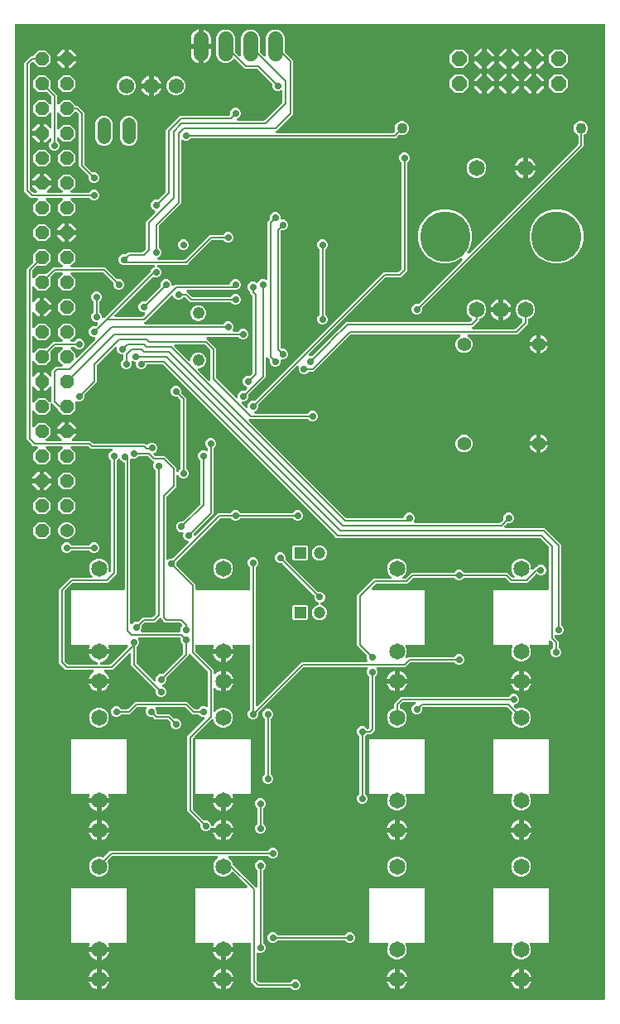
<source format=gbr>
G04 EAGLE Gerber RS-274X export*
G75*
%MOMM*%
%FSLAX34Y34*%
%LPD*%
%INTop Copper*%
%IPPOS*%
%AMOC8*
5,1,8,0,0,1.08239X$1,22.5*%
G01*
%ADD10R,1.200000X1.200000*%
%ADD11C,1.200000*%
%ADD12C,1.371600*%
%ADD13P,1.649562X8X22.500000*%
%ADD14C,1.100000*%
%ADD15C,1.219200*%
%ADD16C,1.400000*%
%ADD17C,1.524000*%
%ADD18C,1.371600*%
%ADD19P,1.484606X8X112.500000*%
%ADD20C,1.650000*%
%ADD21C,1.575000*%
%ADD22C,5.161000*%
%ADD23C,0.736600*%
%ADD24C,0.177800*%

G36*
X605654Y2810D02*
X605654Y2810D01*
X605773Y2817D01*
X605811Y2830D01*
X605852Y2835D01*
X605962Y2878D01*
X606075Y2915D01*
X606110Y2937D01*
X606147Y2952D01*
X606243Y3021D01*
X606344Y3085D01*
X606372Y3115D01*
X606405Y3138D01*
X606481Y3230D01*
X606562Y3317D01*
X606582Y3352D01*
X606607Y3383D01*
X606658Y3491D01*
X606716Y3595D01*
X606726Y3635D01*
X606743Y3671D01*
X606765Y3788D01*
X606795Y3903D01*
X606799Y3963D01*
X606803Y3983D01*
X606801Y4004D01*
X606805Y4064D01*
X606805Y999236D01*
X606790Y999354D01*
X606783Y999473D01*
X606770Y999511D01*
X606765Y999552D01*
X606722Y999662D01*
X606685Y999775D01*
X606663Y999810D01*
X606648Y999847D01*
X606579Y999943D01*
X606515Y1000044D01*
X606485Y1000072D01*
X606462Y1000105D01*
X606370Y1000181D01*
X606283Y1000262D01*
X606248Y1000282D01*
X606217Y1000307D01*
X606109Y1000358D01*
X606005Y1000416D01*
X605965Y1000426D01*
X605929Y1000443D01*
X605812Y1000465D01*
X605697Y1000495D01*
X605637Y1000499D01*
X605617Y1000503D01*
X605596Y1000501D01*
X605536Y1000505D01*
X4064Y1000505D01*
X3946Y1000490D01*
X3827Y1000483D01*
X3789Y1000470D01*
X3748Y1000465D01*
X3638Y1000422D01*
X3525Y1000385D01*
X3490Y1000363D01*
X3453Y1000348D01*
X3357Y1000279D01*
X3256Y1000215D01*
X3228Y1000185D01*
X3195Y1000162D01*
X3119Y1000070D01*
X3038Y999983D01*
X3018Y999948D01*
X2993Y999917D01*
X2942Y999809D01*
X2884Y999705D01*
X2874Y999665D01*
X2857Y999629D01*
X2835Y999512D01*
X2805Y999397D01*
X2801Y999337D01*
X2797Y999317D01*
X2799Y999296D01*
X2795Y999236D01*
X2795Y4064D01*
X2810Y3946D01*
X2817Y3827D01*
X2830Y3789D01*
X2835Y3748D01*
X2878Y3638D01*
X2915Y3525D01*
X2937Y3490D01*
X2952Y3453D01*
X3021Y3357D01*
X3085Y3256D01*
X3115Y3228D01*
X3138Y3195D01*
X3230Y3119D01*
X3317Y3038D01*
X3352Y3018D01*
X3383Y2993D01*
X3491Y2942D01*
X3595Y2884D01*
X3635Y2874D01*
X3671Y2857D01*
X3788Y2835D01*
X3903Y2805D01*
X3963Y2801D01*
X3983Y2797D01*
X4004Y2799D01*
X4064Y2795D01*
X605536Y2795D01*
X605654Y2810D01*
G37*
%LPC*%
G36*
X197034Y174878D02*
X197034Y174878D01*
X195026Y175710D01*
X193490Y177246D01*
X192658Y179254D01*
X192658Y181503D01*
X192646Y181601D01*
X192643Y181700D01*
X192626Y181759D01*
X192618Y181819D01*
X192582Y181911D01*
X192554Y182006D01*
X192524Y182058D01*
X192501Y182114D01*
X192443Y182194D01*
X192393Y182280D01*
X192327Y182355D01*
X192315Y182372D01*
X192305Y182380D01*
X192287Y182401D01*
X179390Y195297D01*
X179390Y272063D01*
X196879Y289552D01*
X196964Y289661D01*
X197053Y289768D01*
X197061Y289787D01*
X197074Y289803D01*
X197129Y289931D01*
X197188Y290056D01*
X197192Y290076D01*
X197200Y290095D01*
X197222Y290233D01*
X197248Y290369D01*
X197247Y290389D01*
X197250Y290409D01*
X197237Y290548D01*
X197228Y290686D01*
X197222Y290705D01*
X197220Y290725D01*
X197173Y290857D01*
X197130Y290988D01*
X197119Y291006D01*
X197113Y291025D01*
X197034Y291140D01*
X196960Y291257D01*
X196945Y291271D01*
X196934Y291288D01*
X196830Y291380D01*
X196728Y291475D01*
X196711Y291485D01*
X196695Y291498D01*
X196572Y291561D01*
X196450Y291629D01*
X196430Y291634D01*
X196412Y291643D01*
X196276Y291673D01*
X196142Y291708D01*
X196114Y291710D01*
X196102Y291713D01*
X196081Y291712D01*
X195981Y291718D01*
X194494Y291718D01*
X192486Y292550D01*
X190895Y294141D01*
X190817Y294201D01*
X190745Y294269D01*
X190692Y294298D01*
X190644Y294335D01*
X190553Y294375D01*
X190467Y294423D01*
X190408Y294438D01*
X190352Y294462D01*
X190254Y294477D01*
X190159Y294502D01*
X190059Y294508D01*
X190038Y294512D01*
X190026Y294510D01*
X189998Y294512D01*
X184315Y294512D01*
X177067Y301761D01*
X176988Y301821D01*
X176916Y301889D01*
X176863Y301918D01*
X176815Y301955D01*
X176724Y301995D01*
X176638Y302043D01*
X176579Y302058D01*
X176524Y302082D01*
X176426Y302097D01*
X176330Y302122D01*
X176230Y302128D01*
X176210Y302132D01*
X176197Y302130D01*
X176169Y302132D01*
X148000Y302132D01*
X147951Y302126D01*
X147901Y302128D01*
X147794Y302106D01*
X147684Y302092D01*
X147638Y302074D01*
X147590Y302064D01*
X147491Y302016D01*
X147389Y301975D01*
X147349Y301946D01*
X147304Y301924D01*
X147220Y301853D01*
X147131Y301789D01*
X147100Y301750D01*
X147062Y301718D01*
X146999Y301628D01*
X146929Y301544D01*
X146907Y301499D01*
X146879Y301458D01*
X146840Y301355D01*
X146793Y301256D01*
X146784Y301207D01*
X146766Y301161D01*
X146754Y301051D01*
X146733Y300944D01*
X146736Y300894D01*
X146731Y300845D01*
X146746Y300736D01*
X146753Y300626D01*
X146768Y300579D01*
X146775Y300530D01*
X146827Y300377D01*
X147702Y298266D01*
X147702Y296037D01*
X147717Y295919D01*
X147724Y295800D01*
X147737Y295762D01*
X147742Y295721D01*
X147785Y295611D01*
X147822Y295498D01*
X147844Y295463D01*
X147859Y295426D01*
X147928Y295330D01*
X147992Y295229D01*
X148022Y295201D01*
X148045Y295168D01*
X148137Y295092D01*
X148224Y295011D01*
X148259Y294991D01*
X148290Y294966D01*
X148398Y294915D01*
X148502Y294857D01*
X148542Y294847D01*
X148578Y294830D01*
X148695Y294808D01*
X148810Y294778D01*
X148870Y294774D01*
X148890Y294770D01*
X148911Y294772D01*
X148971Y294768D01*
X161125Y294768D01*
X165579Y290313D01*
X165658Y290253D01*
X165730Y290185D01*
X165783Y290156D01*
X165831Y290119D01*
X165922Y290079D01*
X166008Y290031D01*
X166067Y290016D01*
X166122Y289992D01*
X166220Y289977D01*
X166316Y289952D01*
X166416Y289946D01*
X166436Y289942D01*
X166449Y289944D01*
X166477Y289942D01*
X168726Y289942D01*
X170734Y289110D01*
X172270Y287574D01*
X173102Y285566D01*
X173102Y283394D01*
X172270Y281386D01*
X170734Y279850D01*
X168726Y279018D01*
X166554Y279018D01*
X164546Y279850D01*
X163010Y281386D01*
X162178Y283394D01*
X162178Y285643D01*
X162166Y285741D01*
X162163Y285840D01*
X162146Y285899D01*
X162138Y285959D01*
X162102Y286051D01*
X162074Y286146D01*
X162044Y286198D01*
X162021Y286254D01*
X161963Y286334D01*
X161913Y286420D01*
X161847Y286495D01*
X161835Y286512D01*
X161825Y286520D01*
X161807Y286541D01*
X159287Y289061D01*
X159208Y289121D01*
X159136Y289189D01*
X159083Y289218D01*
X159035Y289255D01*
X158944Y289295D01*
X158858Y289343D01*
X158799Y289358D01*
X158744Y289382D01*
X158646Y289397D01*
X158550Y289422D01*
X158450Y289428D01*
X158430Y289432D01*
X158417Y289430D01*
X158389Y289432D01*
X146215Y289432D01*
X144301Y291347D01*
X144222Y291407D01*
X144150Y291475D01*
X144097Y291504D01*
X144049Y291541D01*
X143958Y291581D01*
X143872Y291629D01*
X143813Y291644D01*
X143758Y291668D01*
X143660Y291683D01*
X143564Y291708D01*
X143464Y291714D01*
X143444Y291718D01*
X143431Y291716D01*
X143403Y291718D01*
X141154Y291718D01*
X139146Y292550D01*
X137610Y294086D01*
X136778Y296094D01*
X136778Y298266D01*
X137653Y300377D01*
X137666Y300425D01*
X137687Y300470D01*
X137708Y300578D01*
X137737Y300684D01*
X137737Y300734D01*
X137747Y300783D01*
X137740Y300892D01*
X137742Y301002D01*
X137730Y301050D01*
X137727Y301100D01*
X137693Y301204D01*
X137667Y301311D01*
X137644Y301355D01*
X137629Y301402D01*
X137570Y301495D01*
X137519Y301592D01*
X137485Y301629D01*
X137459Y301671D01*
X137379Y301746D01*
X137305Y301828D01*
X137263Y301855D01*
X137227Y301889D01*
X137131Y301942D01*
X137039Y302002D01*
X136992Y302019D01*
X136949Y302043D01*
X136842Y302070D01*
X136738Y302106D01*
X136689Y302110D01*
X136641Y302122D01*
X136480Y302132D01*
X128631Y302132D01*
X128533Y302120D01*
X128434Y302117D01*
X128375Y302100D01*
X128315Y302092D01*
X128223Y302056D01*
X128128Y302028D01*
X128076Y301998D01*
X128020Y301975D01*
X127940Y301917D01*
X127854Y301867D01*
X127779Y301801D01*
X127762Y301789D01*
X127754Y301779D01*
X127733Y301761D01*
X120485Y294512D01*
X112262Y294512D01*
X112164Y294500D01*
X112065Y294497D01*
X112007Y294480D01*
X111947Y294472D01*
X111854Y294436D01*
X111759Y294408D01*
X111707Y294378D01*
X111651Y294355D01*
X111571Y294297D01*
X111485Y294247D01*
X111410Y294181D01*
X111394Y294169D01*
X111386Y294159D01*
X111365Y294141D01*
X109774Y292550D01*
X107766Y291718D01*
X105594Y291718D01*
X103586Y292550D01*
X102050Y294086D01*
X101218Y296094D01*
X101218Y298266D01*
X102050Y300274D01*
X103586Y301810D01*
X105594Y302642D01*
X107766Y302642D01*
X109774Y301810D01*
X111365Y300219D01*
X111443Y300159D01*
X111515Y300091D01*
X111568Y300062D01*
X111616Y300025D01*
X111707Y299985D01*
X111793Y299937D01*
X111852Y299922D01*
X111908Y299898D01*
X112006Y299883D01*
X112101Y299858D01*
X112201Y299852D01*
X112222Y299848D01*
X112234Y299850D01*
X112262Y299848D01*
X117749Y299848D01*
X117847Y299860D01*
X117946Y299863D01*
X118005Y299880D01*
X118065Y299888D01*
X118157Y299924D01*
X118252Y299952D01*
X118304Y299982D01*
X118360Y300005D01*
X118440Y300063D01*
X118526Y300113D01*
X118601Y300179D01*
X118618Y300191D01*
X118626Y300201D01*
X118647Y300219D01*
X125895Y307468D01*
X178905Y307468D01*
X186153Y300219D01*
X186232Y300159D01*
X186304Y300091D01*
X186357Y300062D01*
X186405Y300025D01*
X186496Y299985D01*
X186582Y299937D01*
X186641Y299922D01*
X186696Y299898D01*
X186794Y299883D01*
X186890Y299858D01*
X186990Y299852D01*
X187010Y299848D01*
X187023Y299850D01*
X187051Y299848D01*
X189998Y299848D01*
X190096Y299860D01*
X190195Y299863D01*
X190253Y299880D01*
X190313Y299888D01*
X190406Y299924D01*
X190501Y299952D01*
X190553Y299982D01*
X190609Y300005D01*
X190689Y300063D01*
X190775Y300113D01*
X190850Y300179D01*
X190866Y300191D01*
X190874Y300201D01*
X190895Y300219D01*
X192486Y301810D01*
X194494Y302642D01*
X196666Y302642D01*
X198777Y301767D01*
X198825Y301754D01*
X198870Y301733D01*
X198978Y301712D01*
X199084Y301683D01*
X199134Y301683D01*
X199183Y301673D01*
X199292Y301680D01*
X199402Y301678D01*
X199450Y301690D01*
X199500Y301693D01*
X199604Y301727D01*
X199711Y301753D01*
X199755Y301776D01*
X199802Y301791D01*
X199895Y301850D01*
X199992Y301901D01*
X200029Y301935D01*
X200071Y301961D01*
X200146Y302041D01*
X200228Y302115D01*
X200255Y302157D01*
X200289Y302193D01*
X200342Y302289D01*
X200402Y302381D01*
X200419Y302428D01*
X200443Y302471D01*
X200470Y302578D01*
X200506Y302682D01*
X200510Y302731D01*
X200522Y302779D01*
X200532Y302940D01*
X200532Y337532D01*
X200520Y337630D01*
X200517Y337729D01*
X200500Y337787D01*
X200492Y337847D01*
X200456Y337939D01*
X200428Y338034D01*
X200398Y338087D01*
X200375Y338143D01*
X200317Y338223D01*
X200267Y338308D01*
X200201Y338384D01*
X200189Y338400D01*
X200179Y338408D01*
X200161Y338429D01*
X183865Y354725D01*
X182634Y355955D01*
X182525Y356040D01*
X182418Y356129D01*
X182399Y356138D01*
X182383Y356150D01*
X182256Y356205D01*
X182130Y356265D01*
X182110Y356268D01*
X182091Y356276D01*
X181953Y356298D01*
X181817Y356324D01*
X181797Y356323D01*
X181777Y356326D01*
X181638Y356313D01*
X181500Y356305D01*
X181481Y356298D01*
X181461Y356296D01*
X181329Y356249D01*
X181198Y356207D01*
X181180Y356196D01*
X181161Y356189D01*
X181046Y356111D01*
X180929Y356036D01*
X180915Y356022D01*
X180898Y356010D01*
X180806Y355906D01*
X180711Y355805D01*
X180701Y355787D01*
X180688Y355772D01*
X180625Y355648D01*
X180557Y355526D01*
X180552Y355507D01*
X180543Y355489D01*
X180513Y355353D01*
X180478Y355218D01*
X180476Y355190D01*
X180473Y355178D01*
X180474Y355158D01*
X180468Y355058D01*
X180468Y354495D01*
X158233Y332261D01*
X158173Y332182D01*
X158105Y332110D01*
X158076Y332057D01*
X158039Y332009D01*
X157999Y331918D01*
X157951Y331832D01*
X157936Y331773D01*
X157912Y331718D01*
X157897Y331620D01*
X157872Y331524D01*
X157866Y331424D01*
X157862Y331404D01*
X157864Y331391D01*
X157862Y331363D01*
X157862Y329114D01*
X157030Y327106D01*
X155494Y325570D01*
X154173Y325023D01*
X154052Y324954D01*
X153929Y324889D01*
X153914Y324875D01*
X153897Y324865D01*
X153797Y324768D01*
X153694Y324675D01*
X153683Y324658D01*
X153668Y324644D01*
X153596Y324525D01*
X153519Y324409D01*
X153513Y324390D01*
X153502Y324373D01*
X153461Y324240D01*
X153416Y324108D01*
X153414Y324088D01*
X153408Y324069D01*
X153402Y323930D01*
X153391Y323791D01*
X153394Y323771D01*
X153393Y323751D01*
X153421Y323615D01*
X153445Y323478D01*
X153453Y323459D01*
X153458Y323440D01*
X153519Y323315D01*
X153576Y323188D01*
X153588Y323172D01*
X153597Y323154D01*
X153687Y323048D01*
X153774Y322940D01*
X153791Y322927D01*
X153804Y322912D01*
X153917Y322832D01*
X154028Y322748D01*
X154054Y322736D01*
X154064Y322729D01*
X154083Y322722D01*
X154173Y322677D01*
X155494Y322130D01*
X157030Y320594D01*
X157862Y318586D01*
X157862Y316414D01*
X157030Y314406D01*
X155494Y312870D01*
X153486Y312038D01*
X151314Y312038D01*
X149306Y312870D01*
X147770Y314406D01*
X146938Y316414D01*
X146938Y318663D01*
X146926Y318761D01*
X146923Y318860D01*
X146906Y318919D01*
X146898Y318979D01*
X146862Y319071D01*
X146834Y319166D01*
X146804Y319218D01*
X146781Y319274D01*
X146723Y319354D01*
X146673Y319440D01*
X146607Y319515D01*
X146595Y319532D01*
X146585Y319540D01*
X146567Y319561D01*
X121792Y344335D01*
X121792Y356255D01*
X121775Y356393D01*
X121762Y356532D01*
X121755Y356551D01*
X121752Y356571D01*
X121701Y356700D01*
X121654Y356831D01*
X121643Y356848D01*
X121635Y356867D01*
X121554Y356979D01*
X121476Y357094D01*
X121460Y357108D01*
X121449Y357124D01*
X121341Y357212D01*
X121237Y357305D01*
X121219Y357314D01*
X121204Y357327D01*
X121078Y357386D01*
X120954Y357449D01*
X120934Y357454D01*
X120916Y357462D01*
X120780Y357488D01*
X120644Y357519D01*
X120623Y357518D01*
X120604Y357522D01*
X120465Y357513D01*
X120326Y357509D01*
X120306Y357503D01*
X120286Y357502D01*
X120154Y357459D01*
X120020Y357421D01*
X120003Y357410D01*
X119984Y357404D01*
X119866Y357330D01*
X119746Y357259D01*
X119725Y357241D01*
X119715Y357234D01*
X119701Y357219D01*
X119626Y357153D01*
X102705Y340232D01*
X95292Y340232D01*
X95213Y340222D01*
X95133Y340222D01*
X95056Y340202D01*
X94976Y340192D01*
X94902Y340163D01*
X94825Y340143D01*
X94755Y340105D01*
X94681Y340075D01*
X94616Y340029D01*
X94546Y339990D01*
X94488Y339936D01*
X94423Y339889D01*
X94372Y339827D01*
X94314Y339773D01*
X94271Y339705D01*
X94220Y339644D01*
X94187Y339572D01*
X94144Y339504D01*
X94119Y339428D01*
X94085Y339356D01*
X94070Y339278D01*
X94045Y339202D01*
X94040Y339122D01*
X94025Y339044D01*
X94030Y338964D01*
X94025Y338885D01*
X94040Y338806D01*
X94045Y338726D01*
X94069Y338650D01*
X94084Y338572D01*
X94118Y338500D01*
X94143Y338424D01*
X94186Y338356D01*
X94219Y338284D01*
X94270Y338222D01*
X94313Y338155D01*
X94371Y338100D01*
X94422Y338039D01*
X94544Y337938D01*
X94545Y337937D01*
X94546Y337936D01*
X95930Y336931D01*
X97131Y335730D01*
X98129Y334356D01*
X98900Y332842D01*
X99421Y331239D01*
X90170Y331239D01*
X90052Y331224D01*
X89933Y331217D01*
X89895Y331204D01*
X89855Y331199D01*
X89744Y331156D01*
X89631Y331119D01*
X89597Y331097D01*
X89559Y331082D01*
X89463Y331012D01*
X89362Y330949D01*
X89334Y330919D01*
X89302Y330895D01*
X89226Y330804D01*
X89144Y330717D01*
X89125Y330682D01*
X89099Y330651D01*
X89048Y330543D01*
X88991Y330439D01*
X88980Y330399D01*
X88963Y330363D01*
X88941Y330246D01*
X88911Y330131D01*
X88907Y330070D01*
X88903Y330050D01*
X88905Y330030D01*
X88901Y329970D01*
X88901Y328699D01*
X88899Y328699D01*
X88899Y329970D01*
X88884Y330088D01*
X88877Y330207D01*
X88864Y330245D01*
X88859Y330285D01*
X88815Y330396D01*
X88779Y330509D01*
X88757Y330544D01*
X88742Y330581D01*
X88672Y330677D01*
X88609Y330778D01*
X88579Y330806D01*
X88555Y330839D01*
X88464Y330914D01*
X88377Y330996D01*
X88342Y331016D01*
X88310Y331041D01*
X88203Y331092D01*
X88098Y331150D01*
X88059Y331160D01*
X88023Y331177D01*
X87906Y331199D01*
X87791Y331229D01*
X87730Y331233D01*
X87710Y331237D01*
X87690Y331235D01*
X87630Y331239D01*
X78379Y331239D01*
X78900Y332842D01*
X79671Y334356D01*
X80669Y335730D01*
X81870Y336931D01*
X83254Y337936D01*
X83312Y337991D01*
X83377Y338037D01*
X83428Y338099D01*
X83486Y338154D01*
X83529Y338221D01*
X83580Y338282D01*
X83614Y338355D01*
X83657Y338422D01*
X83681Y338498D01*
X83715Y338570D01*
X83730Y338649D01*
X83755Y338725D01*
X83760Y338804D01*
X83775Y338883D01*
X83770Y338962D01*
X83775Y339042D01*
X83760Y339120D01*
X83755Y339200D01*
X83730Y339276D01*
X83716Y339355D01*
X83682Y339427D01*
X83657Y339502D01*
X83614Y339570D01*
X83580Y339642D01*
X83530Y339704D01*
X83487Y339771D01*
X83429Y339826D01*
X83378Y339888D01*
X83313Y339934D01*
X83255Y339989D01*
X83185Y340028D01*
X83121Y340075D01*
X83047Y340104D01*
X82977Y340143D01*
X82899Y340163D01*
X82825Y340192D01*
X82746Y340202D01*
X82669Y340222D01*
X82511Y340232D01*
X82510Y340232D01*
X82509Y340232D01*
X82508Y340232D01*
X54775Y340232D01*
X48132Y346875D01*
X48132Y422745D01*
X59855Y434468D01*
X80885Y434468D01*
X81023Y434485D01*
X81162Y434498D01*
X81181Y434505D01*
X81201Y434508D01*
X81330Y434559D01*
X81461Y434606D01*
X81478Y434617D01*
X81496Y434625D01*
X81609Y434706D01*
X81724Y434784D01*
X81737Y434800D01*
X81754Y434811D01*
X81843Y434919D01*
X81935Y435023D01*
X81944Y435041D01*
X81957Y435056D01*
X82016Y435182D01*
X82079Y435306D01*
X82084Y435326D01*
X82092Y435344D01*
X82118Y435481D01*
X82149Y435616D01*
X82148Y435637D01*
X82152Y435656D01*
X82143Y435795D01*
X82139Y435934D01*
X82133Y435954D01*
X82132Y435974D01*
X82089Y436106D01*
X82051Y436240D01*
X82040Y436257D01*
X82034Y436276D01*
X81960Y436394D01*
X81889Y436514D01*
X81871Y436535D01*
X81864Y436545D01*
X81849Y436559D01*
X81783Y436634D01*
X80398Y438019D01*
X78871Y441705D01*
X78871Y445695D01*
X80398Y449381D01*
X83219Y452202D01*
X86905Y453729D01*
X90895Y453729D01*
X94581Y452202D01*
X97402Y449381D01*
X98929Y445695D01*
X98929Y441705D01*
X98738Y441244D01*
X98719Y441176D01*
X98691Y441112D01*
X98677Y441024D01*
X98654Y440937D01*
X98653Y440867D01*
X98642Y440798D01*
X98650Y440709D01*
X98649Y440619D01*
X98665Y440551D01*
X98671Y440482D01*
X98702Y440397D01*
X98723Y440310D01*
X98755Y440248D01*
X98779Y440182D01*
X98829Y440108D01*
X98871Y440029D01*
X98918Y439977D01*
X98958Y439919D01*
X99025Y439860D01*
X99085Y439793D01*
X99144Y439755D01*
X99196Y439709D01*
X99276Y439668D01*
X99351Y439618D01*
X99417Y439596D01*
X99479Y439564D01*
X99567Y439544D01*
X99652Y439515D01*
X99722Y439510D01*
X99790Y439494D01*
X99879Y439497D01*
X99969Y439490D01*
X100038Y439502D01*
X100107Y439504D01*
X100194Y439529D01*
X100282Y439544D01*
X100346Y439573D01*
X100413Y439593D01*
X100490Y439638D01*
X100572Y439675D01*
X100627Y439719D01*
X100687Y439754D01*
X100808Y439860D01*
X101101Y440153D01*
X101161Y440231D01*
X101229Y440304D01*
X101258Y440357D01*
X101295Y440405D01*
X101335Y440495D01*
X101383Y440582D01*
X101398Y440641D01*
X101422Y440696D01*
X101437Y440794D01*
X101462Y440890D01*
X101468Y440990D01*
X101472Y441011D01*
X101470Y441023D01*
X101472Y441051D01*
X101472Y553218D01*
X101460Y553316D01*
X101457Y553415D01*
X101440Y553473D01*
X101432Y553533D01*
X101396Y553626D01*
X101368Y553721D01*
X101338Y553773D01*
X101315Y553829D01*
X101257Y553909D01*
X101207Y553995D01*
X101141Y554070D01*
X101129Y554086D01*
X101119Y554094D01*
X101101Y554115D01*
X99510Y555706D01*
X98678Y557714D01*
X98678Y559886D01*
X99510Y561894D01*
X101046Y563430D01*
X102061Y563850D01*
X102121Y563885D01*
X102186Y563911D01*
X102259Y563963D01*
X102337Y564008D01*
X102387Y564056D01*
X102443Y564097D01*
X102501Y564167D01*
X102565Y564229D01*
X102602Y564289D01*
X102646Y564342D01*
X102684Y564424D01*
X102731Y564500D01*
X102752Y564567D01*
X102782Y564630D01*
X102799Y564718D01*
X102825Y564804D01*
X102828Y564874D01*
X102842Y564943D01*
X102836Y565032D01*
X102840Y565122D01*
X102826Y565190D01*
X102822Y565260D01*
X102794Y565345D01*
X102776Y565433D01*
X102745Y565496D01*
X102724Y565562D01*
X102676Y565638D01*
X102636Y565719D01*
X102591Y565772D01*
X102554Y565831D01*
X102488Y565893D01*
X102430Y565961D01*
X102373Y566001D01*
X102322Y566049D01*
X102243Y566093D01*
X102170Y566144D01*
X102105Y566169D01*
X102043Y566203D01*
X101957Y566225D01*
X101872Y566257D01*
X101803Y566265D01*
X101736Y566282D01*
X101575Y566292D01*
X80175Y566292D01*
X78007Y568461D01*
X77928Y568521D01*
X77856Y568589D01*
X77803Y568618D01*
X77755Y568655D01*
X77664Y568695D01*
X77578Y568743D01*
X77519Y568758D01*
X77464Y568782D01*
X77366Y568797D01*
X77270Y568822D01*
X77170Y568828D01*
X77150Y568832D01*
X77137Y568830D01*
X77109Y568832D01*
X61126Y568832D01*
X60989Y568815D01*
X60850Y568802D01*
X60831Y568795D01*
X60811Y568792D01*
X60682Y568741D01*
X60550Y568694D01*
X60534Y568683D01*
X60515Y568675D01*
X60402Y568594D01*
X60287Y568516D01*
X60274Y568500D01*
X60258Y568489D01*
X60169Y568381D01*
X60077Y568277D01*
X60068Y568259D01*
X60055Y568244D01*
X59995Y568118D01*
X59932Y567994D01*
X59928Y567974D01*
X59919Y567956D01*
X59893Y567820D01*
X59863Y567684D01*
X59863Y567663D01*
X59859Y567644D01*
X59868Y567505D01*
X59872Y567366D01*
X59878Y567346D01*
X59879Y567326D01*
X59922Y567194D01*
X59961Y567060D01*
X59971Y567043D01*
X59977Y567024D01*
X60052Y566906D01*
X60122Y566786D01*
X60141Y566765D01*
X60147Y566755D01*
X60162Y566741D01*
X60229Y566666D01*
X64517Y562377D01*
X64517Y555223D01*
X59457Y550163D01*
X52303Y550163D01*
X47243Y555223D01*
X47243Y562377D01*
X51531Y566666D01*
X51617Y566775D01*
X51705Y566882D01*
X51714Y566901D01*
X51726Y566917D01*
X51782Y567045D01*
X51841Y567170D01*
X51845Y567190D01*
X51853Y567209D01*
X51875Y567347D01*
X51901Y567483D01*
X51899Y567503D01*
X51903Y567523D01*
X51889Y567662D01*
X51881Y567800D01*
X51875Y567819D01*
X51873Y567839D01*
X51826Y567971D01*
X51783Y568102D01*
X51772Y568120D01*
X51765Y568139D01*
X51687Y568254D01*
X51613Y568371D01*
X51598Y568385D01*
X51587Y568402D01*
X51482Y568494D01*
X51381Y568589D01*
X51363Y568599D01*
X51348Y568612D01*
X51224Y568676D01*
X51103Y568743D01*
X51083Y568748D01*
X51065Y568757D01*
X50929Y568787D01*
X50795Y568822D01*
X50767Y568824D01*
X50755Y568827D01*
X50734Y568826D01*
X50634Y568832D01*
X35726Y568832D01*
X35589Y568815D01*
X35450Y568802D01*
X35431Y568795D01*
X35411Y568792D01*
X35282Y568741D01*
X35150Y568694D01*
X35134Y568683D01*
X35115Y568675D01*
X35002Y568594D01*
X34887Y568516D01*
X34874Y568500D01*
X34858Y568489D01*
X34769Y568381D01*
X34677Y568277D01*
X34668Y568259D01*
X34655Y568244D01*
X34595Y568118D01*
X34532Y567994D01*
X34528Y567974D01*
X34519Y567956D01*
X34493Y567820D01*
X34463Y567684D01*
X34463Y567663D01*
X34459Y567644D01*
X34468Y567505D01*
X34472Y567366D01*
X34478Y567346D01*
X34479Y567326D01*
X34522Y567194D01*
X34561Y567060D01*
X34571Y567043D01*
X34577Y567024D01*
X34652Y566906D01*
X34722Y566786D01*
X34741Y566765D01*
X34747Y566755D01*
X34762Y566741D01*
X34829Y566666D01*
X39117Y562377D01*
X39117Y555223D01*
X34057Y550163D01*
X26903Y550163D01*
X21843Y555223D01*
X21843Y562377D01*
X26131Y566666D01*
X26217Y566775D01*
X26305Y566882D01*
X26314Y566901D01*
X26326Y566917D01*
X26382Y567045D01*
X26441Y567170D01*
X26445Y567190D01*
X26453Y567209D01*
X26475Y567347D01*
X26501Y567483D01*
X26499Y567503D01*
X26503Y567523D01*
X26489Y567662D01*
X26481Y567800D01*
X26475Y567819D01*
X26473Y567839D01*
X26426Y567971D01*
X26383Y568102D01*
X26372Y568120D01*
X26365Y568139D01*
X26287Y568254D01*
X26213Y568371D01*
X26198Y568385D01*
X26187Y568402D01*
X26082Y568494D01*
X25981Y568589D01*
X25963Y568599D01*
X25948Y568612D01*
X25824Y568676D01*
X25703Y568743D01*
X25683Y568748D01*
X25665Y568757D01*
X25529Y568787D01*
X25395Y568822D01*
X25367Y568824D01*
X25355Y568827D01*
X25334Y568826D01*
X25234Y568832D01*
X21755Y568832D01*
X19821Y570767D01*
X17047Y573541D01*
X15112Y575475D01*
X15112Y750405D01*
X17047Y752339D01*
X21589Y756882D01*
X21662Y756976D01*
X21741Y757065D01*
X21759Y757101D01*
X21784Y757133D01*
X21831Y757243D01*
X21885Y757349D01*
X21894Y757388D01*
X21910Y757425D01*
X21929Y757543D01*
X21955Y757659D01*
X21954Y757699D01*
X21960Y757739D01*
X21949Y757858D01*
X21945Y757977D01*
X21934Y758015D01*
X21930Y758056D01*
X21890Y758168D01*
X21857Y758282D01*
X21843Y758305D01*
X21843Y765577D01*
X26903Y770637D01*
X34057Y770637D01*
X39117Y765577D01*
X39117Y758423D01*
X34057Y753363D01*
X26773Y753363D01*
X26690Y753405D01*
X26651Y753414D01*
X26614Y753430D01*
X26496Y753449D01*
X26380Y753475D01*
X26340Y753474D01*
X26300Y753480D01*
X26181Y753469D01*
X26062Y753465D01*
X26023Y753454D01*
X25983Y753450D01*
X25871Y753410D01*
X25757Y753377D01*
X25722Y753357D01*
X25684Y753343D01*
X25585Y753276D01*
X25483Y753215D01*
X25437Y753176D01*
X25421Y753164D01*
X25407Y753149D01*
X25362Y753109D01*
X20819Y748567D01*
X20759Y748488D01*
X20691Y748416D01*
X20662Y748363D01*
X20625Y748315D01*
X20585Y748224D01*
X20537Y748138D01*
X20522Y748079D01*
X20498Y748024D01*
X20483Y747926D01*
X20458Y747830D01*
X20452Y747730D01*
X20448Y747710D01*
X20450Y747697D01*
X20448Y747669D01*
X20448Y741846D01*
X20465Y741709D01*
X20478Y741570D01*
X20485Y741551D01*
X20488Y741531D01*
X20539Y741402D01*
X20586Y741270D01*
X20597Y741254D01*
X20605Y741235D01*
X20686Y741122D01*
X20764Y741007D01*
X20780Y740994D01*
X20791Y740978D01*
X20899Y740889D01*
X21003Y740797D01*
X21021Y740788D01*
X21036Y740775D01*
X21162Y740715D01*
X21286Y740652D01*
X21306Y740648D01*
X21324Y740639D01*
X21460Y740613D01*
X21596Y740583D01*
X21617Y740583D01*
X21636Y740579D01*
X21775Y740588D01*
X21914Y740592D01*
X21934Y740598D01*
X21954Y740599D01*
X22086Y740642D01*
X22220Y740681D01*
X22237Y740691D01*
X22256Y740697D01*
X22374Y740772D01*
X22494Y740842D01*
X22515Y740861D01*
X22525Y740867D01*
X22539Y740882D01*
X22614Y740949D01*
X26903Y745237D01*
X34187Y745237D01*
X34270Y745195D01*
X34309Y745186D01*
X34346Y745170D01*
X34464Y745151D01*
X34580Y745125D01*
X34620Y745126D01*
X34660Y745120D01*
X34779Y745131D01*
X34898Y745135D01*
X34937Y745146D01*
X34977Y745150D01*
X35089Y745190D01*
X35203Y745223D01*
X35238Y745243D01*
X35276Y745257D01*
X35375Y745324D01*
X35477Y745385D01*
X35523Y745424D01*
X35539Y745436D01*
X35553Y745451D01*
X35598Y745491D01*
X42075Y751968D01*
X50634Y751968D01*
X50771Y751985D01*
X50910Y751998D01*
X50929Y752005D01*
X50949Y752008D01*
X51078Y752059D01*
X51210Y752106D01*
X51226Y752117D01*
X51245Y752125D01*
X51358Y752206D01*
X51473Y752284D01*
X51486Y752300D01*
X51502Y752311D01*
X51591Y752419D01*
X51683Y752523D01*
X51692Y752541D01*
X51705Y752556D01*
X51765Y752682D01*
X51828Y752806D01*
X51832Y752826D01*
X51841Y752844D01*
X51867Y752980D01*
X51897Y753116D01*
X51897Y753137D01*
X51901Y753156D01*
X51892Y753295D01*
X51888Y753434D01*
X51882Y753454D01*
X51881Y753474D01*
X51838Y753606D01*
X51799Y753740D01*
X51789Y753757D01*
X51783Y753776D01*
X51708Y753894D01*
X51638Y754014D01*
X51619Y754035D01*
X51613Y754045D01*
X51598Y754059D01*
X51531Y754134D01*
X47243Y758423D01*
X47243Y765577D01*
X52303Y770637D01*
X59457Y770637D01*
X64517Y765577D01*
X64517Y758423D01*
X60229Y754134D01*
X60143Y754025D01*
X60055Y753918D01*
X60046Y753899D01*
X60034Y753883D01*
X59978Y753755D01*
X59919Y753630D01*
X59915Y753610D01*
X59907Y753591D01*
X59885Y753453D01*
X59859Y753317D01*
X59861Y753297D01*
X59857Y753277D01*
X59871Y753138D01*
X59879Y753000D01*
X59885Y752981D01*
X59887Y752961D01*
X59934Y752829D01*
X59977Y752698D01*
X59988Y752680D01*
X59995Y752661D01*
X60073Y752546D01*
X60147Y752429D01*
X60162Y752415D01*
X60173Y752398D01*
X60278Y752306D01*
X60379Y752211D01*
X60397Y752201D01*
X60412Y752188D01*
X60536Y752124D01*
X60657Y752057D01*
X60677Y752052D01*
X60695Y752043D01*
X60831Y752013D01*
X60965Y751978D01*
X60993Y751976D01*
X61005Y751973D01*
X61026Y751974D01*
X61126Y751968D01*
X95085Y751968D01*
X107159Y739893D01*
X107238Y739833D01*
X107310Y739765D01*
X107363Y739736D01*
X107411Y739699D01*
X107502Y739659D01*
X107588Y739611D01*
X107647Y739596D01*
X107702Y739572D01*
X107800Y739557D01*
X107896Y739532D01*
X107996Y739526D01*
X108016Y739522D01*
X108029Y739524D01*
X108057Y739522D01*
X110306Y739522D01*
X112314Y738690D01*
X113850Y737154D01*
X114682Y735146D01*
X114682Y732974D01*
X113850Y730966D01*
X112314Y729430D01*
X110306Y728598D01*
X108134Y728598D01*
X106126Y729430D01*
X104590Y730966D01*
X103758Y732974D01*
X103758Y735223D01*
X103746Y735321D01*
X103743Y735420D01*
X103726Y735479D01*
X103718Y735539D01*
X103682Y735631D01*
X103654Y735726D01*
X103624Y735778D01*
X103601Y735834D01*
X103543Y735914D01*
X103493Y736000D01*
X103427Y736075D01*
X103415Y736092D01*
X103405Y736100D01*
X103387Y736121D01*
X93247Y746261D01*
X93168Y746321D01*
X93096Y746389D01*
X93043Y746418D01*
X92995Y746455D01*
X92904Y746495D01*
X92818Y746543D01*
X92759Y746558D01*
X92704Y746582D01*
X92606Y746597D01*
X92510Y746622D01*
X92410Y746628D01*
X92390Y746632D01*
X92377Y746630D01*
X92349Y746632D01*
X61126Y746632D01*
X60989Y746615D01*
X60850Y746602D01*
X60831Y746595D01*
X60811Y746592D01*
X60682Y746541D01*
X60550Y746494D01*
X60534Y746483D01*
X60515Y746475D01*
X60402Y746394D01*
X60287Y746316D01*
X60274Y746300D01*
X60258Y746289D01*
X60169Y746181D01*
X60077Y746077D01*
X60068Y746059D01*
X60055Y746044D01*
X59995Y745918D01*
X59932Y745794D01*
X59928Y745774D01*
X59919Y745756D01*
X59893Y745620D01*
X59863Y745484D01*
X59863Y745463D01*
X59859Y745444D01*
X59868Y745305D01*
X59872Y745166D01*
X59878Y745146D01*
X59879Y745126D01*
X59922Y744994D01*
X59961Y744860D01*
X59971Y744843D01*
X59977Y744824D01*
X60052Y744706D01*
X60122Y744586D01*
X60141Y744565D01*
X60147Y744555D01*
X60162Y744541D01*
X60229Y744466D01*
X64517Y740177D01*
X64517Y733023D01*
X59457Y727963D01*
X52303Y727963D01*
X47243Y733023D01*
X47243Y740177D01*
X51531Y744466D01*
X51617Y744575D01*
X51705Y744682D01*
X51714Y744701D01*
X51726Y744717D01*
X51782Y744845D01*
X51841Y744970D01*
X51845Y744990D01*
X51853Y745009D01*
X51875Y745147D01*
X51901Y745283D01*
X51899Y745303D01*
X51903Y745323D01*
X51889Y745462D01*
X51881Y745600D01*
X51875Y745619D01*
X51873Y745639D01*
X51826Y745771D01*
X51783Y745902D01*
X51772Y745920D01*
X51765Y745939D01*
X51687Y746054D01*
X51613Y746171D01*
X51598Y746185D01*
X51587Y746202D01*
X51482Y746294D01*
X51381Y746389D01*
X51363Y746399D01*
X51348Y746412D01*
X51224Y746476D01*
X51103Y746543D01*
X51083Y746548D01*
X51065Y746557D01*
X50929Y746587D01*
X50795Y746622D01*
X50767Y746624D01*
X50755Y746627D01*
X50734Y746626D01*
X50634Y746632D01*
X44811Y746632D01*
X44713Y746620D01*
X44614Y746617D01*
X44555Y746600D01*
X44495Y746592D01*
X44403Y746556D01*
X44308Y746528D01*
X44256Y746498D01*
X44200Y746475D01*
X44120Y746417D01*
X44034Y746367D01*
X43959Y746301D01*
X43942Y746289D01*
X43934Y746279D01*
X43913Y746261D01*
X39371Y741718D01*
X39298Y741624D01*
X39219Y741535D01*
X39201Y741499D01*
X39176Y741467D01*
X39129Y741357D01*
X39075Y741251D01*
X39066Y741212D01*
X39050Y741175D01*
X39031Y741057D01*
X39005Y740941D01*
X39006Y740901D01*
X39000Y740861D01*
X39011Y740742D01*
X39015Y740623D01*
X39026Y740585D01*
X39030Y740544D01*
X39070Y740432D01*
X39103Y740318D01*
X39117Y740295D01*
X39117Y733023D01*
X34057Y727963D01*
X26903Y727963D01*
X22614Y732251D01*
X22533Y732315D01*
X22474Y732370D01*
X22444Y732386D01*
X22398Y732425D01*
X22379Y732434D01*
X22363Y732446D01*
X22235Y732502D01*
X22195Y732524D01*
X22180Y732528D01*
X22110Y732561D01*
X22090Y732565D01*
X22071Y732573D01*
X21933Y732595D01*
X21797Y732621D01*
X21777Y732619D01*
X21757Y732623D01*
X21618Y732609D01*
X21480Y732601D01*
X21461Y732595D01*
X21441Y732593D01*
X21309Y732546D01*
X21178Y732503D01*
X21160Y732492D01*
X21141Y732485D01*
X21026Y732407D01*
X20909Y732333D01*
X20895Y732318D01*
X20878Y732307D01*
X20786Y732202D01*
X20691Y732101D01*
X20681Y732083D01*
X20668Y732068D01*
X20604Y731944D01*
X20537Y731823D01*
X20532Y731803D01*
X20523Y731785D01*
X20515Y731747D01*
X20510Y731737D01*
X20497Y731666D01*
X20493Y731649D01*
X20458Y731515D01*
X20456Y731487D01*
X20453Y731475D01*
X20454Y731454D01*
X20453Y731440D01*
X20450Y731425D01*
X20451Y731409D01*
X20448Y731354D01*
X20448Y717524D01*
X20465Y717386D01*
X20478Y717247D01*
X20485Y717228D01*
X20488Y717208D01*
X20539Y717079D01*
X20586Y716948D01*
X20597Y716931D01*
X20605Y716913D01*
X20686Y716800D01*
X20764Y716685D01*
X20780Y716672D01*
X20791Y716655D01*
X20899Y716566D01*
X21003Y716475D01*
X21021Y716465D01*
X21036Y716452D01*
X21162Y716393D01*
X21286Y716330D01*
X21306Y716325D01*
X21324Y716317D01*
X21460Y716291D01*
X21596Y716260D01*
X21617Y716261D01*
X21636Y716257D01*
X21775Y716266D01*
X21914Y716270D01*
X21934Y716276D01*
X21954Y716277D01*
X22086Y716320D01*
X22220Y716358D01*
X22237Y716369D01*
X22256Y716375D01*
X22374Y716449D01*
X22494Y716520D01*
X22515Y716538D01*
X22525Y716545D01*
X22539Y716560D01*
X22614Y716626D01*
X26587Y720599D01*
X28195Y720599D01*
X28195Y712216D01*
X28210Y712098D01*
X28217Y711979D01*
X28229Y711941D01*
X28235Y711901D01*
X28278Y711790D01*
X28315Y711677D01*
X28337Y711643D01*
X28352Y711605D01*
X28421Y711509D01*
X28485Y711408D01*
X28515Y711380D01*
X28538Y711348D01*
X28630Y711272D01*
X28710Y711197D01*
X28656Y711163D01*
X28628Y711133D01*
X28595Y711109D01*
X28519Y711018D01*
X28438Y710931D01*
X28418Y710896D01*
X28393Y710864D01*
X28342Y710757D01*
X28284Y710652D01*
X28274Y710613D01*
X28257Y710577D01*
X28235Y710460D01*
X28205Y710344D01*
X28201Y710284D01*
X28197Y710264D01*
X28199Y710244D01*
X28195Y710184D01*
X28195Y701801D01*
X26587Y701801D01*
X22614Y705774D01*
X22505Y705859D01*
X22398Y705948D01*
X22379Y705956D01*
X22363Y705969D01*
X22235Y706024D01*
X22110Y706083D01*
X22090Y706087D01*
X22071Y706095D01*
X21933Y706117D01*
X21797Y706143D01*
X21777Y706142D01*
X21757Y706145D01*
X21618Y706132D01*
X21480Y706123D01*
X21461Y706117D01*
X21441Y706115D01*
X21309Y706068D01*
X21178Y706025D01*
X21160Y706014D01*
X21141Y706007D01*
X21026Y705929D01*
X20909Y705855D01*
X20895Y705840D01*
X20878Y705829D01*
X20786Y705725D01*
X20691Y705623D01*
X20681Y705606D01*
X20668Y705590D01*
X20604Y705466D01*
X20537Y705345D01*
X20532Y705325D01*
X20523Y705307D01*
X20493Y705171D01*
X20458Y705037D01*
X20456Y705009D01*
X20453Y704997D01*
X20454Y704976D01*
X20448Y704876D01*
X20448Y691046D01*
X20465Y690909D01*
X20478Y690770D01*
X20485Y690751D01*
X20488Y690731D01*
X20539Y690602D01*
X20586Y690470D01*
X20597Y690454D01*
X20605Y690435D01*
X20686Y690322D01*
X20764Y690207D01*
X20780Y690194D01*
X20791Y690178D01*
X20899Y690089D01*
X21003Y689997D01*
X21021Y689988D01*
X21036Y689975D01*
X21162Y689915D01*
X21286Y689852D01*
X21306Y689848D01*
X21324Y689839D01*
X21460Y689813D01*
X21596Y689783D01*
X21617Y689783D01*
X21636Y689779D01*
X21775Y689788D01*
X21914Y689792D01*
X21934Y689798D01*
X21954Y689799D01*
X22086Y689842D01*
X22220Y689881D01*
X22237Y689891D01*
X22256Y689897D01*
X22374Y689972D01*
X22494Y690042D01*
X22515Y690061D01*
X22525Y690067D01*
X22539Y690082D01*
X22614Y690149D01*
X26903Y694437D01*
X34057Y694437D01*
X39117Y689377D01*
X39117Y682223D01*
X34057Y677163D01*
X26903Y677163D01*
X22614Y681451D01*
X22505Y681537D01*
X22398Y681625D01*
X22379Y681634D01*
X22363Y681646D01*
X22235Y681702D01*
X22110Y681761D01*
X22090Y681765D01*
X22071Y681773D01*
X21933Y681795D01*
X21797Y681821D01*
X21777Y681819D01*
X21757Y681823D01*
X21618Y681809D01*
X21480Y681801D01*
X21461Y681795D01*
X21441Y681793D01*
X21309Y681746D01*
X21178Y681703D01*
X21160Y681692D01*
X21141Y681685D01*
X21026Y681607D01*
X20909Y681533D01*
X20895Y681518D01*
X20878Y681507D01*
X20786Y681402D01*
X20691Y681301D01*
X20681Y681283D01*
X20668Y681268D01*
X20604Y681144D01*
X20537Y681023D01*
X20532Y681003D01*
X20523Y680985D01*
X20493Y680849D01*
X20458Y680715D01*
X20456Y680687D01*
X20453Y680675D01*
X20454Y680654D01*
X20448Y680554D01*
X20448Y665646D01*
X20465Y665509D01*
X20478Y665370D01*
X20485Y665351D01*
X20488Y665331D01*
X20539Y665202D01*
X20586Y665070D01*
X20597Y665054D01*
X20605Y665035D01*
X20686Y664922D01*
X20764Y664807D01*
X20780Y664794D01*
X20791Y664778D01*
X20899Y664689D01*
X21003Y664597D01*
X21021Y664588D01*
X21036Y664575D01*
X21162Y664515D01*
X21286Y664452D01*
X21306Y664448D01*
X21324Y664439D01*
X21460Y664413D01*
X21596Y664383D01*
X21617Y664383D01*
X21636Y664379D01*
X21775Y664388D01*
X21914Y664392D01*
X21934Y664398D01*
X21954Y664399D01*
X22086Y664442D01*
X22220Y664481D01*
X22237Y664491D01*
X22256Y664497D01*
X22374Y664572D01*
X22494Y664642D01*
X22515Y664661D01*
X22525Y664667D01*
X22539Y664682D01*
X22614Y664749D01*
X26903Y669037D01*
X34187Y669037D01*
X34270Y668995D01*
X34309Y668986D01*
X34346Y668970D01*
X34464Y668951D01*
X34580Y668925D01*
X34620Y668926D01*
X34660Y668920D01*
X34779Y668931D01*
X34898Y668935D01*
X34937Y668946D01*
X34977Y668950D01*
X35089Y668990D01*
X35203Y669023D01*
X35238Y669043D01*
X35276Y669057D01*
X35375Y669124D01*
X35477Y669185D01*
X35523Y669224D01*
X35539Y669236D01*
X35553Y669251D01*
X35598Y669291D01*
X40141Y673833D01*
X42075Y675768D01*
X50634Y675768D01*
X50771Y675785D01*
X50910Y675798D01*
X50929Y675805D01*
X50949Y675808D01*
X51078Y675859D01*
X51210Y675906D01*
X51226Y675917D01*
X51245Y675925D01*
X51358Y676006D01*
X51473Y676084D01*
X51486Y676100D01*
X51502Y676111D01*
X51591Y676219D01*
X51683Y676323D01*
X51692Y676341D01*
X51705Y676356D01*
X51764Y676482D01*
X51828Y676606D01*
X51832Y676626D01*
X51841Y676644D01*
X51867Y676780D01*
X51897Y676916D01*
X51897Y676937D01*
X51901Y676956D01*
X51892Y677095D01*
X51888Y677234D01*
X51882Y677254D01*
X51881Y677274D01*
X51838Y677406D01*
X51799Y677540D01*
X51789Y677557D01*
X51783Y677576D01*
X51708Y677694D01*
X51638Y677814D01*
X51619Y677835D01*
X51613Y677845D01*
X51598Y677859D01*
X51531Y677934D01*
X47243Y682223D01*
X47243Y689377D01*
X52303Y694437D01*
X59457Y694437D01*
X64517Y689377D01*
X64517Y682223D01*
X60229Y677934D01*
X60143Y677825D01*
X60055Y677718D01*
X60046Y677699D01*
X60034Y677683D01*
X59978Y677555D01*
X59919Y677430D01*
X59915Y677410D01*
X59907Y677391D01*
X59885Y677253D01*
X59859Y677117D01*
X59861Y677097D01*
X59857Y677077D01*
X59871Y676938D01*
X59879Y676800D01*
X59885Y676781D01*
X59887Y676761D01*
X59934Y676629D01*
X59977Y676498D01*
X59988Y676480D01*
X59995Y676461D01*
X60073Y676346D01*
X60147Y676229D01*
X60162Y676215D01*
X60173Y676198D01*
X60278Y676106D01*
X60379Y676011D01*
X60397Y676001D01*
X60412Y675988D01*
X60536Y675924D01*
X60657Y675857D01*
X60677Y675852D01*
X60695Y675843D01*
X60831Y675813D01*
X60965Y675778D01*
X60993Y675776D01*
X61005Y675773D01*
X61026Y675774D01*
X61126Y675768D01*
X62998Y675768D01*
X63096Y675780D01*
X63195Y675783D01*
X63253Y675800D01*
X63313Y675808D01*
X63406Y675844D01*
X63501Y675872D01*
X63553Y675902D01*
X63609Y675925D01*
X63689Y675983D01*
X63775Y676033D01*
X63850Y676099D01*
X63866Y676111D01*
X63874Y676121D01*
X63895Y676139D01*
X65486Y677730D01*
X67494Y678562D01*
X69666Y678562D01*
X71674Y677730D01*
X73210Y676194D01*
X74042Y674186D01*
X74042Y672014D01*
X73210Y670006D01*
X71674Y668470D01*
X69666Y667638D01*
X67494Y667638D01*
X65486Y668470D01*
X63895Y670061D01*
X63817Y670121D01*
X63745Y670189D01*
X63692Y670218D01*
X63644Y670255D01*
X63553Y670295D01*
X63467Y670343D01*
X63408Y670358D01*
X63352Y670382D01*
X63254Y670397D01*
X63159Y670422D01*
X63059Y670428D01*
X63038Y670432D01*
X63026Y670430D01*
X62998Y670432D01*
X61126Y670432D01*
X60989Y670415D01*
X60850Y670402D01*
X60831Y670395D01*
X60811Y670392D01*
X60682Y670341D01*
X60550Y670294D01*
X60534Y670283D01*
X60515Y670275D01*
X60402Y670194D01*
X60287Y670116D01*
X60274Y670100D01*
X60258Y670089D01*
X60169Y669981D01*
X60077Y669877D01*
X60068Y669859D01*
X60055Y669844D01*
X59995Y669718D01*
X59932Y669594D01*
X59928Y669574D01*
X59919Y669556D01*
X59893Y669420D01*
X59863Y669284D01*
X59863Y669263D01*
X59859Y669244D01*
X59868Y669105D01*
X59872Y668966D01*
X59878Y668946D01*
X59879Y668926D01*
X59922Y668794D01*
X59961Y668660D01*
X59971Y668643D01*
X59977Y668624D01*
X60052Y668506D01*
X60122Y668386D01*
X60141Y668365D01*
X60147Y668355D01*
X60158Y668345D01*
X60159Y668343D01*
X60166Y668337D01*
X60229Y668266D01*
X64517Y663977D01*
X64517Y660634D01*
X64534Y660496D01*
X64547Y660357D01*
X64554Y660338D01*
X64557Y660318D01*
X64608Y660189D01*
X64655Y660058D01*
X64666Y660041D01*
X64674Y660022D01*
X64755Y659910D01*
X64833Y659795D01*
X64849Y659782D01*
X64860Y659765D01*
X64968Y659676D01*
X65072Y659584D01*
X65090Y659575D01*
X65105Y659562D01*
X65231Y659503D01*
X65355Y659440D01*
X65375Y659435D01*
X65393Y659427D01*
X65529Y659401D01*
X65665Y659370D01*
X65686Y659371D01*
X65705Y659367D01*
X65844Y659376D01*
X65983Y659380D01*
X66003Y659386D01*
X66023Y659387D01*
X66155Y659430D01*
X66289Y659468D01*
X66306Y659479D01*
X66325Y659485D01*
X66443Y659559D01*
X66563Y659630D01*
X66584Y659648D01*
X66594Y659655D01*
X66608Y659670D01*
X66683Y659736D01*
X85119Y678172D01*
X85204Y678281D01*
X85293Y678388D01*
X85301Y678407D01*
X85314Y678423D01*
X85369Y678551D01*
X85428Y678676D01*
X85432Y678696D01*
X85440Y678715D01*
X85462Y678853D01*
X85488Y678989D01*
X85487Y679009D01*
X85490Y679029D01*
X85477Y679168D01*
X85468Y679306D01*
X85462Y679325D01*
X85460Y679345D01*
X85413Y679477D01*
X85370Y679608D01*
X85359Y679626D01*
X85353Y679645D01*
X85274Y679760D01*
X85200Y679877D01*
X85185Y679891D01*
X85174Y679908D01*
X85070Y680000D01*
X84968Y680095D01*
X84951Y680105D01*
X84935Y680118D01*
X84812Y680181D01*
X84690Y680249D01*
X84670Y680254D01*
X84652Y680263D01*
X84516Y680293D01*
X84382Y680328D01*
X84354Y680330D01*
X84342Y680333D01*
X84321Y680332D01*
X84221Y680338D01*
X82734Y680338D01*
X80726Y681170D01*
X79190Y682706D01*
X78358Y684714D01*
X78358Y686886D01*
X79190Y688894D01*
X80726Y690430D01*
X82734Y691262D01*
X84983Y691262D01*
X85081Y691274D01*
X85180Y691277D01*
X85239Y691294D01*
X85299Y691302D01*
X85391Y691338D01*
X85486Y691366D01*
X85538Y691396D01*
X85594Y691419D01*
X85675Y691477D01*
X85760Y691527D01*
X85835Y691593D01*
X85852Y691605D01*
X85860Y691615D01*
X85881Y691633D01*
X87659Y693412D01*
X87744Y693521D01*
X87833Y693628D01*
X87841Y693647D01*
X87854Y693663D01*
X87909Y693791D01*
X87968Y693916D01*
X87972Y693936D01*
X87980Y693955D01*
X88002Y694093D01*
X88028Y694229D01*
X88027Y694249D01*
X88030Y694269D01*
X88017Y694408D01*
X88008Y694546D01*
X88002Y694565D01*
X88000Y694585D01*
X87953Y694717D01*
X87910Y694848D01*
X87899Y694866D01*
X87893Y694885D01*
X87814Y695000D01*
X87740Y695117D01*
X87725Y695131D01*
X87714Y695148D01*
X87610Y695240D01*
X87508Y695335D01*
X87491Y695345D01*
X87475Y695358D01*
X87352Y695421D01*
X87230Y695489D01*
X87210Y695494D01*
X87192Y695503D01*
X87056Y695533D01*
X86922Y695568D01*
X86894Y695570D01*
X86882Y695573D01*
X86861Y695572D01*
X86761Y695578D01*
X85274Y695578D01*
X83266Y696410D01*
X81730Y697946D01*
X80898Y699954D01*
X80898Y702126D01*
X81730Y704134D01*
X83321Y705725D01*
X83381Y705803D01*
X83449Y705875D01*
X83478Y705928D01*
X83515Y705976D01*
X83555Y706067D01*
X83603Y706153D01*
X83618Y706212D01*
X83642Y706268D01*
X83657Y706366D01*
X83682Y706461D01*
X83688Y706561D01*
X83692Y706582D01*
X83690Y706594D01*
X83692Y706622D01*
X83692Y715778D01*
X83680Y715876D01*
X83677Y715975D01*
X83660Y716033D01*
X83652Y716093D01*
X83616Y716186D01*
X83588Y716281D01*
X83558Y716333D01*
X83535Y716389D01*
X83477Y716469D01*
X83427Y716555D01*
X83361Y716630D01*
X83349Y716646D01*
X83339Y716654D01*
X83321Y716675D01*
X81730Y718266D01*
X80898Y720274D01*
X80898Y722446D01*
X81730Y724454D01*
X83266Y725990D01*
X85274Y726822D01*
X87446Y726822D01*
X89454Y725990D01*
X90990Y724454D01*
X91822Y722446D01*
X91822Y720274D01*
X90990Y718266D01*
X89399Y716675D01*
X89339Y716597D01*
X89271Y716525D01*
X89242Y716472D01*
X89205Y716424D01*
X89165Y716333D01*
X89117Y716247D01*
X89102Y716188D01*
X89078Y716132D01*
X89063Y716034D01*
X89038Y715939D01*
X89032Y715839D01*
X89028Y715818D01*
X89030Y715806D01*
X89028Y715778D01*
X89028Y706622D01*
X89040Y706524D01*
X89043Y706425D01*
X89060Y706367D01*
X89068Y706307D01*
X89104Y706214D01*
X89132Y706119D01*
X89162Y706067D01*
X89185Y706011D01*
X89243Y705931D01*
X89293Y705845D01*
X89359Y705770D01*
X89371Y705753D01*
X89381Y705746D01*
X89399Y705725D01*
X90990Y704134D01*
X91822Y702126D01*
X91822Y700639D01*
X91839Y700501D01*
X91852Y700362D01*
X91859Y700343D01*
X91862Y700323D01*
X91913Y700194D01*
X91960Y700063D01*
X91971Y700046D01*
X91979Y700027D01*
X92060Y699915D01*
X92138Y699800D01*
X92154Y699786D01*
X92165Y699770D01*
X92273Y699682D01*
X92377Y699589D01*
X92395Y699580D01*
X92410Y699567D01*
X92536Y699508D01*
X92660Y699445D01*
X92680Y699440D01*
X92698Y699432D01*
X92834Y699406D01*
X92970Y699375D01*
X92991Y699376D01*
X93010Y699372D01*
X93149Y699381D01*
X93288Y699385D01*
X93308Y699391D01*
X93328Y699392D01*
X93460Y699435D01*
X93594Y699473D01*
X93611Y699484D01*
X93630Y699490D01*
X93748Y699564D01*
X93868Y699635D01*
X93889Y699653D01*
X93899Y699660D01*
X93913Y699675D01*
X93988Y699741D01*
X141513Y747266D01*
X141519Y747273D01*
X141526Y747279D01*
X141616Y747399D01*
X141708Y747517D01*
X141712Y747526D01*
X141718Y747533D01*
X141788Y747678D01*
X142690Y749854D01*
X144226Y751390D01*
X145241Y751810D01*
X145301Y751845D01*
X145366Y751871D01*
X145439Y751923D01*
X145517Y751968D01*
X145567Y752016D01*
X145623Y752057D01*
X145681Y752127D01*
X145745Y752189D01*
X145782Y752249D01*
X145826Y752302D01*
X145864Y752384D01*
X145911Y752460D01*
X145932Y752527D01*
X145962Y752590D01*
X145979Y752678D01*
X146005Y752764D01*
X146008Y752834D01*
X146022Y752903D01*
X146016Y752992D01*
X146020Y753082D01*
X146006Y753150D01*
X146002Y753220D01*
X145974Y753305D01*
X145956Y753393D01*
X145925Y753456D01*
X145904Y753522D01*
X145856Y753598D01*
X145816Y753679D01*
X145771Y753732D01*
X145734Y753791D01*
X145668Y753853D01*
X145610Y753921D01*
X145553Y753961D01*
X145502Y754009D01*
X145423Y754053D01*
X145350Y754104D01*
X145285Y754129D01*
X145223Y754163D01*
X145137Y754185D01*
X145052Y754217D01*
X144983Y754225D01*
X144916Y754242D01*
X144755Y754252D01*
X116252Y754252D01*
X116243Y754251D01*
X116234Y754252D01*
X116085Y754231D01*
X115937Y754212D01*
X115928Y754209D01*
X115919Y754208D01*
X115766Y754156D01*
X115386Y753998D01*
X113214Y753998D01*
X111206Y754830D01*
X109670Y756366D01*
X108838Y758374D01*
X108838Y760546D01*
X109670Y762554D01*
X111206Y764090D01*
X113214Y764922D01*
X115463Y764922D01*
X115561Y764934D01*
X115660Y764937D01*
X115719Y764954D01*
X115779Y764962D01*
X115871Y764998D01*
X115966Y765026D01*
X116018Y765056D01*
X116074Y765079D01*
X116154Y765137D01*
X116240Y765187D01*
X116315Y765253D01*
X116332Y765265D01*
X116340Y765275D01*
X116361Y765293D01*
X118275Y767208D01*
X132989Y767208D01*
X133087Y767220D01*
X133186Y767223D01*
X133245Y767240D01*
X133305Y767248D01*
X133397Y767284D01*
X133492Y767312D01*
X133544Y767342D01*
X133600Y767365D01*
X133680Y767423D01*
X133766Y767473D01*
X133841Y767539D01*
X133858Y767551D01*
X133866Y767561D01*
X133887Y767579D01*
X136661Y770353D01*
X136721Y770432D01*
X136789Y770504D01*
X136818Y770557D01*
X136855Y770605D01*
X136895Y770696D01*
X136943Y770782D01*
X136958Y770841D01*
X136982Y770896D01*
X136997Y770994D01*
X137022Y771090D01*
X137028Y771190D01*
X137032Y771210D01*
X137030Y771223D01*
X137032Y771251D01*
X137032Y798665D01*
X146313Y807946D01*
X146344Y807985D01*
X146380Y808018D01*
X146441Y808110D01*
X146508Y808197D01*
X146528Y808243D01*
X146555Y808284D01*
X146591Y808388D01*
X146634Y808489D01*
X146642Y808538D01*
X146658Y808585D01*
X146667Y808694D01*
X146684Y808803D01*
X146680Y808853D01*
X146683Y808902D01*
X146665Y809010D01*
X146654Y809120D01*
X146638Y809166D01*
X146629Y809215D01*
X146584Y809316D01*
X146547Y809419D01*
X146519Y809460D01*
X146498Y809505D01*
X146430Y809591D01*
X146368Y809682D01*
X146331Y809715D01*
X146300Y809754D01*
X146212Y809820D01*
X146130Y809893D01*
X146085Y809915D01*
X146046Y809945D01*
X145901Y810016D01*
X144226Y810710D01*
X142690Y812246D01*
X141858Y814254D01*
X141858Y816426D01*
X142690Y818434D01*
X144226Y819970D01*
X146234Y820802D01*
X148483Y820802D01*
X148581Y820814D01*
X148680Y820817D01*
X148739Y820834D01*
X148799Y820842D01*
X148891Y820878D01*
X148986Y820906D01*
X149038Y820936D01*
X149094Y820959D01*
X149174Y821017D01*
X149260Y821067D01*
X149335Y821133D01*
X149352Y821145D01*
X149360Y821155D01*
X149381Y821173D01*
X156981Y828773D01*
X157041Y828852D01*
X157109Y828924D01*
X157138Y828977D01*
X157175Y829025D01*
X157215Y829116D01*
X157263Y829202D01*
X157278Y829261D01*
X157302Y829316D01*
X157317Y829414D01*
X157342Y829510D01*
X157348Y829610D01*
X157352Y829630D01*
X157350Y829643D01*
X157352Y829671D01*
X157352Y892645D01*
X171615Y906908D01*
X221869Y906908D01*
X221987Y906923D01*
X222106Y906930D01*
X222144Y906943D01*
X222185Y906948D01*
X222295Y906991D01*
X222408Y907028D01*
X222443Y907050D01*
X222480Y907065D01*
X222576Y907134D01*
X222677Y907198D01*
X222705Y907228D01*
X222738Y907251D01*
X222814Y907343D01*
X222895Y907430D01*
X222915Y907465D01*
X222940Y907496D01*
X222991Y907604D01*
X223049Y907708D01*
X223059Y907748D01*
X223076Y907784D01*
X223098Y907901D01*
X223128Y908016D01*
X223132Y908076D01*
X223136Y908096D01*
X223134Y908117D01*
X223138Y908177D01*
X223138Y910406D01*
X223970Y912414D01*
X225506Y913950D01*
X227514Y914782D01*
X229686Y914782D01*
X231694Y913950D01*
X233230Y912414D01*
X234062Y910406D01*
X234062Y908234D01*
X233230Y906226D01*
X231694Y904690D01*
X230679Y904270D01*
X230619Y904235D01*
X230554Y904209D01*
X230481Y904157D01*
X230403Y904112D01*
X230353Y904064D01*
X230297Y904023D01*
X230239Y903953D01*
X230175Y903891D01*
X230138Y903831D01*
X230094Y903778D01*
X230056Y903696D01*
X230009Y903620D01*
X229988Y903553D01*
X229958Y903490D01*
X229941Y903402D01*
X229915Y903316D01*
X229912Y903246D01*
X229899Y903177D01*
X229904Y903088D01*
X229900Y902998D01*
X229914Y902930D01*
X229918Y902860D01*
X229946Y902775D01*
X229964Y902687D01*
X229995Y902624D01*
X230016Y902558D01*
X230064Y902482D01*
X230104Y902401D01*
X230149Y902348D01*
X230186Y902289D01*
X230252Y902227D01*
X230310Y902159D01*
X230367Y902119D01*
X230418Y902071D01*
X230497Y902028D01*
X230570Y901976D01*
X230636Y901951D01*
X230697Y901917D01*
X230783Y901895D01*
X230868Y901863D01*
X230937Y901855D01*
X231005Y901838D01*
X231165Y901828D01*
X257449Y901828D01*
X257547Y901840D01*
X257646Y901843D01*
X257705Y901860D01*
X257765Y901868D01*
X257857Y901904D01*
X257952Y901932D01*
X258004Y901962D01*
X258060Y901985D01*
X258140Y902043D01*
X258226Y902093D01*
X258301Y902159D01*
X258318Y902171D01*
X258326Y902181D01*
X258347Y902199D01*
X276361Y920213D01*
X276421Y920292D01*
X276489Y920364D01*
X276518Y920417D01*
X276555Y920465D01*
X276595Y920556D01*
X276643Y920642D01*
X276658Y920701D01*
X276682Y920756D01*
X276697Y920854D01*
X276722Y920950D01*
X276728Y921050D01*
X276732Y921070D01*
X276730Y921083D01*
X276732Y921111D01*
X276732Y931500D01*
X276726Y931549D01*
X276728Y931599D01*
X276706Y931706D01*
X276692Y931816D01*
X276674Y931862D01*
X276664Y931910D01*
X276616Y932009D01*
X276575Y932111D01*
X276546Y932151D01*
X276524Y932196D01*
X276453Y932280D01*
X276389Y932369D01*
X276350Y932400D01*
X276318Y932438D01*
X276228Y932501D01*
X276144Y932571D01*
X276099Y932593D01*
X276058Y932621D01*
X275955Y932660D01*
X275856Y932707D01*
X275807Y932716D01*
X275761Y932734D01*
X275651Y932746D01*
X275544Y932767D01*
X275494Y932764D01*
X275445Y932769D01*
X275336Y932754D01*
X275226Y932747D01*
X275179Y932732D01*
X275130Y932725D01*
X274977Y932673D01*
X272866Y931798D01*
X270694Y931798D01*
X268686Y932630D01*
X267150Y934166D01*
X266318Y936174D01*
X266318Y938423D01*
X266306Y938521D01*
X266303Y938620D01*
X266286Y938679D01*
X266278Y938739D01*
X266242Y938831D01*
X266214Y938926D01*
X266184Y938978D01*
X266161Y939034D01*
X266103Y939114D01*
X266053Y939200D01*
X265987Y939275D01*
X265975Y939292D01*
X265965Y939300D01*
X265947Y939321D01*
X250727Y954541D01*
X250648Y954601D01*
X250576Y954669D01*
X250523Y954698D01*
X250475Y954735D01*
X250384Y954775D01*
X250298Y954823D01*
X250239Y954838D01*
X250184Y954862D01*
X250086Y954877D01*
X249990Y954902D01*
X249890Y954908D01*
X249870Y954912D01*
X249857Y954910D01*
X249829Y954912D01*
X237655Y954912D01*
X227907Y964660D01*
X227813Y964733D01*
X227724Y964812D01*
X227688Y964830D01*
X227656Y964855D01*
X227546Y964903D01*
X227441Y964957D01*
X227401Y964965D01*
X227364Y964982D01*
X227246Y965000D01*
X227130Y965026D01*
X227090Y965025D01*
X227050Y965031D01*
X226931Y965020D01*
X226812Y965017D01*
X226773Y965005D01*
X226733Y965002D01*
X226621Y964961D01*
X226507Y964928D01*
X226472Y964908D01*
X226434Y964894D01*
X226335Y964827D01*
X226233Y964767D01*
X226188Y964727D01*
X226171Y964715D01*
X226157Y964700D01*
X226112Y964660D01*
X223764Y962312D01*
X220310Y960881D01*
X216570Y960881D01*
X213116Y962312D01*
X210472Y964956D01*
X209041Y968410D01*
X209041Y987390D01*
X210472Y990844D01*
X213116Y993488D01*
X216570Y994919D01*
X220310Y994919D01*
X223764Y993488D01*
X226408Y990844D01*
X227839Y987390D01*
X227839Y972800D01*
X227851Y972702D01*
X227854Y972603D01*
X227871Y972544D01*
X227879Y972484D01*
X227915Y972392D01*
X227943Y972297D01*
X227973Y972245D01*
X227996Y972189D01*
X228054Y972108D01*
X228104Y972023D01*
X228170Y971948D01*
X228182Y971931D01*
X228192Y971923D01*
X228210Y971902D01*
X232275Y967838D01*
X232384Y967753D01*
X232491Y967664D01*
X232510Y967656D01*
X232526Y967643D01*
X232654Y967588D01*
X232779Y967529D01*
X232799Y967525D01*
X232818Y967517D01*
X232956Y967495D01*
X233092Y967469D01*
X233112Y967470D01*
X233132Y967467D01*
X233271Y967480D01*
X233409Y967489D01*
X233428Y967495D01*
X233448Y967497D01*
X233580Y967544D01*
X233711Y967587D01*
X233729Y967598D01*
X233748Y967604D01*
X233863Y967683D01*
X233980Y967757D01*
X233994Y967772D01*
X234011Y967783D01*
X234103Y967887D01*
X234198Y967989D01*
X234208Y968006D01*
X234221Y968022D01*
X234284Y968145D01*
X234352Y968267D01*
X234357Y968287D01*
X234366Y968305D01*
X234396Y968441D01*
X234431Y968575D01*
X234433Y968603D01*
X234436Y968615D01*
X234435Y968636D01*
X234441Y968736D01*
X234441Y987390D01*
X235872Y990844D01*
X238516Y993488D01*
X241970Y994919D01*
X245710Y994919D01*
X249164Y993488D01*
X251808Y990844D01*
X253239Y987390D01*
X253239Y972800D01*
X253251Y972702D01*
X253254Y972603D01*
X253271Y972544D01*
X253279Y972484D01*
X253315Y972392D01*
X253343Y972297D01*
X253373Y972245D01*
X253396Y972189D01*
X253454Y972109D01*
X253504Y972023D01*
X253570Y971948D01*
X253582Y971931D01*
X253592Y971923D01*
X253610Y971902D01*
X257675Y967838D01*
X257784Y967753D01*
X257891Y967664D01*
X257910Y967656D01*
X257926Y967643D01*
X258054Y967588D01*
X258179Y967529D01*
X258199Y967525D01*
X258218Y967517D01*
X258356Y967495D01*
X258492Y967469D01*
X258512Y967470D01*
X258532Y967467D01*
X258671Y967480D01*
X258809Y967489D01*
X258828Y967495D01*
X258848Y967497D01*
X258980Y967544D01*
X259111Y967587D01*
X259129Y967598D01*
X259148Y967604D01*
X259263Y967683D01*
X259380Y967757D01*
X259394Y967772D01*
X259411Y967783D01*
X259503Y967887D01*
X259598Y967989D01*
X259608Y968006D01*
X259621Y968021D01*
X259684Y968145D01*
X259752Y968267D01*
X259757Y968287D01*
X259766Y968305D01*
X259796Y968441D01*
X259831Y968575D01*
X259833Y968603D01*
X259836Y968615D01*
X259835Y968636D01*
X259841Y968736D01*
X259841Y987390D01*
X261272Y990844D01*
X263916Y993488D01*
X267370Y994919D01*
X271110Y994919D01*
X274564Y993488D01*
X277208Y990844D01*
X278639Y987390D01*
X278639Y972800D01*
X278651Y972702D01*
X278654Y972603D01*
X278671Y972544D01*
X278679Y972484D01*
X278715Y972392D01*
X278743Y972297D01*
X278773Y972245D01*
X278796Y972189D01*
X278854Y972109D01*
X278904Y972023D01*
X278970Y971948D01*
X278982Y971931D01*
X278992Y971923D01*
X279010Y971902D01*
X287148Y963765D01*
X287148Y908215D01*
X272279Y893347D01*
X270227Y891294D01*
X270142Y891185D01*
X270053Y891078D01*
X270045Y891059D01*
X270032Y891043D01*
X269977Y890915D01*
X269918Y890790D01*
X269914Y890770D01*
X269906Y890751D01*
X269884Y890613D01*
X269858Y890477D01*
X269859Y890457D01*
X269856Y890437D01*
X269869Y890298D01*
X269878Y890160D01*
X269884Y890141D01*
X269886Y890121D01*
X269933Y889989D01*
X269976Y889858D01*
X269987Y889840D01*
X269993Y889821D01*
X270072Y889706D01*
X270146Y889589D01*
X270161Y889575D01*
X270172Y889558D01*
X270276Y889466D01*
X270378Y889371D01*
X270395Y889361D01*
X270410Y889348D01*
X270535Y889284D01*
X270656Y889217D01*
X270676Y889212D01*
X270694Y889203D01*
X270830Y889173D01*
X270964Y889138D01*
X270992Y889136D01*
X271004Y889133D01*
X271025Y889134D01*
X271125Y889128D01*
X389529Y889128D01*
X389627Y889140D01*
X389726Y889143D01*
X389785Y889160D01*
X389845Y889168D01*
X389937Y889204D01*
X390032Y889232D01*
X390084Y889262D01*
X390140Y889285D01*
X390220Y889343D01*
X390306Y889393D01*
X390381Y889459D01*
X390398Y889471D01*
X390406Y889481D01*
X390427Y889499D01*
X391504Y890577D01*
X391522Y890600D01*
X391545Y890620D01*
X391620Y890726D01*
X391699Y890828D01*
X391711Y890855D01*
X391728Y890880D01*
X391774Y891001D01*
X391826Y891120D01*
X391830Y891149D01*
X391841Y891177D01*
X391855Y891306D01*
X391876Y891434D01*
X391873Y891464D01*
X391876Y891493D01*
X391858Y891622D01*
X391846Y891751D01*
X391836Y891779D01*
X391832Y891808D01*
X391780Y891960D01*
X391501Y892632D01*
X391501Y895528D01*
X392609Y898203D01*
X394657Y900251D01*
X397332Y901359D01*
X400228Y901359D01*
X402903Y900251D01*
X404951Y898203D01*
X406059Y895528D01*
X406059Y892632D01*
X404951Y889957D01*
X402903Y887909D01*
X400228Y886801D01*
X397332Y886801D01*
X396660Y887080D01*
X396632Y887087D01*
X396606Y887101D01*
X396479Y887129D01*
X396354Y887163D01*
X396324Y887164D01*
X396295Y887170D01*
X396165Y887166D01*
X396036Y887169D01*
X396007Y887162D01*
X395977Y887161D01*
X395853Y887125D01*
X395726Y887094D01*
X395700Y887081D01*
X395672Y887072D01*
X395560Y887006D01*
X395445Y886946D01*
X395423Y886926D01*
X395398Y886911D01*
X395277Y886804D01*
X394200Y885727D01*
X394199Y885727D01*
X392265Y883792D01*
X183382Y883792D01*
X183284Y883780D01*
X183185Y883777D01*
X183127Y883760D01*
X183067Y883752D01*
X182974Y883716D01*
X182879Y883688D01*
X182827Y883658D01*
X182771Y883635D01*
X182691Y883577D01*
X182605Y883527D01*
X182530Y883461D01*
X182514Y883449D01*
X182506Y883439D01*
X182485Y883421D01*
X180894Y881830D01*
X178886Y880998D01*
X176714Y880998D01*
X174603Y881873D01*
X174555Y881886D01*
X174510Y881907D01*
X174402Y881928D01*
X174296Y881957D01*
X174246Y881957D01*
X174197Y881967D01*
X174088Y881960D01*
X173978Y881962D01*
X173930Y881950D01*
X173880Y881947D01*
X173776Y881913D01*
X173669Y881887D01*
X173625Y881864D01*
X173578Y881849D01*
X173485Y881790D01*
X173388Y881739D01*
X173351Y881705D01*
X173309Y881679D01*
X173234Y881599D01*
X173152Y881525D01*
X173125Y881483D01*
X173091Y881447D01*
X173038Y881351D01*
X172978Y881259D01*
X172961Y881212D01*
X172937Y881169D01*
X172910Y881062D01*
X172874Y880958D01*
X172870Y880909D01*
X172858Y880861D01*
X172848Y880700D01*
X172848Y816775D01*
X170913Y814841D01*
X150359Y794287D01*
X150299Y794208D01*
X150231Y794136D01*
X150202Y794083D01*
X150165Y794035D01*
X150125Y793944D01*
X150077Y793858D01*
X150062Y793799D01*
X150038Y793744D01*
X150023Y793646D01*
X149998Y793550D01*
X149992Y793450D01*
X149988Y793430D01*
X149990Y793417D01*
X149988Y793389D01*
X149988Y772662D01*
X150000Y772564D01*
X150003Y772465D01*
X150020Y772407D01*
X150028Y772347D01*
X150064Y772254D01*
X150092Y772159D01*
X150122Y772107D01*
X150145Y772051D01*
X150203Y771971D01*
X150253Y771885D01*
X150319Y771810D01*
X150331Y771794D01*
X150341Y771786D01*
X150359Y771765D01*
X151950Y770174D01*
X152782Y768166D01*
X152782Y765994D01*
X151950Y763986D01*
X150414Y762450D01*
X149399Y762030D01*
X149339Y761995D01*
X149274Y761969D01*
X149201Y761917D01*
X149123Y761872D01*
X149073Y761824D01*
X149017Y761783D01*
X148959Y761713D01*
X148895Y761651D01*
X148858Y761591D01*
X148814Y761538D01*
X148776Y761456D01*
X148729Y761380D01*
X148708Y761313D01*
X148678Y761250D01*
X148661Y761162D01*
X148635Y761076D01*
X148632Y761006D01*
X148618Y760937D01*
X148624Y760848D01*
X148620Y760758D01*
X148634Y760690D01*
X148638Y760620D01*
X148666Y760535D01*
X148684Y760447D01*
X148715Y760384D01*
X148736Y760318D01*
X148784Y760242D01*
X148824Y760161D01*
X148869Y760108D01*
X148906Y760049D01*
X148972Y759987D01*
X149030Y759919D01*
X149087Y759879D01*
X149138Y759831D01*
X149217Y759787D01*
X149290Y759736D01*
X149355Y759711D01*
X149417Y759677D01*
X149503Y759655D01*
X149588Y759623D01*
X149657Y759615D01*
X149724Y759598D01*
X149885Y759588D01*
X176169Y759588D01*
X176267Y759600D01*
X176366Y759603D01*
X176425Y759620D01*
X176485Y759628D01*
X176577Y759664D01*
X176672Y759692D01*
X176724Y759722D01*
X176780Y759745D01*
X176861Y759803D01*
X176946Y759853D01*
X177021Y759919D01*
X177038Y759931D01*
X177046Y759941D01*
X177067Y759959D01*
X202095Y784988D01*
X215398Y784988D01*
X215496Y785000D01*
X215595Y785003D01*
X215653Y785020D01*
X215713Y785028D01*
X215806Y785064D01*
X215901Y785092D01*
X215953Y785122D01*
X216009Y785145D01*
X216089Y785203D01*
X216175Y785253D01*
X216250Y785319D01*
X216267Y785331D01*
X216274Y785341D01*
X216295Y785359D01*
X217886Y786950D01*
X219894Y787782D01*
X222066Y787782D01*
X224074Y786950D01*
X225610Y785414D01*
X226442Y783406D01*
X226442Y781234D01*
X225610Y779226D01*
X224074Y777690D01*
X222066Y776858D01*
X219894Y776858D01*
X217886Y777690D01*
X216295Y779281D01*
X216217Y779341D01*
X216145Y779409D01*
X216092Y779438D01*
X216044Y779475D01*
X215953Y779515D01*
X215867Y779563D01*
X215808Y779578D01*
X215752Y779602D01*
X215654Y779617D01*
X215559Y779642D01*
X215459Y779648D01*
X215438Y779652D01*
X215426Y779650D01*
X215398Y779652D01*
X204831Y779652D01*
X204733Y779640D01*
X204634Y779637D01*
X204575Y779620D01*
X204515Y779612D01*
X204423Y779576D01*
X204328Y779548D01*
X204276Y779518D01*
X204220Y779495D01*
X204140Y779437D01*
X204054Y779387D01*
X203979Y779321D01*
X203962Y779309D01*
X203954Y779299D01*
X203933Y779281D01*
X180839Y756187D01*
X178905Y754252D01*
X149885Y754252D01*
X149816Y754244D01*
X149746Y754245D01*
X149659Y754224D01*
X149570Y754212D01*
X149505Y754187D01*
X149437Y754170D01*
X149357Y754128D01*
X149274Y754095D01*
X149217Y754054D01*
X149156Y754022D01*
X149089Y753961D01*
X149017Y753909D01*
X148972Y753855D01*
X148920Y753808D01*
X148871Y753733D01*
X148814Y753664D01*
X148784Y753600D01*
X148746Y753542D01*
X148717Y753457D01*
X148678Y753376D01*
X148665Y753307D01*
X148642Y753241D01*
X148635Y753152D01*
X148618Y753064D01*
X148623Y752994D01*
X148617Y752924D01*
X148633Y752836D01*
X148638Y752746D01*
X148660Y752680D01*
X148672Y752611D01*
X148709Y752529D01*
X148736Y752444D01*
X148774Y752385D01*
X148802Y752321D01*
X148858Y752251D01*
X148906Y752175D01*
X148957Y752127D01*
X149001Y752073D01*
X149073Y752019D01*
X149138Y751957D01*
X149199Y751923D01*
X149255Y751881D01*
X149399Y751810D01*
X150414Y751390D01*
X151950Y749854D01*
X152782Y747846D01*
X152782Y745674D01*
X151950Y743666D01*
X150414Y742130D01*
X148406Y741298D01*
X146234Y741298D01*
X144795Y741894D01*
X144767Y741902D01*
X144740Y741915D01*
X144614Y741944D01*
X144488Y741978D01*
X144459Y741979D01*
X144430Y741985D01*
X144300Y741981D01*
X144170Y741983D01*
X144142Y741976D01*
X144112Y741975D01*
X143987Y741939D01*
X143861Y741909D01*
X143835Y741895D01*
X143807Y741887D01*
X143695Y741821D01*
X143580Y741760D01*
X143558Y741740D01*
X143533Y741725D01*
X143412Y741619D01*
X105127Y703334D01*
X105042Y703225D01*
X104953Y703118D01*
X104945Y703099D01*
X104932Y703083D01*
X104877Y702955D01*
X104818Y702830D01*
X104814Y702810D01*
X104806Y702791D01*
X104784Y702653D01*
X104758Y702517D01*
X104759Y702497D01*
X104756Y702477D01*
X104769Y702338D01*
X104778Y702200D01*
X104784Y702181D01*
X104786Y702161D01*
X104833Y702029D01*
X104876Y701898D01*
X104887Y701880D01*
X104893Y701861D01*
X104972Y701746D01*
X105046Y701629D01*
X105061Y701615D01*
X105072Y701598D01*
X105176Y701506D01*
X105278Y701411D01*
X105295Y701401D01*
X105311Y701388D01*
X105434Y701324D01*
X105556Y701257D01*
X105576Y701252D01*
X105594Y701243D01*
X105730Y701213D01*
X105864Y701178D01*
X105892Y701176D01*
X105904Y701173D01*
X105925Y701174D01*
X106025Y701168D01*
X132989Y701168D01*
X133087Y701180D01*
X133186Y701183D01*
X133245Y701200D01*
X133305Y701208D01*
X133397Y701244D01*
X133492Y701272D01*
X133544Y701302D01*
X133600Y701325D01*
X133680Y701383D01*
X133766Y701433D01*
X133841Y701499D01*
X133858Y701511D01*
X133866Y701521D01*
X133887Y701539D01*
X135919Y703572D01*
X136004Y703681D01*
X136093Y703788D01*
X136101Y703807D01*
X136114Y703823D01*
X136169Y703951D01*
X136228Y704076D01*
X136232Y704096D01*
X136240Y704115D01*
X136262Y704253D01*
X136288Y704389D01*
X136287Y704409D01*
X136290Y704429D01*
X136277Y704568D01*
X136268Y704706D01*
X136262Y704725D01*
X136260Y704745D01*
X136213Y704876D01*
X136170Y705008D01*
X136159Y705026D01*
X136153Y705045D01*
X136074Y705160D01*
X136000Y705277D01*
X135985Y705291D01*
X135974Y705308D01*
X135870Y705400D01*
X135768Y705495D01*
X135751Y705505D01*
X135736Y705518D01*
X135611Y705582D01*
X135490Y705649D01*
X135470Y705654D01*
X135452Y705663D01*
X135316Y705693D01*
X135182Y705728D01*
X135154Y705730D01*
X135142Y705733D01*
X135121Y705732D01*
X135021Y705738D01*
X133534Y705738D01*
X131526Y706570D01*
X129990Y708106D01*
X129158Y710114D01*
X129158Y712286D01*
X129990Y714294D01*
X131526Y715830D01*
X133534Y716662D01*
X135783Y716662D01*
X135881Y716674D01*
X135980Y716677D01*
X136039Y716694D01*
X136099Y716702D01*
X136191Y716738D01*
X136286Y716766D01*
X136338Y716796D01*
X136394Y716819D01*
X136474Y716877D01*
X136560Y716927D01*
X136635Y716993D01*
X136652Y717005D01*
X136660Y717015D01*
X136681Y717033D01*
X151647Y731999D01*
X151707Y732078D01*
X151775Y732150D01*
X151804Y732203D01*
X151841Y732251D01*
X151881Y732342D01*
X151929Y732428D01*
X151944Y732487D01*
X151968Y732542D01*
X151983Y732640D01*
X152008Y732736D01*
X152014Y732836D01*
X152018Y732856D01*
X152016Y732869D01*
X152018Y732897D01*
X152018Y735146D01*
X152850Y737154D01*
X154386Y738690D01*
X156394Y739522D01*
X158566Y739522D01*
X160574Y738690D01*
X162110Y737154D01*
X162942Y735146D01*
X162942Y733659D01*
X162959Y733521D01*
X162972Y733382D01*
X162979Y733363D01*
X162982Y733343D01*
X163033Y733214D01*
X163080Y733083D01*
X163091Y733066D01*
X163099Y733047D01*
X163180Y732935D01*
X163258Y732820D01*
X163274Y732807D01*
X163285Y732790D01*
X163393Y732701D01*
X163497Y732609D01*
X163515Y732600D01*
X163530Y732587D01*
X163656Y732528D01*
X163780Y732465D01*
X163800Y732460D01*
X163818Y732452D01*
X163955Y732426D01*
X164090Y732395D01*
X164111Y732396D01*
X164130Y732392D01*
X164269Y732401D01*
X164408Y732405D01*
X164428Y732411D01*
X164448Y732412D01*
X164580Y732455D01*
X164714Y732493D01*
X164731Y732504D01*
X164750Y732510D01*
X164868Y732584D01*
X164988Y732655D01*
X165009Y732673D01*
X165019Y732680D01*
X165033Y732695D01*
X165108Y732761D01*
X166535Y734188D01*
X221893Y734188D01*
X221922Y734191D01*
X221952Y734189D01*
X222080Y734211D01*
X222209Y734228D01*
X222236Y734238D01*
X222265Y734243D01*
X222384Y734297D01*
X222504Y734345D01*
X222528Y734362D01*
X222555Y734374D01*
X222657Y734455D01*
X222762Y734531D01*
X222780Y734554D01*
X222804Y734573D01*
X222882Y734676D01*
X222964Y734776D01*
X222977Y734803D01*
X222995Y734827D01*
X223066Y734971D01*
X223970Y737154D01*
X225506Y738690D01*
X227514Y739522D01*
X229686Y739522D01*
X231694Y738690D01*
X233230Y737154D01*
X234062Y735146D01*
X234062Y732974D01*
X233230Y730966D01*
X231694Y729430D01*
X229686Y728598D01*
X227514Y728598D01*
X227134Y728756D01*
X227125Y728758D01*
X227117Y728763D01*
X226972Y728800D01*
X226827Y728840D01*
X226818Y728840D01*
X226809Y728842D01*
X226648Y728852D01*
X179685Y728852D01*
X179547Y728835D01*
X179408Y728822D01*
X179389Y728815D01*
X179369Y728812D01*
X179240Y728761D01*
X179109Y728714D01*
X179092Y728703D01*
X179073Y728695D01*
X178961Y728614D01*
X178846Y728536D01*
X178833Y728520D01*
X178816Y728509D01*
X178727Y728401D01*
X178635Y728297D01*
X178626Y728279D01*
X178613Y728264D01*
X178554Y728138D01*
X178491Y728014D01*
X178486Y727994D01*
X178478Y727976D01*
X178452Y727840D01*
X178421Y727704D01*
X178422Y727683D01*
X178418Y727664D01*
X178427Y727525D01*
X178431Y727386D01*
X178437Y727366D01*
X178438Y727346D01*
X178481Y727214D01*
X178519Y727080D01*
X178530Y727063D01*
X178536Y727044D01*
X178610Y726926D01*
X178681Y726806D01*
X178699Y726785D01*
X178706Y726775D01*
X178721Y726761D01*
X178787Y726686D01*
X180839Y724633D01*
X183613Y721859D01*
X183692Y721799D01*
X183764Y721731D01*
X183817Y721702D01*
X183865Y721665D01*
X183956Y721625D01*
X184042Y721577D01*
X184101Y721562D01*
X184156Y721538D01*
X184254Y721523D01*
X184350Y721498D01*
X184450Y721492D01*
X184470Y721488D01*
X184483Y721490D01*
X184511Y721488D01*
X223018Y721488D01*
X223116Y721500D01*
X223215Y721503D01*
X223273Y721520D01*
X223333Y721528D01*
X223426Y721564D01*
X223521Y721592D01*
X223573Y721622D01*
X223629Y721645D01*
X223709Y721703D01*
X223795Y721753D01*
X223870Y721819D01*
X223886Y721831D01*
X223894Y721841D01*
X223915Y721859D01*
X225506Y723450D01*
X227514Y724282D01*
X229686Y724282D01*
X231694Y723450D01*
X233230Y721914D01*
X234062Y719906D01*
X234062Y717734D01*
X233230Y715726D01*
X231694Y714190D01*
X229686Y713358D01*
X227514Y713358D01*
X225506Y714190D01*
X223915Y715781D01*
X223837Y715841D01*
X223765Y715909D01*
X223712Y715938D01*
X223664Y715975D01*
X223573Y716015D01*
X223487Y716063D01*
X223428Y716078D01*
X223372Y716102D01*
X223274Y716117D01*
X223179Y716142D01*
X223079Y716148D01*
X223058Y716152D01*
X223046Y716150D01*
X223018Y716152D01*
X181775Y716152D01*
X177067Y720861D01*
X176988Y720921D01*
X176916Y720989D01*
X176863Y721018D01*
X176815Y721055D01*
X176724Y721095D01*
X176638Y721143D01*
X176579Y721158D01*
X176524Y721182D01*
X176426Y721197D01*
X176330Y721222D01*
X176230Y721228D01*
X176210Y721232D01*
X176197Y721230D01*
X176169Y721232D01*
X175762Y721232D01*
X175664Y721220D01*
X175565Y721217D01*
X175507Y721200D01*
X175447Y721192D01*
X175354Y721156D01*
X175259Y721128D01*
X175207Y721098D01*
X175151Y721075D01*
X175071Y721017D01*
X174985Y720967D01*
X174910Y720901D01*
X174893Y720889D01*
X174886Y720879D01*
X174865Y720861D01*
X173274Y719270D01*
X171266Y718438D01*
X169094Y718438D01*
X167086Y719270D01*
X165550Y720806D01*
X164856Y722481D01*
X164831Y722524D01*
X164815Y722571D01*
X164753Y722662D01*
X164698Y722758D01*
X164664Y722793D01*
X164636Y722834D01*
X164554Y722907D01*
X164477Y722986D01*
X164435Y723012D01*
X164397Y723045D01*
X164300Y723095D01*
X164206Y723152D01*
X164159Y723167D01*
X164114Y723189D01*
X164007Y723213D01*
X163902Y723246D01*
X163852Y723248D01*
X163804Y723259D01*
X163694Y723256D01*
X163584Y723261D01*
X163536Y723251D01*
X163486Y723249D01*
X163381Y723219D01*
X163273Y723197D01*
X163228Y723175D01*
X163181Y723161D01*
X163086Y723105D01*
X162987Y723057D01*
X162950Y723025D01*
X162907Y722999D01*
X162786Y722893D01*
X135607Y695714D01*
X135522Y695605D01*
X135433Y695498D01*
X135425Y695479D01*
X135412Y695463D01*
X135357Y695335D01*
X135298Y695210D01*
X135294Y695190D01*
X135286Y695171D01*
X135264Y695033D01*
X135238Y694897D01*
X135239Y694877D01*
X135236Y694857D01*
X135249Y694718D01*
X135258Y694580D01*
X135264Y694561D01*
X135266Y694541D01*
X135313Y694409D01*
X135356Y694278D01*
X135367Y694260D01*
X135373Y694241D01*
X135452Y694126D01*
X135526Y694009D01*
X135541Y693995D01*
X135552Y693978D01*
X135656Y693886D01*
X135758Y693791D01*
X135775Y693781D01*
X135791Y693768D01*
X135914Y693704D01*
X136036Y693637D01*
X136056Y693632D01*
X136074Y693623D01*
X136210Y693593D01*
X136344Y693558D01*
X136372Y693556D01*
X136384Y693553D01*
X136405Y693554D01*
X136505Y693548D01*
X215398Y693548D01*
X215496Y693560D01*
X215595Y693563D01*
X215653Y693580D01*
X215713Y693588D01*
X215806Y693624D01*
X215901Y693652D01*
X215953Y693682D01*
X216009Y693705D01*
X216089Y693763D01*
X216175Y693813D01*
X216250Y693879D01*
X216266Y693891D01*
X216274Y693901D01*
X216295Y693919D01*
X217886Y695510D01*
X219894Y696342D01*
X222066Y696342D01*
X224074Y695510D01*
X225610Y693974D01*
X226442Y691966D01*
X226442Y689794D01*
X225567Y687683D01*
X225554Y687635D01*
X225533Y687590D01*
X225512Y687482D01*
X225483Y687376D01*
X225483Y687326D01*
X225473Y687277D01*
X225480Y687168D01*
X225478Y687058D01*
X225490Y687010D01*
X225493Y686960D01*
X225527Y686856D01*
X225553Y686749D01*
X225576Y686705D01*
X225591Y686658D01*
X225650Y686565D01*
X225701Y686468D01*
X225735Y686431D01*
X225761Y686389D01*
X225841Y686314D01*
X225915Y686232D01*
X225957Y686205D01*
X225993Y686171D01*
X226089Y686118D01*
X226181Y686058D01*
X226228Y686041D01*
X226271Y686017D01*
X226378Y685990D01*
X226482Y685954D01*
X226531Y685950D01*
X226579Y685938D01*
X226740Y685928D01*
X230638Y685928D01*
X230736Y685940D01*
X230835Y685943D01*
X230893Y685960D01*
X230953Y685968D01*
X231046Y686004D01*
X231141Y686032D01*
X231193Y686062D01*
X231249Y686085D01*
X231329Y686143D01*
X231415Y686193D01*
X231490Y686259D01*
X231506Y686271D01*
X231514Y686281D01*
X231535Y686299D01*
X233126Y687890D01*
X235134Y688722D01*
X237306Y688722D01*
X239314Y687890D01*
X240850Y686354D01*
X241682Y684346D01*
X241682Y682174D01*
X240850Y680166D01*
X239314Y678630D01*
X237306Y677798D01*
X235134Y677798D01*
X233126Y678630D01*
X231535Y680221D01*
X231457Y680281D01*
X231385Y680349D01*
X231332Y680378D01*
X231284Y680415D01*
X231193Y680455D01*
X231107Y680503D01*
X231048Y680518D01*
X230992Y680542D01*
X230894Y680557D01*
X230799Y680582D01*
X230699Y680588D01*
X230678Y680592D01*
X230666Y680590D01*
X230638Y680592D01*
X200005Y680592D01*
X199867Y680575D01*
X199728Y680562D01*
X199709Y680555D01*
X199689Y680552D01*
X199560Y680501D01*
X199429Y680454D01*
X199412Y680443D01*
X199393Y680435D01*
X199281Y680354D01*
X199166Y680276D01*
X199153Y680260D01*
X199136Y680249D01*
X199047Y680141D01*
X198955Y680037D01*
X198946Y680019D01*
X198933Y680004D01*
X198874Y679878D01*
X198811Y679754D01*
X198806Y679734D01*
X198798Y679716D01*
X198772Y679580D01*
X198741Y679444D01*
X198742Y679423D01*
X198738Y679404D01*
X198747Y679265D01*
X198751Y679126D01*
X198757Y679106D01*
X198758Y679086D01*
X198801Y678954D01*
X198839Y678820D01*
X198850Y678803D01*
X198856Y678784D01*
X198930Y678666D01*
X199001Y678546D01*
X199019Y678525D01*
X199026Y678515D01*
X199041Y678501D01*
X199043Y678498D01*
X199044Y678497D01*
X199046Y678495D01*
X199107Y678426D01*
X201159Y676373D01*
X208408Y669125D01*
X208408Y639171D01*
X208420Y639073D01*
X208423Y638974D01*
X208440Y638915D01*
X208448Y638855D01*
X208484Y638763D01*
X208512Y638668D01*
X208542Y638616D01*
X208565Y638560D01*
X208623Y638480D01*
X208673Y638394D01*
X208739Y638319D01*
X208751Y638302D01*
X208761Y638294D01*
X208779Y638273D01*
X228592Y618461D01*
X228701Y618376D01*
X228808Y618287D01*
X228827Y618279D01*
X228843Y618266D01*
X228971Y618211D01*
X229096Y618152D01*
X229116Y618148D01*
X229135Y618140D01*
X229273Y618118D01*
X229409Y618092D01*
X229429Y618093D01*
X229449Y618090D01*
X229588Y618103D01*
X229726Y618112D01*
X229745Y618118D01*
X229765Y618120D01*
X229897Y618167D01*
X230028Y618210D01*
X230046Y618221D01*
X230065Y618227D01*
X230180Y618306D01*
X230297Y618380D01*
X230311Y618395D01*
X230328Y618406D01*
X230420Y618510D01*
X230515Y618612D01*
X230525Y618629D01*
X230538Y618645D01*
X230602Y618768D01*
X230669Y618890D01*
X230674Y618910D01*
X230683Y618928D01*
X230713Y619064D01*
X230748Y619198D01*
X230750Y619226D01*
X230753Y619238D01*
X230752Y619259D01*
X230758Y619359D01*
X230758Y620846D01*
X231590Y622854D01*
X233126Y624390D01*
X235134Y625222D01*
X237383Y625222D01*
X237481Y625234D01*
X237580Y625237D01*
X237639Y625254D01*
X237699Y625262D01*
X237791Y625298D01*
X237886Y625326D01*
X237938Y625356D01*
X237994Y625379D01*
X238074Y625437D01*
X238160Y625487D01*
X238235Y625553D01*
X238252Y625565D01*
X238260Y625575D01*
X238281Y625593D01*
X240293Y627606D01*
X240324Y627645D01*
X240360Y627678D01*
X240421Y627770D01*
X240488Y627857D01*
X240508Y627903D01*
X240535Y627944D01*
X240571Y628048D01*
X240614Y628149D01*
X240622Y628198D01*
X240638Y628245D01*
X240647Y628354D01*
X240664Y628463D01*
X240659Y628513D01*
X240663Y628562D01*
X240645Y628670D01*
X240634Y628780D01*
X240618Y628826D01*
X240609Y628875D01*
X240564Y628976D01*
X240527Y629079D01*
X240499Y629120D01*
X240478Y629165D01*
X240410Y629251D01*
X240348Y629342D01*
X240311Y629375D01*
X240280Y629414D01*
X240192Y629480D01*
X240110Y629553D01*
X240066Y629575D01*
X240026Y629605D01*
X239881Y629676D01*
X238206Y630370D01*
X236670Y631906D01*
X235838Y633914D01*
X235838Y636086D01*
X236670Y638094D01*
X238206Y639630D01*
X240214Y640462D01*
X242463Y640462D01*
X242561Y640474D01*
X242660Y640477D01*
X242719Y640494D01*
X242779Y640502D01*
X242871Y640538D01*
X242966Y640566D01*
X243018Y640596D01*
X243074Y640619D01*
X243154Y640677D01*
X243240Y640727D01*
X243315Y640793D01*
X243332Y640805D01*
X243340Y640815D01*
X243361Y640833D01*
X245881Y643353D01*
X245941Y643432D01*
X246009Y643504D01*
X246038Y643557D01*
X246075Y643605D01*
X246115Y643696D01*
X246163Y643782D01*
X246178Y643841D01*
X246202Y643896D01*
X246217Y643994D01*
X246242Y644090D01*
X246248Y644190D01*
X246252Y644210D01*
X246250Y644223D01*
X246252Y644251D01*
X246252Y722269D01*
X246240Y722367D01*
X246237Y722466D01*
X246220Y722525D01*
X246212Y722585D01*
X246176Y722677D01*
X246148Y722772D01*
X246118Y722824D01*
X246095Y722880D01*
X246037Y722960D01*
X245987Y723046D01*
X245921Y723121D01*
X245909Y723138D01*
X245899Y723146D01*
X245881Y723167D01*
X243712Y725335D01*
X243712Y725938D01*
X243700Y726036D01*
X243697Y726135D01*
X243680Y726193D01*
X243672Y726253D01*
X243636Y726346D01*
X243608Y726441D01*
X243578Y726493D01*
X243555Y726549D01*
X243497Y726629D01*
X243447Y726715D01*
X243381Y726790D01*
X243369Y726806D01*
X243359Y726814D01*
X243341Y726835D01*
X241750Y728426D01*
X240918Y730434D01*
X240918Y732606D01*
X241750Y734614D01*
X243286Y736150D01*
X245294Y736982D01*
X247466Y736982D01*
X249474Y736150D01*
X249559Y736065D01*
X249598Y736034D01*
X249632Y735998D01*
X249724Y735937D01*
X249810Y735870D01*
X249856Y735850D01*
X249898Y735823D01*
X250001Y735787D01*
X250102Y735744D01*
X250151Y735736D01*
X250198Y735720D01*
X250308Y735711D01*
X250416Y735694D01*
X250466Y735698D01*
X250515Y735694D01*
X250624Y735713D01*
X250733Y735724D01*
X250780Y735740D01*
X250829Y735749D01*
X250929Y735794D01*
X251032Y735831D01*
X251073Y735859D01*
X251119Y735879D01*
X251204Y735948D01*
X251295Y736010D01*
X251328Y736047D01*
X251367Y736078D01*
X251433Y736166D01*
X251506Y736248D01*
X251528Y736292D01*
X251558Y736332D01*
X251629Y736477D01*
X251910Y737154D01*
X253446Y738690D01*
X255454Y739522D01*
X257626Y739522D01*
X259737Y738647D01*
X259785Y738634D01*
X259830Y738613D01*
X259938Y738592D01*
X260044Y738563D01*
X260094Y738563D01*
X260143Y738553D01*
X260252Y738560D01*
X260362Y738558D01*
X260410Y738570D01*
X260460Y738573D01*
X260564Y738607D01*
X260671Y738633D01*
X260715Y738656D01*
X260762Y738671D01*
X260855Y738730D01*
X260952Y738781D01*
X260989Y738815D01*
X261031Y738841D01*
X261106Y738921D01*
X261188Y738995D01*
X261215Y739037D01*
X261249Y739073D01*
X261302Y739169D01*
X261362Y739261D01*
X261379Y739308D01*
X261403Y739351D01*
X261430Y739458D01*
X261466Y739562D01*
X261470Y739611D01*
X261482Y739659D01*
X261492Y739820D01*
X261492Y798665D01*
X263407Y800579D01*
X263467Y800658D01*
X263535Y800730D01*
X263564Y800783D01*
X263601Y800831D01*
X263641Y800922D01*
X263689Y801008D01*
X263704Y801067D01*
X263728Y801122D01*
X263743Y801220D01*
X263768Y801316D01*
X263774Y801416D01*
X263778Y801436D01*
X263776Y801449D01*
X263778Y801477D01*
X263778Y803726D01*
X264610Y805734D01*
X266146Y807270D01*
X268154Y808102D01*
X270326Y808102D01*
X272334Y807270D01*
X273870Y805734D01*
X274702Y803726D01*
X274702Y801751D01*
X274717Y801633D01*
X274724Y801514D01*
X274737Y801476D01*
X274742Y801435D01*
X274785Y801325D01*
X274822Y801212D01*
X274844Y801177D01*
X274859Y801140D01*
X274928Y801044D01*
X274992Y800943D01*
X275022Y800915D01*
X275045Y800882D01*
X275137Y800806D01*
X275224Y800725D01*
X275259Y800705D01*
X275290Y800680D01*
X275398Y800629D01*
X275502Y800571D01*
X275542Y800561D01*
X275578Y800544D01*
X275695Y800522D01*
X275810Y800492D01*
X275870Y800488D01*
X275890Y800484D01*
X275911Y800486D01*
X275971Y800482D01*
X277946Y800482D01*
X279954Y799650D01*
X281490Y798114D01*
X282322Y796106D01*
X282322Y793934D01*
X281490Y791926D01*
X279954Y790390D01*
X277946Y789558D01*
X275717Y789558D01*
X275599Y789543D01*
X275480Y789536D01*
X275442Y789523D01*
X275401Y789518D01*
X275291Y789475D01*
X275178Y789438D01*
X275143Y789416D01*
X275106Y789401D01*
X275010Y789332D01*
X274909Y789268D01*
X274881Y789238D01*
X274848Y789215D01*
X274772Y789123D01*
X274691Y789036D01*
X274671Y789001D01*
X274646Y788970D01*
X274595Y788862D01*
X274537Y788758D01*
X274527Y788718D01*
X274510Y788682D01*
X274488Y788565D01*
X274458Y788450D01*
X274454Y788390D01*
X274450Y788370D01*
X274452Y788349D01*
X274448Y788289D01*
X274448Y669671D01*
X274463Y669553D01*
X274470Y669434D01*
X274483Y669396D01*
X274488Y669355D01*
X274531Y669245D01*
X274568Y669132D01*
X274590Y669097D01*
X274605Y669060D01*
X274674Y668964D01*
X274738Y668863D01*
X274768Y668835D01*
X274791Y668802D01*
X274883Y668726D01*
X274970Y668645D01*
X275005Y668625D01*
X275036Y668600D01*
X275144Y668549D01*
X275248Y668491D01*
X275288Y668481D01*
X275324Y668464D01*
X275441Y668442D01*
X275556Y668412D01*
X275616Y668408D01*
X275636Y668404D01*
X275657Y668406D01*
X275717Y668402D01*
X277946Y668402D01*
X279954Y667570D01*
X281490Y666034D01*
X282322Y664026D01*
X282322Y661854D01*
X281490Y659846D01*
X279954Y658310D01*
X277946Y657478D01*
X275971Y657478D01*
X275853Y657463D01*
X275734Y657456D01*
X275696Y657443D01*
X275655Y657438D01*
X275545Y657395D01*
X275432Y657358D01*
X275397Y657336D01*
X275360Y657321D01*
X275264Y657252D01*
X275163Y657188D01*
X275135Y657158D01*
X275102Y657135D01*
X275026Y657043D01*
X274945Y656956D01*
X274925Y656921D01*
X274900Y656890D01*
X274849Y656782D01*
X274791Y656678D01*
X274781Y656638D01*
X274764Y656602D01*
X274742Y656485D01*
X274712Y656370D01*
X274708Y656310D01*
X274704Y656290D01*
X274706Y656269D01*
X274702Y656209D01*
X274702Y654234D01*
X273870Y652226D01*
X272334Y650690D01*
X270326Y649858D01*
X268154Y649858D01*
X266146Y650690D01*
X264610Y652226D01*
X263778Y654234D01*
X263778Y656483D01*
X263766Y656581D01*
X263763Y656680D01*
X263746Y656739D01*
X263738Y656799D01*
X263702Y656891D01*
X263674Y656986D01*
X263644Y657038D01*
X263621Y657094D01*
X263563Y657174D01*
X263513Y657260D01*
X263447Y657335D01*
X263435Y657352D01*
X263425Y657360D01*
X263407Y657381D01*
X261374Y659413D01*
X261265Y659498D01*
X261158Y659587D01*
X261139Y659595D01*
X261123Y659608D01*
X260995Y659663D01*
X260870Y659722D01*
X260850Y659726D01*
X260831Y659734D01*
X260693Y659756D01*
X260557Y659782D01*
X260537Y659781D01*
X260517Y659784D01*
X260378Y659771D01*
X260240Y659762D01*
X260221Y659756D01*
X260201Y659754D01*
X260069Y659707D01*
X259938Y659664D01*
X259920Y659653D01*
X259901Y659647D01*
X259786Y659568D01*
X259669Y659494D01*
X259655Y659479D01*
X259638Y659468D01*
X259546Y659364D01*
X259451Y659262D01*
X259441Y659245D01*
X259428Y659230D01*
X259364Y659105D01*
X259297Y658984D01*
X259292Y658964D01*
X259283Y658946D01*
X259253Y658810D01*
X259218Y658676D01*
X259216Y658648D01*
X259213Y658636D01*
X259214Y658615D01*
X259208Y658515D01*
X259208Y638975D01*
X242053Y621821D01*
X241993Y621742D01*
X241925Y621670D01*
X241899Y621624D01*
X241880Y621600D01*
X241875Y621591D01*
X241859Y621569D01*
X241819Y621478D01*
X241771Y621392D01*
X241759Y621344D01*
X241744Y621312D01*
X241742Y621299D01*
X241732Y621278D01*
X241717Y621180D01*
X241692Y621084D01*
X241688Y621018D01*
X241684Y621000D01*
X241685Y620983D01*
X241682Y620964D01*
X241684Y620951D01*
X241682Y620923D01*
X241682Y618674D01*
X240850Y616666D01*
X239314Y615130D01*
X237306Y614298D01*
X235819Y614298D01*
X235681Y614281D01*
X235542Y614268D01*
X235523Y614261D01*
X235503Y614258D01*
X235374Y614207D01*
X235243Y614160D01*
X235226Y614149D01*
X235207Y614141D01*
X235095Y614060D01*
X234980Y613982D01*
X234967Y613966D01*
X234950Y613955D01*
X234861Y613847D01*
X234769Y613743D01*
X234760Y613725D01*
X234747Y613710D01*
X234688Y613584D01*
X234625Y613460D01*
X234620Y613440D01*
X234612Y613422D01*
X234586Y613286D01*
X234555Y613150D01*
X234556Y613129D01*
X234552Y613110D01*
X234561Y612971D01*
X234565Y612832D01*
X234571Y612812D01*
X234572Y612792D01*
X234615Y612660D01*
X234653Y612526D01*
X234664Y612509D01*
X234670Y612490D01*
X234744Y612372D01*
X234815Y612252D01*
X234833Y612231D01*
X234840Y612221D01*
X234855Y612207D01*
X234921Y612132D01*
X238752Y608301D01*
X238861Y608216D01*
X238968Y608127D01*
X238987Y608119D01*
X239003Y608106D01*
X239131Y608051D01*
X239256Y607992D01*
X239276Y607988D01*
X239295Y607980D01*
X239433Y607958D01*
X239569Y607932D01*
X239589Y607933D01*
X239609Y607930D01*
X239748Y607943D01*
X239886Y607952D01*
X239905Y607958D01*
X239925Y607960D01*
X240057Y608007D01*
X240188Y608050D01*
X240206Y608061D01*
X240225Y608067D01*
X240340Y608146D01*
X240457Y608220D01*
X240471Y608235D01*
X240488Y608246D01*
X240580Y608350D01*
X240675Y608452D01*
X240685Y608469D01*
X240698Y608485D01*
X240762Y608608D01*
X240829Y608730D01*
X240834Y608750D01*
X240843Y608768D01*
X240873Y608904D01*
X240908Y609038D01*
X240910Y609066D01*
X240913Y609078D01*
X240912Y609099D01*
X240918Y609199D01*
X240918Y610686D01*
X241750Y612694D01*
X243286Y614230D01*
X245294Y615062D01*
X247543Y615062D01*
X247641Y615074D01*
X247740Y615077D01*
X247799Y615094D01*
X247859Y615102D01*
X247951Y615138D01*
X248046Y615166D01*
X248098Y615196D01*
X248154Y615219D01*
X248234Y615277D01*
X248320Y615327D01*
X248395Y615393D01*
X248412Y615405D01*
X248420Y615415D01*
X248441Y615433D01*
X379895Y746888D01*
X394609Y746888D01*
X394707Y746900D01*
X394806Y746903D01*
X394865Y746920D01*
X394925Y746928D01*
X395017Y746964D01*
X395112Y746992D01*
X395164Y747022D01*
X395220Y747045D01*
X395300Y747103D01*
X395386Y747153D01*
X395461Y747219D01*
X395478Y747231D01*
X395486Y747241D01*
X395507Y747259D01*
X398281Y750033D01*
X398341Y750112D01*
X398409Y750184D01*
X398438Y750237D01*
X398475Y750285D01*
X398515Y750376D01*
X398563Y750462D01*
X398578Y750521D01*
X398602Y750576D01*
X398617Y750674D01*
X398642Y750770D01*
X398648Y750870D01*
X398652Y750890D01*
X398650Y750903D01*
X398652Y750931D01*
X398652Y858018D01*
X398640Y858116D01*
X398637Y858215D01*
X398620Y858273D01*
X398612Y858333D01*
X398576Y858426D01*
X398548Y858521D01*
X398518Y858573D01*
X398495Y858629D01*
X398437Y858709D01*
X398387Y858795D01*
X398321Y858870D01*
X398309Y858886D01*
X398299Y858894D01*
X398281Y858915D01*
X396690Y860506D01*
X395858Y862514D01*
X395858Y864686D01*
X396690Y866694D01*
X398226Y868230D01*
X400234Y869062D01*
X402406Y869062D01*
X404414Y868230D01*
X405950Y866694D01*
X406782Y864686D01*
X406782Y862514D01*
X405950Y860506D01*
X404359Y858915D01*
X404299Y858837D01*
X404231Y858765D01*
X404202Y858712D01*
X404165Y858664D01*
X404125Y858573D01*
X404077Y858487D01*
X404062Y858428D01*
X404038Y858372D01*
X404023Y858274D01*
X403998Y858179D01*
X403992Y858079D01*
X403988Y858058D01*
X403990Y858046D01*
X403988Y858018D01*
X403988Y748195D01*
X397345Y741552D01*
X382631Y741552D01*
X382533Y741540D01*
X382434Y741537D01*
X382375Y741520D01*
X382315Y741512D01*
X382223Y741476D01*
X382128Y741448D01*
X382076Y741418D01*
X382020Y741395D01*
X381940Y741337D01*
X381854Y741287D01*
X381779Y741221D01*
X381762Y741209D01*
X381754Y741199D01*
X381733Y741181D01*
X303501Y662948D01*
X303416Y662839D01*
X303327Y662732D01*
X303319Y662713D01*
X303306Y662697D01*
X303251Y662569D01*
X303192Y662444D01*
X303188Y662424D01*
X303180Y662405D01*
X303158Y662267D01*
X303132Y662131D01*
X303133Y662111D01*
X303130Y662091D01*
X303143Y661952D01*
X303152Y661814D01*
X303158Y661795D01*
X303160Y661775D01*
X303207Y661643D01*
X303250Y661512D01*
X303261Y661494D01*
X303267Y661475D01*
X303346Y661360D01*
X303420Y661243D01*
X303435Y661229D01*
X303446Y661212D01*
X303550Y661120D01*
X303652Y661025D01*
X303669Y661015D01*
X303685Y661002D01*
X303808Y660938D01*
X303930Y660871D01*
X303950Y660866D01*
X303968Y660857D01*
X304104Y660827D01*
X304238Y660792D01*
X304266Y660790D01*
X304278Y660787D01*
X304299Y660788D01*
X304399Y660782D01*
X305963Y660782D01*
X306061Y660794D01*
X306160Y660797D01*
X306219Y660814D01*
X306279Y660822D01*
X306371Y660858D01*
X306466Y660886D01*
X306518Y660916D01*
X306574Y660939D01*
X306654Y660997D01*
X306740Y661047D01*
X306815Y661113D01*
X306832Y661125D01*
X306840Y661135D01*
X306861Y661153D01*
X341795Y696088D01*
X468269Y696088D01*
X468367Y696100D01*
X468466Y696103D01*
X468525Y696120D01*
X468585Y696128D01*
X468677Y696164D01*
X468772Y696192D01*
X468824Y696222D01*
X468880Y696245D01*
X468960Y696303D01*
X469046Y696353D01*
X469121Y696419D01*
X469138Y696431D01*
X469146Y696441D01*
X469167Y696459D01*
X470322Y697615D01*
X470352Y697654D01*
X470389Y697688D01*
X470450Y697780D01*
X470517Y697866D01*
X470537Y697912D01*
X470564Y697953D01*
X470600Y698057D01*
X470643Y698158D01*
X470651Y698207D01*
X470667Y698254D01*
X470676Y698363D01*
X470693Y698472D01*
X470689Y698522D01*
X470692Y698571D01*
X470674Y698679D01*
X470663Y698789D01*
X470647Y698836D01*
X470638Y698884D01*
X470593Y698984D01*
X470556Y699088D01*
X470528Y699129D01*
X470507Y699174D01*
X470439Y699260D01*
X470377Y699351D01*
X470340Y699384D01*
X470309Y699423D01*
X470221Y699489D01*
X470139Y699562D01*
X470094Y699584D01*
X470055Y699614D01*
X469910Y699685D01*
X469299Y699938D01*
X466478Y702759D01*
X464951Y706445D01*
X464951Y710435D01*
X466478Y714121D01*
X469299Y716942D01*
X472985Y718469D01*
X476975Y718469D01*
X480661Y716942D01*
X483482Y714121D01*
X485009Y710435D01*
X485009Y706445D01*
X483482Y702759D01*
X480661Y699938D01*
X478431Y699015D01*
X478406Y699000D01*
X478378Y698991D01*
X478268Y698921D01*
X478155Y698857D01*
X478134Y698836D01*
X478109Y698821D01*
X478020Y698726D01*
X477927Y698636D01*
X477911Y698610D01*
X477891Y698589D01*
X477828Y698475D01*
X477760Y698365D01*
X477752Y698336D01*
X477737Y698311D01*
X477705Y698185D01*
X477667Y698061D01*
X477665Y698031D01*
X477658Y698003D01*
X477648Y697842D01*
X477648Y697395D01*
X472939Y692687D01*
X470887Y690634D01*
X470802Y690525D01*
X470713Y690418D01*
X470705Y690399D01*
X470692Y690383D01*
X470637Y690255D01*
X470578Y690130D01*
X470574Y690110D01*
X470566Y690091D01*
X470544Y689953D01*
X470518Y689817D01*
X470519Y689797D01*
X470516Y689777D01*
X470529Y689638D01*
X470538Y689500D01*
X470544Y689481D01*
X470546Y689461D01*
X470593Y689329D01*
X470636Y689198D01*
X470647Y689180D01*
X470653Y689161D01*
X470732Y689046D01*
X470806Y688929D01*
X470821Y688915D01*
X470832Y688898D01*
X470936Y688806D01*
X471038Y688711D01*
X471055Y688701D01*
X471070Y688688D01*
X471195Y688624D01*
X471316Y688557D01*
X471336Y688552D01*
X471354Y688543D01*
X471490Y688513D01*
X471624Y688478D01*
X471652Y688476D01*
X471664Y688473D01*
X471685Y688474D01*
X471785Y688468D01*
X513989Y688468D01*
X514087Y688480D01*
X514186Y688483D01*
X514245Y688500D01*
X514305Y688508D01*
X514397Y688544D01*
X514492Y688572D01*
X514544Y688602D01*
X514600Y688625D01*
X514680Y688683D01*
X514766Y688733D01*
X514841Y688799D01*
X514858Y688811D01*
X514866Y688821D01*
X514887Y688839D01*
X521941Y695893D01*
X522001Y695972D01*
X522069Y696044D01*
X522098Y696097D01*
X522135Y696145D01*
X522175Y696236D01*
X522223Y696322D01*
X522238Y696381D01*
X522262Y696436D01*
X522277Y696534D01*
X522302Y696630D01*
X522308Y696730D01*
X522312Y696750D01*
X522310Y696763D01*
X522312Y696791D01*
X522312Y697842D01*
X522309Y697871D01*
X522311Y697901D01*
X522289Y698029D01*
X522272Y698157D01*
X522262Y698185D01*
X522257Y698214D01*
X522203Y698332D01*
X522155Y698453D01*
X522138Y698477D01*
X522126Y698504D01*
X522045Y698605D01*
X521969Y698710D01*
X521946Y698729D01*
X521927Y698752D01*
X521824Y698830D01*
X521724Y698913D01*
X521697Y698926D01*
X521673Y698944D01*
X521529Y699015D01*
X519299Y699938D01*
X516478Y702759D01*
X514951Y706445D01*
X514951Y710435D01*
X516478Y714121D01*
X519299Y716942D01*
X522985Y718469D01*
X526975Y718469D01*
X530661Y716942D01*
X533482Y714121D01*
X535009Y710435D01*
X535009Y706445D01*
X533482Y702759D01*
X530661Y699938D01*
X528431Y699015D01*
X528406Y699000D01*
X528378Y698991D01*
X528268Y698921D01*
X528155Y698857D01*
X528134Y698836D01*
X528109Y698821D01*
X528020Y698726D01*
X527927Y698636D01*
X527911Y698610D01*
X527891Y698589D01*
X527828Y698475D01*
X527760Y698365D01*
X527752Y698336D01*
X527737Y698311D01*
X527705Y698185D01*
X527667Y698061D01*
X527665Y698031D01*
X527658Y698003D01*
X527648Y697842D01*
X527648Y694055D01*
X516725Y683132D01*
X467381Y683132D01*
X467312Y683124D01*
X467242Y683125D01*
X467154Y683104D01*
X467065Y683092D01*
X467000Y683067D01*
X466932Y683050D01*
X466853Y683008D01*
X466770Y682975D01*
X466713Y682934D01*
X466651Y682902D01*
X466585Y682841D01*
X466512Y682789D01*
X466468Y682735D01*
X466416Y682688D01*
X466367Y682613D01*
X466309Y682544D01*
X466280Y682480D01*
X466241Y682422D01*
X466212Y682337D01*
X466174Y682256D01*
X466161Y682187D01*
X466138Y682121D01*
X466131Y682032D01*
X466114Y681944D01*
X466118Y681874D01*
X466113Y681804D01*
X466128Y681716D01*
X466134Y681626D01*
X466155Y681560D01*
X466167Y681491D01*
X466204Y681409D01*
X466232Y681324D01*
X466269Y681265D01*
X466298Y681201D01*
X466354Y681131D01*
X466402Y681055D01*
X466453Y681007D01*
X466496Y680953D01*
X466568Y680899D01*
X466634Y680837D01*
X466695Y680803D01*
X466751Y680761D01*
X466895Y680690D01*
X467253Y680542D01*
X469722Y678073D01*
X471059Y674846D01*
X471059Y671354D01*
X469722Y668127D01*
X467253Y665658D01*
X464026Y664321D01*
X460534Y664321D01*
X457307Y665658D01*
X454838Y668127D01*
X453501Y671354D01*
X453501Y674846D01*
X454838Y678073D01*
X457307Y680542D01*
X457665Y680690D01*
X457721Y680722D01*
X457743Y680731D01*
X457746Y680733D01*
X457790Y680751D01*
X457863Y680803D01*
X457941Y680848D01*
X457991Y680896D01*
X458048Y680937D01*
X458105Y681007D01*
X458170Y681069D01*
X458206Y681129D01*
X458251Y681182D01*
X458289Y681264D01*
X458336Y681340D01*
X458356Y681407D01*
X458386Y681470D01*
X458403Y681558D01*
X458429Y681644D01*
X458433Y681714D01*
X458446Y681783D01*
X458440Y681872D01*
X458445Y681962D01*
X458430Y682030D01*
X458426Y682100D01*
X458398Y682185D01*
X458380Y682273D01*
X458350Y682336D01*
X458328Y682402D01*
X458280Y682478D01*
X458241Y682559D01*
X458195Y682612D01*
X458158Y682671D01*
X458093Y682733D01*
X458034Y682801D01*
X457977Y682841D01*
X457926Y682889D01*
X457848Y682932D01*
X457774Y682984D01*
X457709Y683009D01*
X457648Y683043D01*
X457561Y683065D01*
X457477Y683097D01*
X457407Y683105D01*
X457340Y683122D01*
X457179Y683132D01*
X347071Y683132D01*
X346973Y683120D01*
X346874Y683117D01*
X346815Y683100D01*
X346755Y683092D01*
X346663Y683056D01*
X346568Y683028D01*
X346516Y682998D01*
X346460Y682975D01*
X346380Y682917D01*
X346294Y682867D01*
X346219Y682801D01*
X346202Y682789D01*
X346194Y682779D01*
X346184Y682770D01*
X346183Y682769D01*
X346182Y682768D01*
X346173Y682761D01*
X308445Y645032D01*
X304314Y645032D01*
X304216Y645020D01*
X304117Y645017D01*
X304059Y645000D01*
X303999Y644992D01*
X303906Y644956D01*
X303811Y644928D01*
X303759Y644898D01*
X303703Y644875D01*
X303623Y644817D01*
X303537Y644767D01*
X303462Y644701D01*
X303446Y644689D01*
X303438Y644679D01*
X303417Y644661D01*
X301826Y643070D01*
X299818Y642238D01*
X297646Y642238D01*
X295638Y643070D01*
X294102Y644606D01*
X293270Y646614D01*
X293270Y648786D01*
X293608Y649602D01*
X293626Y649669D01*
X293654Y649733D01*
X293668Y649822D01*
X293692Y649909D01*
X293693Y649978D01*
X293704Y650047D01*
X293696Y650137D01*
X293697Y650227D01*
X293681Y650295D01*
X293674Y650364D01*
X293644Y650449D01*
X293623Y650536D01*
X293590Y650598D01*
X293567Y650663D01*
X293516Y650738D01*
X293474Y650817D01*
X293427Y650869D01*
X293388Y650927D01*
X293321Y650986D01*
X293260Y651052D01*
X293202Y651091D01*
X293150Y651137D01*
X293070Y651178D01*
X292995Y651227D01*
X292929Y651250D01*
X292866Y651282D01*
X292779Y651301D01*
X292694Y651330D01*
X292624Y651336D01*
X292556Y651351D01*
X292466Y651349D01*
X292377Y651356D01*
X292308Y651344D01*
X292238Y651342D01*
X292152Y651317D01*
X292063Y651301D01*
X292000Y651273D01*
X291933Y651253D01*
X291855Y651208D01*
X291773Y651171D01*
X291719Y651127D01*
X291659Y651092D01*
X291538Y650985D01*
X252213Y611661D01*
X252153Y611582D01*
X252085Y611510D01*
X252065Y611474D01*
X252042Y611446D01*
X252034Y611429D01*
X252019Y611409D01*
X251979Y611318D01*
X251931Y611232D01*
X251920Y611187D01*
X251906Y611158D01*
X251903Y611144D01*
X251892Y611118D01*
X251877Y611020D01*
X251852Y610924D01*
X251847Y610850D01*
X251847Y610846D01*
X251847Y610842D01*
X251846Y610824D01*
X251842Y610804D01*
X251844Y610791D01*
X251842Y610763D01*
X251842Y608514D01*
X251010Y606506D01*
X249474Y604970D01*
X248459Y604550D01*
X248399Y604515D01*
X248334Y604489D01*
X248261Y604437D01*
X248183Y604392D01*
X248133Y604344D01*
X248077Y604303D01*
X248019Y604233D01*
X247955Y604171D01*
X247918Y604111D01*
X247874Y604058D01*
X247836Y603976D01*
X247789Y603900D01*
X247768Y603833D01*
X247738Y603770D01*
X247721Y603682D01*
X247695Y603596D01*
X247692Y603526D01*
X247678Y603457D01*
X247684Y603368D01*
X247680Y603278D01*
X247694Y603210D01*
X247698Y603140D01*
X247726Y603055D01*
X247744Y602967D01*
X247775Y602904D01*
X247796Y602838D01*
X247844Y602762D01*
X247884Y602681D01*
X247929Y602628D01*
X247966Y602569D01*
X248032Y602507D01*
X248090Y602439D01*
X248147Y602399D01*
X248198Y602351D01*
X248277Y602307D01*
X248350Y602256D01*
X248415Y602231D01*
X248477Y602197D01*
X248563Y602175D01*
X248648Y602143D01*
X248717Y602135D01*
X248784Y602118D01*
X248945Y602108D01*
X301758Y602108D01*
X301856Y602120D01*
X301955Y602123D01*
X302013Y602140D01*
X302073Y602148D01*
X302166Y602184D01*
X302261Y602212D01*
X302313Y602242D01*
X302369Y602265D01*
X302449Y602323D01*
X302535Y602373D01*
X302610Y602439D01*
X302626Y602451D01*
X302634Y602461D01*
X302655Y602479D01*
X304246Y604070D01*
X306254Y604902D01*
X308426Y604902D01*
X310434Y604070D01*
X311970Y602534D01*
X312802Y600526D01*
X312802Y598354D01*
X311970Y596346D01*
X310434Y594810D01*
X308426Y593978D01*
X306254Y593978D01*
X304246Y594810D01*
X302655Y596401D01*
X302577Y596461D01*
X302505Y596529D01*
X302452Y596558D01*
X302404Y596595D01*
X302313Y596635D01*
X302227Y596683D01*
X302168Y596698D01*
X302112Y596722D01*
X302014Y596737D01*
X301919Y596762D01*
X301819Y596768D01*
X301798Y596772D01*
X301786Y596770D01*
X301758Y596772D01*
X243185Y596772D01*
X243047Y596755D01*
X242908Y596742D01*
X242889Y596735D01*
X242869Y596732D01*
X242740Y596681D01*
X242609Y596634D01*
X242592Y596623D01*
X242573Y596615D01*
X242461Y596534D01*
X242346Y596456D01*
X242333Y596440D01*
X242316Y596429D01*
X242227Y596321D01*
X242135Y596217D01*
X242126Y596199D01*
X242113Y596184D01*
X242054Y596058D01*
X241991Y595934D01*
X241986Y595914D01*
X241978Y595896D01*
X241952Y595760D01*
X241921Y595624D01*
X241922Y595603D01*
X241918Y595584D01*
X241927Y595445D01*
X241931Y595306D01*
X241937Y595286D01*
X241938Y595266D01*
X241981Y595134D01*
X242019Y595000D01*
X242030Y594983D01*
X242036Y594964D01*
X242110Y594846D01*
X242181Y594726D01*
X242199Y594705D01*
X242206Y594695D01*
X242221Y594681D01*
X242287Y594606D01*
X341093Y495799D01*
X341172Y495739D01*
X341244Y495671D01*
X341297Y495642D01*
X341345Y495605D01*
X341435Y495565D01*
X341522Y495517D01*
X341581Y495502D01*
X341636Y495478D01*
X341734Y495463D01*
X341830Y495438D01*
X341930Y495432D01*
X341950Y495428D01*
X341963Y495430D01*
X341991Y495428D01*
X399693Y495428D01*
X399722Y495431D01*
X399752Y495429D01*
X399880Y495451D01*
X400009Y495468D01*
X400036Y495478D01*
X400065Y495483D01*
X400184Y495537D01*
X400304Y495585D01*
X400328Y495602D01*
X400355Y495614D01*
X400457Y495695D01*
X400562Y495771D01*
X400580Y495794D01*
X400604Y495813D01*
X400682Y495916D01*
X400764Y496016D01*
X400777Y496043D01*
X400795Y496067D01*
X400866Y496211D01*
X401770Y498394D01*
X403306Y499930D01*
X405314Y500762D01*
X407486Y500762D01*
X409494Y499930D01*
X411030Y498394D01*
X411862Y496386D01*
X411862Y494214D01*
X410987Y492103D01*
X410974Y492055D01*
X410953Y492010D01*
X410932Y491902D01*
X410903Y491796D01*
X410903Y491746D01*
X410893Y491697D01*
X410900Y491588D01*
X410898Y491478D01*
X410910Y491430D01*
X410913Y491380D01*
X410947Y491276D01*
X410973Y491169D01*
X410996Y491125D01*
X411011Y491078D01*
X411070Y490985D01*
X411121Y490888D01*
X411155Y490851D01*
X411181Y490809D01*
X411261Y490734D01*
X411335Y490652D01*
X411377Y490625D01*
X411413Y490591D01*
X411509Y490538D01*
X411601Y490478D01*
X411648Y490461D01*
X411691Y490437D01*
X411798Y490410D01*
X411902Y490374D01*
X411951Y490370D01*
X411999Y490358D01*
X412160Y490348D01*
X498749Y490348D01*
X498847Y490360D01*
X498946Y490363D01*
X499005Y490380D01*
X499065Y490388D01*
X499157Y490424D01*
X499252Y490452D01*
X499304Y490482D01*
X499360Y490505D01*
X499440Y490563D01*
X499526Y490613D01*
X499601Y490679D01*
X499618Y490691D01*
X499626Y490701D01*
X499647Y490719D01*
X502167Y493239D01*
X502227Y493318D01*
X502295Y493390D01*
X502324Y493443D01*
X502361Y493491D01*
X502401Y493582D01*
X502449Y493668D01*
X502464Y493727D01*
X502488Y493782D01*
X502503Y493880D01*
X502528Y493976D01*
X502534Y494076D01*
X502538Y494096D01*
X502536Y494109D01*
X502538Y494137D01*
X502538Y496386D01*
X503370Y498394D01*
X504906Y499930D01*
X506914Y500762D01*
X509086Y500762D01*
X511094Y499930D01*
X512630Y498394D01*
X513462Y496386D01*
X513462Y494214D01*
X512630Y492206D01*
X511094Y490670D01*
X509086Y489838D01*
X506837Y489838D01*
X506739Y489826D01*
X506640Y489823D01*
X506581Y489806D01*
X506521Y489798D01*
X506429Y489762D01*
X506334Y489734D01*
X506282Y489704D01*
X506226Y489681D01*
X506146Y489623D01*
X506060Y489573D01*
X505985Y489507D01*
X505968Y489495D01*
X505960Y489485D01*
X505939Y489467D01*
X503907Y487434D01*
X503822Y487325D01*
X503733Y487218D01*
X503725Y487199D01*
X503712Y487183D01*
X503657Y487055D01*
X503598Y486930D01*
X503594Y486910D01*
X503586Y486891D01*
X503564Y486753D01*
X503538Y486617D01*
X503539Y486597D01*
X503536Y486577D01*
X503549Y486438D01*
X503558Y486300D01*
X503564Y486281D01*
X503566Y486261D01*
X503613Y486129D01*
X503656Y485998D01*
X503667Y485980D01*
X503673Y485961D01*
X503752Y485846D01*
X503826Y485729D01*
X503841Y485715D01*
X503852Y485698D01*
X503956Y485606D01*
X504058Y485511D01*
X504075Y485501D01*
X504090Y485488D01*
X504215Y485424D01*
X504336Y485357D01*
X504356Y485352D01*
X504374Y485343D01*
X504510Y485313D01*
X504644Y485278D01*
X504672Y485276D01*
X504684Y485273D01*
X504705Y485274D01*
X504805Y485268D01*
X544665Y485268D01*
X561468Y468465D01*
X561468Y386582D01*
X561480Y386484D01*
X561483Y386385D01*
X561500Y386327D01*
X561508Y386267D01*
X561544Y386174D01*
X561572Y386079D01*
X561602Y386027D01*
X561625Y385971D01*
X561683Y385891D01*
X561733Y385805D01*
X561799Y385730D01*
X561811Y385714D01*
X561821Y385706D01*
X561839Y385685D01*
X563430Y384094D01*
X564262Y382086D01*
X564262Y379914D01*
X563430Y377906D01*
X561894Y376370D01*
X559886Y375538D01*
X557714Y375538D01*
X556425Y376072D01*
X556377Y376085D01*
X556332Y376106D01*
X556224Y376127D01*
X556118Y376156D01*
X556068Y376157D01*
X556019Y376166D01*
X555910Y376159D01*
X555800Y376161D01*
X555752Y376150D01*
X555702Y376146D01*
X555598Y376113D01*
X555491Y376087D01*
X555447Y376064D01*
X555400Y376048D01*
X555307Y375990D01*
X555210Y375938D01*
X555173Y375905D01*
X555131Y375878D01*
X555056Y375798D01*
X554974Y375724D01*
X554947Y375683D01*
X554913Y375647D01*
X554860Y375550D01*
X554800Y375459D01*
X554783Y375412D01*
X554759Y375368D01*
X554732Y375262D01*
X554696Y375158D01*
X554692Y375108D01*
X554680Y375060D01*
X554670Y374900D01*
X554670Y374189D01*
X554682Y374091D01*
X554685Y373992D01*
X554702Y373933D01*
X554710Y373873D01*
X554746Y373781D01*
X554774Y373686D01*
X554804Y373634D01*
X554827Y373578D01*
X554885Y373498D01*
X554935Y373412D01*
X555001Y373337D01*
X555013Y373320D01*
X555023Y373312D01*
X555041Y373291D01*
X558928Y369405D01*
X558928Y363722D01*
X558940Y363624D01*
X558943Y363525D01*
X558960Y363467D01*
X558968Y363407D01*
X559004Y363314D01*
X559032Y363219D01*
X559062Y363167D01*
X559085Y363111D01*
X559143Y363031D01*
X559193Y362945D01*
X559259Y362870D01*
X559271Y362854D01*
X559281Y362846D01*
X559299Y362825D01*
X560890Y361234D01*
X561722Y359226D01*
X561722Y357054D01*
X560890Y355046D01*
X559354Y353510D01*
X557346Y352678D01*
X555174Y352678D01*
X553166Y353510D01*
X551630Y355046D01*
X550798Y357054D01*
X550798Y359226D01*
X551630Y361234D01*
X553221Y362825D01*
X553281Y362903D01*
X553349Y362975D01*
X553378Y363028D01*
X553415Y363076D01*
X553455Y363167D01*
X553503Y363253D01*
X553518Y363312D01*
X553542Y363368D01*
X553557Y363466D01*
X553582Y363561D01*
X553588Y363661D01*
X553592Y363682D01*
X553590Y363694D01*
X553592Y363722D01*
X553592Y366669D01*
X553580Y366767D01*
X553577Y366866D01*
X553560Y366925D01*
X553552Y366985D01*
X553516Y367077D01*
X553488Y367172D01*
X553458Y367224D01*
X553435Y367280D01*
X553377Y367360D01*
X553327Y367446D01*
X553261Y367521D01*
X553249Y367538D01*
X553239Y367546D01*
X553221Y367567D01*
X551269Y369519D01*
X550988Y369800D01*
X550878Y369885D01*
X550771Y369974D01*
X550752Y369982D01*
X550736Y369995D01*
X550608Y370050D01*
X550483Y370109D01*
X550463Y370113D01*
X550444Y370121D01*
X550307Y370143D01*
X550170Y370169D01*
X550150Y370168D01*
X550130Y370171D01*
X549992Y370158D01*
X549853Y370149D01*
X549834Y370143D01*
X549814Y370141D01*
X549683Y370094D01*
X549551Y370051D01*
X549533Y370040D01*
X549514Y370034D01*
X549399Y369955D01*
X549282Y369881D01*
X549268Y369866D01*
X549251Y369855D01*
X549159Y369751D01*
X549064Y369649D01*
X549054Y369632D01*
X549041Y369617D01*
X548977Y369493D01*
X548910Y369371D01*
X548905Y369351D01*
X548896Y369333D01*
X548866Y369198D01*
X548831Y369063D01*
X548829Y369035D01*
X548826Y369023D01*
X548827Y369003D01*
X548821Y368902D01*
X548821Y365650D01*
X548750Y365579D01*
X530605Y365579D01*
X530556Y365573D01*
X530506Y365575D01*
X530399Y365553D01*
X530290Y365539D01*
X530243Y365521D01*
X530195Y365511D01*
X530096Y365463D01*
X529994Y365422D01*
X529954Y365393D01*
X529909Y365371D01*
X529825Y365300D01*
X529737Y365236D01*
X529705Y365197D01*
X529667Y365165D01*
X529604Y365075D01*
X529534Y364991D01*
X529513Y364946D01*
X529484Y364905D01*
X529445Y364802D01*
X529398Y364703D01*
X529389Y364654D01*
X529371Y364608D01*
X529359Y364498D01*
X529338Y364391D01*
X529342Y364341D01*
X529336Y364292D01*
X529351Y364183D01*
X529358Y364073D01*
X529373Y364026D01*
X529380Y363977D01*
X529432Y363824D01*
X530729Y360695D01*
X530729Y356705D01*
X529202Y353019D01*
X526381Y350198D01*
X522695Y348671D01*
X518705Y348671D01*
X515019Y350198D01*
X512198Y353019D01*
X510671Y356705D01*
X510671Y360695D01*
X511968Y363824D01*
X511981Y363872D01*
X512002Y363917D01*
X512022Y364025D01*
X512051Y364131D01*
X512052Y364181D01*
X512062Y364230D01*
X512055Y364339D01*
X512057Y364449D01*
X512045Y364497D01*
X512042Y364547D01*
X512008Y364651D01*
X511982Y364758D01*
X511959Y364802D01*
X511944Y364849D01*
X511885Y364942D01*
X511834Y365039D01*
X511800Y365076D01*
X511774Y365118D01*
X511694Y365193D01*
X511620Y365275D01*
X511578Y365302D01*
X511542Y365336D01*
X511446Y365389D01*
X511354Y365449D01*
X511307Y365466D01*
X511264Y365490D01*
X511157Y365517D01*
X511053Y365553D01*
X511004Y365557D01*
X510956Y365569D01*
X510795Y365579D01*
X492650Y365579D01*
X492579Y365650D01*
X492579Y421750D01*
X492650Y421821D01*
X548065Y421821D01*
X548183Y421836D01*
X548302Y421843D01*
X548340Y421856D01*
X548381Y421861D01*
X548491Y421904D01*
X548604Y421941D01*
X548639Y421963D01*
X548676Y421978D01*
X548772Y422047D01*
X548873Y422111D01*
X548901Y422141D01*
X548934Y422164D01*
X549010Y422256D01*
X549091Y422343D01*
X549111Y422378D01*
X549136Y422409D01*
X549187Y422517D01*
X549245Y422621D01*
X549255Y422661D01*
X549272Y422697D01*
X549294Y422814D01*
X549324Y422929D01*
X549328Y422989D01*
X549332Y423009D01*
X549330Y423030D01*
X549334Y423090D01*
X549334Y464907D01*
X549322Y465005D01*
X549319Y465104D01*
X549302Y465163D01*
X549294Y465223D01*
X549258Y465315D01*
X549230Y465410D01*
X549200Y465462D01*
X549177Y465518D01*
X549119Y465598D01*
X549069Y465684D01*
X549003Y465759D01*
X548991Y465776D01*
X548981Y465784D01*
X548963Y465805D01*
X540287Y474481D01*
X540208Y474541D01*
X540136Y474609D01*
X540083Y474638D01*
X540035Y474675D01*
X539944Y474715D01*
X539858Y474763D01*
X539799Y474778D01*
X539744Y474802D01*
X539646Y474817D01*
X539550Y474842D01*
X539450Y474848D01*
X539430Y474852D01*
X539417Y474850D01*
X539389Y474852D01*
X331635Y474852D01*
X154207Y652281D01*
X154128Y652341D01*
X154056Y652409D01*
X154003Y652438D01*
X153955Y652475D01*
X153864Y652515D01*
X153778Y652563D01*
X153719Y652578D01*
X153664Y652602D01*
X153566Y652617D01*
X153470Y652642D01*
X153370Y652648D01*
X153350Y652652D01*
X153337Y652650D01*
X153309Y652652D01*
X138787Y652652D01*
X138758Y652649D01*
X138728Y652651D01*
X138600Y652629D01*
X138471Y652612D01*
X138444Y652602D01*
X138415Y652597D01*
X138296Y652543D01*
X138176Y652495D01*
X138152Y652478D01*
X138125Y652466D01*
X138023Y652385D01*
X137918Y652309D01*
X137900Y652286D01*
X137876Y652267D01*
X137798Y652164D01*
X137716Y652064D01*
X137703Y652037D01*
X137685Y652013D01*
X137614Y651869D01*
X136710Y649686D01*
X135174Y648150D01*
X133166Y647318D01*
X130994Y647318D01*
X128986Y648150D01*
X127450Y649686D01*
X126618Y651694D01*
X126618Y653843D01*
X126615Y653872D01*
X126617Y653902D01*
X126595Y654030D01*
X126578Y654158D01*
X126568Y654186D01*
X126563Y654215D01*
X126509Y654334D01*
X126461Y654454D01*
X126444Y654478D01*
X126432Y654505D01*
X126351Y654606D01*
X126275Y654711D01*
X126252Y654730D01*
X126233Y654753D01*
X126130Y654831D01*
X126030Y654914D01*
X126003Y654927D01*
X125979Y654945D01*
X125835Y655016D01*
X123826Y655847D01*
X123692Y655884D01*
X123559Y655925D01*
X123539Y655926D01*
X123520Y655931D01*
X123380Y655934D01*
X123242Y655940D01*
X123222Y655936D01*
X123202Y655936D01*
X123066Y655904D01*
X122930Y655876D01*
X122912Y655867D01*
X122892Y655862D01*
X122769Y655797D01*
X122645Y655736D01*
X122629Y655723D01*
X122611Y655714D01*
X122508Y655620D01*
X122403Y655530D01*
X122391Y655513D01*
X122376Y655500D01*
X122299Y655383D01*
X122220Y655270D01*
X122212Y655251D01*
X122201Y655234D01*
X122156Y655102D01*
X122107Y654972D01*
X122105Y654952D01*
X122098Y654933D01*
X122087Y654794D01*
X122072Y654656D01*
X122074Y654636D01*
X122073Y654616D01*
X122097Y654479D01*
X122116Y654341D01*
X122125Y654315D01*
X122127Y654303D01*
X122136Y654284D01*
X122168Y654189D01*
X122302Y653866D01*
X122302Y651694D01*
X121470Y649686D01*
X119934Y648150D01*
X117926Y647318D01*
X115754Y647318D01*
X113746Y648150D01*
X112210Y649686D01*
X111378Y651694D01*
X111378Y653866D01*
X112210Y655874D01*
X113801Y657465D01*
X113861Y657543D01*
X113929Y657615D01*
X113958Y657668D01*
X113995Y657716D01*
X114035Y657807D01*
X114083Y657893D01*
X114098Y657952D01*
X114122Y658008D01*
X114137Y658106D01*
X114162Y658201D01*
X114168Y658301D01*
X114172Y658322D01*
X114170Y658334D01*
X114172Y658362D01*
X114172Y661289D01*
X114157Y661407D01*
X114150Y661526D01*
X114137Y661564D01*
X114132Y661605D01*
X114089Y661715D01*
X114052Y661828D01*
X114030Y661863D01*
X114015Y661900D01*
X113946Y661996D01*
X113882Y662097D01*
X113852Y662125D01*
X113829Y662158D01*
X113737Y662234D01*
X113650Y662315D01*
X113615Y662335D01*
X113584Y662360D01*
X113476Y662411D01*
X113372Y662469D01*
X113332Y662479D01*
X113296Y662496D01*
X113179Y662518D01*
X113064Y662548D01*
X113004Y662552D01*
X112984Y662556D01*
X112963Y662554D01*
X112903Y662558D01*
X111772Y662558D01*
X109764Y663390D01*
X108228Y664926D01*
X107396Y666934D01*
X107396Y669106D01*
X107413Y669147D01*
X107431Y669214D01*
X107459Y669278D01*
X107473Y669367D01*
X107497Y669454D01*
X107498Y669523D01*
X107509Y669592D01*
X107501Y669682D01*
X107502Y669772D01*
X107486Y669839D01*
X107479Y669909D01*
X107449Y669994D01*
X107428Y670081D01*
X107395Y670142D01*
X107372Y670208D01*
X107321Y670283D01*
X107279Y670362D01*
X107232Y670414D01*
X107193Y670471D01*
X107126Y670531D01*
X107065Y670597D01*
X107007Y670636D01*
X106955Y670682D01*
X106875Y670723D01*
X106800Y670772D01*
X106734Y670795D01*
X106671Y670827D01*
X106584Y670846D01*
X106499Y670875D01*
X106429Y670881D01*
X106361Y670896D01*
X106271Y670893D01*
X106182Y670901D01*
X106113Y670889D01*
X106043Y670887D01*
X105957Y670862D01*
X105868Y670846D01*
X105805Y670818D01*
X105738Y670798D01*
X105660Y670753D01*
X105578Y670716D01*
X105524Y670672D01*
X105464Y670637D01*
X105343Y670530D01*
X86859Y652047D01*
X86799Y651968D01*
X86731Y651896D01*
X86702Y651843D01*
X86665Y651795D01*
X86625Y651704D01*
X86577Y651618D01*
X86562Y651559D01*
X86538Y651504D01*
X86523Y651406D01*
X86498Y651310D01*
X86492Y651210D01*
X86488Y651190D01*
X86490Y651177D01*
X86488Y651149D01*
X86488Y633895D01*
X74413Y621821D01*
X74353Y621742D01*
X74285Y621670D01*
X74259Y621624D01*
X74240Y621600D01*
X74235Y621591D01*
X74219Y621569D01*
X74179Y621478D01*
X74131Y621392D01*
X74119Y621344D01*
X74104Y621312D01*
X74102Y621299D01*
X74092Y621278D01*
X74077Y621180D01*
X74052Y621084D01*
X74048Y621018D01*
X74044Y621000D01*
X74045Y620983D01*
X74042Y620964D01*
X74044Y620951D01*
X74042Y620923D01*
X74042Y618674D01*
X73210Y616666D01*
X71674Y615130D01*
X69666Y614298D01*
X67494Y614298D01*
X66272Y614804D01*
X66224Y614818D01*
X66179Y614839D01*
X66071Y614859D01*
X65965Y614888D01*
X65915Y614889D01*
X65866Y614898D01*
X65757Y614892D01*
X65647Y614893D01*
X65599Y614882D01*
X65549Y614879D01*
X65445Y614845D01*
X65338Y614819D01*
X65294Y614796D01*
X65247Y614781D01*
X65154Y614722D01*
X65057Y614671D01*
X65020Y614637D01*
X64978Y614611D01*
X64903Y614530D01*
X64821Y614457D01*
X64794Y614415D01*
X64760Y614379D01*
X64707Y614283D01*
X64647Y614191D01*
X64630Y614144D01*
X64606Y614100D01*
X64579Y613994D01*
X64543Y613890D01*
X64539Y613841D01*
X64527Y613792D01*
X64517Y613632D01*
X64517Y606023D01*
X59457Y600963D01*
X52303Y600963D01*
X47243Y606023D01*
X47243Y606318D01*
X47231Y606416D01*
X47228Y606515D01*
X47211Y606574D01*
X47203Y606634D01*
X47167Y606726D01*
X47139Y606821D01*
X47109Y606873D01*
X47086Y606929D01*
X47028Y607009D01*
X46978Y607095D01*
X46912Y607170D01*
X46900Y607187D01*
X46890Y607195D01*
X46872Y607216D01*
X45221Y608867D01*
X41283Y612804D01*
X41174Y612889D01*
X41067Y612978D01*
X41048Y612986D01*
X41032Y612999D01*
X40904Y613054D01*
X40779Y613113D01*
X40759Y613117D01*
X40740Y613125D01*
X40602Y613147D01*
X40466Y613173D01*
X40446Y613172D01*
X40426Y613175D01*
X40287Y613162D01*
X40149Y613153D01*
X40130Y613147D01*
X40110Y613145D01*
X39978Y613098D01*
X39847Y613055D01*
X39829Y613044D01*
X39810Y613038D01*
X39695Y612959D01*
X39578Y612885D01*
X39564Y612870D01*
X39547Y612859D01*
X39455Y612755D01*
X39360Y612653D01*
X39350Y612636D01*
X39337Y612621D01*
X39273Y612496D01*
X39206Y612375D01*
X39201Y612355D01*
X39192Y612337D01*
X39162Y612201D01*
X39127Y612067D01*
X39125Y612039D01*
X39122Y612027D01*
X39123Y612006D01*
X39117Y611906D01*
X39117Y606023D01*
X34057Y600963D01*
X26903Y600963D01*
X22614Y605251D01*
X22505Y605337D01*
X22398Y605425D01*
X22379Y605434D01*
X22363Y605446D01*
X22235Y605502D01*
X22110Y605561D01*
X22090Y605565D01*
X22071Y605573D01*
X21933Y605595D01*
X21797Y605621D01*
X21777Y605619D01*
X21757Y605623D01*
X21618Y605609D01*
X21480Y605601D01*
X21461Y605595D01*
X21441Y605593D01*
X21309Y605546D01*
X21178Y605503D01*
X21160Y605492D01*
X21141Y605485D01*
X21026Y605407D01*
X20909Y605333D01*
X20895Y605318D01*
X20878Y605307D01*
X20786Y605202D01*
X20691Y605101D01*
X20681Y605083D01*
X20668Y605068D01*
X20604Y604944D01*
X20537Y604823D01*
X20532Y604803D01*
X20523Y604785D01*
X20493Y604649D01*
X20458Y604515D01*
X20456Y604487D01*
X20453Y604475D01*
X20454Y604454D01*
X20448Y604354D01*
X20448Y589446D01*
X20465Y589309D01*
X20478Y589170D01*
X20485Y589151D01*
X20488Y589131D01*
X20539Y589002D01*
X20586Y588870D01*
X20597Y588854D01*
X20605Y588835D01*
X20686Y588722D01*
X20764Y588607D01*
X20780Y588594D01*
X20791Y588578D01*
X20899Y588489D01*
X21003Y588397D01*
X21021Y588388D01*
X21036Y588375D01*
X21162Y588315D01*
X21286Y588252D01*
X21306Y588248D01*
X21324Y588239D01*
X21460Y588213D01*
X21596Y588183D01*
X21617Y588183D01*
X21636Y588179D01*
X21775Y588188D01*
X21914Y588192D01*
X21934Y588198D01*
X21954Y588199D01*
X22086Y588242D01*
X22220Y588281D01*
X22237Y588291D01*
X22256Y588297D01*
X22374Y588372D01*
X22494Y588442D01*
X22515Y588461D01*
X22525Y588467D01*
X22539Y588482D01*
X22614Y588549D01*
X26903Y592837D01*
X34057Y592837D01*
X39117Y587777D01*
X39117Y580623D01*
X34829Y576334D01*
X34743Y576225D01*
X34655Y576118D01*
X34646Y576099D01*
X34634Y576083D01*
X34578Y575955D01*
X34519Y575830D01*
X34515Y575810D01*
X34507Y575791D01*
X34485Y575653D01*
X34459Y575517D01*
X34461Y575497D01*
X34457Y575477D01*
X34471Y575338D01*
X34479Y575200D01*
X34485Y575181D01*
X34487Y575161D01*
X34534Y575029D01*
X34577Y574898D01*
X34588Y574880D01*
X34595Y574861D01*
X34673Y574746D01*
X34747Y574629D01*
X34762Y574615D01*
X34773Y574598D01*
X34878Y574506D01*
X34979Y574411D01*
X34997Y574401D01*
X35012Y574388D01*
X35136Y574324D01*
X35257Y574257D01*
X35277Y574252D01*
X35295Y574243D01*
X35431Y574213D01*
X35565Y574178D01*
X35593Y574176D01*
X35605Y574173D01*
X35626Y574174D01*
X35726Y574168D01*
X49556Y574168D01*
X49694Y574185D01*
X49833Y574198D01*
X49852Y574205D01*
X49872Y574208D01*
X50001Y574259D01*
X50132Y574306D01*
X50149Y574317D01*
X50167Y574325D01*
X50280Y574406D01*
X50395Y574484D01*
X50408Y574500D01*
X50425Y574511D01*
X50514Y574619D01*
X50605Y574723D01*
X50615Y574741D01*
X50628Y574756D01*
X50687Y574882D01*
X50750Y575006D01*
X50755Y575026D01*
X50763Y575044D01*
X50789Y575180D01*
X50820Y575316D01*
X50819Y575337D01*
X50823Y575356D01*
X50814Y575495D01*
X50810Y575634D01*
X50804Y575654D01*
X50803Y575674D01*
X50760Y575806D01*
X50722Y575940D01*
X50711Y575957D01*
X50705Y575976D01*
X50631Y576094D01*
X50560Y576214D01*
X50542Y576235D01*
X50535Y576245D01*
X50520Y576259D01*
X50454Y576334D01*
X46481Y580307D01*
X46481Y581915D01*
X54864Y581915D01*
X54982Y581930D01*
X55101Y581937D01*
X55139Y581949D01*
X55179Y581955D01*
X55290Y581998D01*
X55403Y582035D01*
X55437Y582057D01*
X55475Y582072D01*
X55571Y582141D01*
X55672Y582205D01*
X55700Y582235D01*
X55732Y582258D01*
X55808Y582350D01*
X55883Y582430D01*
X55917Y582376D01*
X55947Y582348D01*
X55971Y582315D01*
X56062Y582239D01*
X56149Y582158D01*
X56184Y582138D01*
X56216Y582113D01*
X56323Y582062D01*
X56428Y582004D01*
X56467Y581994D01*
X56503Y581977D01*
X56620Y581955D01*
X56736Y581925D01*
X56796Y581921D01*
X56816Y581917D01*
X56836Y581919D01*
X56896Y581915D01*
X65279Y581915D01*
X65279Y580307D01*
X61306Y576334D01*
X61221Y576225D01*
X61132Y576118D01*
X61124Y576099D01*
X61111Y576083D01*
X61056Y575955D01*
X60997Y575830D01*
X60993Y575810D01*
X60985Y575791D01*
X60963Y575653D01*
X60937Y575517D01*
X60938Y575497D01*
X60935Y575477D01*
X60948Y575338D01*
X60957Y575200D01*
X60963Y575181D01*
X60965Y575161D01*
X61012Y575029D01*
X61055Y574898D01*
X61066Y574880D01*
X61073Y574861D01*
X61151Y574746D01*
X61225Y574629D01*
X61240Y574615D01*
X61251Y574598D01*
X61355Y574506D01*
X61457Y574411D01*
X61474Y574401D01*
X61490Y574388D01*
X61614Y574324D01*
X61735Y574257D01*
X61755Y574252D01*
X61773Y574243D01*
X61909Y574213D01*
X62043Y574178D01*
X62071Y574176D01*
X62083Y574173D01*
X62104Y574174D01*
X62204Y574168D01*
X79845Y574168D01*
X82013Y571999D01*
X82092Y571939D01*
X82164Y571871D01*
X82217Y571842D01*
X82265Y571805D01*
X82356Y571765D01*
X82442Y571717D01*
X82501Y571702D01*
X82556Y571678D01*
X82654Y571663D01*
X82750Y571638D01*
X82850Y571632D01*
X82870Y571628D01*
X82883Y571630D01*
X82911Y571628D01*
X135725Y571628D01*
X137016Y570336D01*
X137110Y570263D01*
X137200Y570185D01*
X137236Y570166D01*
X137268Y570142D01*
X137377Y570094D01*
X137483Y570040D01*
X137522Y570031D01*
X137559Y570015D01*
X137677Y569997D01*
X137793Y569970D01*
X137833Y569972D01*
X137873Y569965D01*
X137992Y569977D01*
X138111Y569980D01*
X138150Y569991D01*
X138190Y569995D01*
X138302Y570035D01*
X138417Y570069D01*
X138451Y570089D01*
X138489Y570103D01*
X138588Y570170D01*
X138690Y570230D01*
X138736Y570270D01*
X138753Y570281D01*
X138766Y570297D01*
X138811Y570336D01*
X140156Y571681D01*
X142164Y572513D01*
X144336Y572513D01*
X146344Y571681D01*
X147880Y570145D01*
X148712Y568138D01*
X148712Y565965D01*
X147880Y563957D01*
X146344Y562421D01*
X145304Y561990D01*
X145261Y561966D01*
X145214Y561949D01*
X145123Y561887D01*
X145028Y561833D01*
X144992Y561798D01*
X144951Y561770D01*
X144879Y561688D01*
X144800Y561612D01*
X144774Y561569D01*
X144741Y561532D01*
X144691Y561434D01*
X144633Y561340D01*
X144619Y561293D01*
X144596Y561249D01*
X144572Y561141D01*
X144540Y561036D01*
X144537Y560987D01*
X144527Y560938D01*
X144530Y560829D01*
X144525Y560719D01*
X144535Y560670D01*
X144536Y560621D01*
X144567Y560515D01*
X144589Y560407D01*
X144611Y560363D01*
X144625Y560315D01*
X144680Y560220D01*
X144729Y560122D01*
X144761Y560084D01*
X144786Y560041D01*
X144893Y559920D01*
X145513Y559299D01*
X145592Y559239D01*
X145664Y559171D01*
X145717Y559142D01*
X145765Y559105D01*
X145856Y559065D01*
X145942Y559017D01*
X146001Y559002D01*
X146056Y558978D01*
X146154Y558963D01*
X146250Y558938D01*
X146350Y558932D01*
X146370Y558928D01*
X146383Y558930D01*
X146411Y558928D01*
X156045Y558928D01*
X167768Y547205D01*
X167768Y543585D01*
X167776Y543516D01*
X167775Y543446D01*
X167796Y543359D01*
X167808Y543270D01*
X167833Y543205D01*
X167850Y543137D01*
X167892Y543057D01*
X167925Y542974D01*
X167966Y542918D01*
X167998Y542856D01*
X168059Y542789D01*
X168111Y542717D01*
X168165Y542672D01*
X168212Y542620D01*
X168287Y542571D01*
X168356Y542514D01*
X168420Y542484D01*
X168478Y542446D01*
X168563Y542417D01*
X168644Y542378D01*
X168713Y542365D01*
X168779Y542343D01*
X168868Y542335D01*
X168956Y542319D01*
X169026Y542323D01*
X169096Y542317D01*
X169184Y542333D01*
X169274Y542338D01*
X169340Y542360D01*
X169409Y542372D01*
X169491Y542409D01*
X169576Y542436D01*
X169635Y542474D01*
X169699Y542502D01*
X169769Y542558D01*
X169845Y542606D01*
X169893Y542657D01*
X169947Y542701D01*
X170002Y542773D01*
X170063Y542838D01*
X170097Y542899D01*
X170139Y542955D01*
X170210Y543099D01*
X170630Y544114D01*
X172221Y545705D01*
X172281Y545783D01*
X172349Y545855D01*
X172378Y545908D01*
X172415Y545956D01*
X172455Y546047D01*
X172503Y546133D01*
X172518Y546192D01*
X172542Y546248D01*
X172557Y546346D01*
X172582Y546441D01*
X172588Y546541D01*
X172592Y546562D01*
X172590Y546574D01*
X172592Y546602D01*
X172592Y615589D01*
X172580Y615687D01*
X172577Y615786D01*
X172560Y615845D01*
X172552Y615905D01*
X172516Y615997D01*
X172488Y616092D01*
X172458Y616144D01*
X172435Y616200D01*
X172377Y616280D01*
X172327Y616366D01*
X172261Y616441D01*
X172249Y616458D01*
X172239Y616466D01*
X172221Y616487D01*
X169701Y619007D01*
X169622Y619067D01*
X169550Y619135D01*
X169497Y619164D01*
X169449Y619201D01*
X169358Y619241D01*
X169272Y619289D01*
X169213Y619304D01*
X169158Y619328D01*
X169060Y619343D01*
X168964Y619368D01*
X168864Y619374D01*
X168844Y619378D01*
X168831Y619376D01*
X168803Y619378D01*
X166554Y619378D01*
X164546Y620210D01*
X163010Y621746D01*
X162178Y623754D01*
X162178Y625926D01*
X163010Y627934D01*
X164546Y629470D01*
X166554Y630302D01*
X168726Y630302D01*
X170734Y629470D01*
X172270Y627934D01*
X173102Y625926D01*
X173102Y623677D01*
X173114Y623579D01*
X173117Y623480D01*
X173134Y623421D01*
X173142Y623361D01*
X173178Y623269D01*
X173206Y623174D01*
X173236Y623122D01*
X173259Y623066D01*
X173317Y622986D01*
X173367Y622900D01*
X173433Y622825D01*
X173445Y622808D01*
X173455Y622800D01*
X173473Y622779D01*
X177928Y618325D01*
X177928Y546602D01*
X177940Y546504D01*
X177943Y546405D01*
X177960Y546347D01*
X177968Y546287D01*
X178004Y546194D01*
X178032Y546099D01*
X178062Y546047D01*
X178085Y545991D01*
X178143Y545911D01*
X178193Y545825D01*
X178259Y545750D01*
X178271Y545734D01*
X178281Y545726D01*
X178299Y545705D01*
X179890Y544114D01*
X180722Y542106D01*
X180722Y539934D01*
X179890Y537926D01*
X178354Y536390D01*
X176346Y535558D01*
X174174Y535558D01*
X172166Y536390D01*
X170630Y537926D01*
X170210Y538941D01*
X170203Y538953D01*
X170201Y538958D01*
X170189Y538976D01*
X170175Y539001D01*
X170149Y539066D01*
X170097Y539139D01*
X170052Y539217D01*
X170004Y539267D01*
X169963Y539323D01*
X169893Y539381D01*
X169831Y539445D01*
X169771Y539482D01*
X169718Y539526D01*
X169636Y539564D01*
X169560Y539611D01*
X169493Y539632D01*
X169430Y539662D01*
X169342Y539679D01*
X169256Y539705D01*
X169186Y539708D01*
X169117Y539721D01*
X169028Y539716D01*
X168938Y539720D01*
X168870Y539706D01*
X168800Y539702D01*
X168715Y539674D01*
X168627Y539656D01*
X168564Y539625D01*
X168498Y539604D01*
X168422Y539556D01*
X168341Y539516D01*
X168288Y539471D01*
X168229Y539434D01*
X168167Y539368D01*
X168099Y539310D01*
X168059Y539253D01*
X168011Y539202D01*
X167968Y539123D01*
X167916Y539050D01*
X167891Y538984D01*
X167857Y538923D01*
X167835Y538837D01*
X167803Y538752D01*
X167795Y538683D01*
X167778Y538615D01*
X167771Y538501D01*
X167770Y538499D01*
X167770Y538497D01*
X167768Y538455D01*
X167768Y527215D01*
X157979Y517427D01*
X157919Y517348D01*
X157851Y517276D01*
X157822Y517223D01*
X157785Y517175D01*
X157745Y517084D01*
X157697Y516998D01*
X157682Y516939D01*
X157658Y516884D01*
X157643Y516786D01*
X157618Y516690D01*
X157612Y516590D01*
X157608Y516570D01*
X157610Y516557D01*
X157608Y516529D01*
X157608Y454352D01*
X157614Y454303D01*
X157612Y454253D01*
X157634Y454146D01*
X157648Y454036D01*
X157666Y453990D01*
X157676Y453942D01*
X157724Y453843D01*
X157765Y453741D01*
X157794Y453701D01*
X157816Y453656D01*
X157887Y453572D01*
X157951Y453483D01*
X157990Y453452D01*
X158022Y453414D01*
X158112Y453351D01*
X158196Y453281D01*
X158241Y453259D01*
X158282Y453231D01*
X158385Y453192D01*
X158484Y453145D01*
X158533Y453136D01*
X158579Y453118D01*
X158689Y453106D01*
X158796Y453085D01*
X158846Y453088D01*
X158895Y453083D01*
X159004Y453098D01*
X159114Y453105D01*
X159161Y453120D01*
X159210Y453127D01*
X159363Y453179D01*
X161474Y454054D01*
X163723Y454054D01*
X163821Y454066D01*
X163920Y454069D01*
X163979Y454086D01*
X164039Y454094D01*
X164131Y454130D01*
X164226Y454158D01*
X164278Y454188D01*
X164334Y454211D01*
X164414Y454269D01*
X164500Y454319D01*
X164575Y454385D01*
X164592Y454397D01*
X164600Y454407D01*
X164621Y454425D01*
X180087Y469892D01*
X180172Y470001D01*
X180261Y470108D01*
X180269Y470127D01*
X180282Y470143D01*
X180337Y470271D01*
X180396Y470396D01*
X180400Y470416D01*
X180408Y470435D01*
X180430Y470573D01*
X180456Y470709D01*
X180455Y470729D01*
X180458Y470749D01*
X180445Y470888D01*
X180436Y471026D01*
X180430Y471045D01*
X180428Y471065D01*
X180381Y471197D01*
X180338Y471328D01*
X180327Y471346D01*
X180321Y471365D01*
X180242Y471480D01*
X180168Y471597D01*
X180153Y471611D01*
X180142Y471628D01*
X180038Y471720D01*
X179936Y471815D01*
X179919Y471825D01*
X179903Y471838D01*
X179780Y471901D01*
X179658Y471969D01*
X179638Y471974D01*
X179620Y471983D01*
X179484Y472013D01*
X179350Y472048D01*
X179322Y472050D01*
X179310Y472053D01*
X179289Y472052D01*
X179265Y472053D01*
X177246Y472890D01*
X175710Y474426D01*
X174878Y476434D01*
X174878Y478606D01*
X175204Y479392D01*
X175217Y479440D01*
X175238Y479485D01*
X175259Y479593D01*
X175288Y479699D01*
X175288Y479748D01*
X175298Y479797D01*
X175291Y479907D01*
X175293Y480017D01*
X175281Y480065D01*
X175278Y480115D01*
X175244Y480219D01*
X175219Y480326D01*
X175195Y480370D01*
X175180Y480417D01*
X175121Y480510D01*
X175070Y480607D01*
X175036Y480644D01*
X175010Y480686D01*
X174930Y480761D01*
X174856Y480842D01*
X174814Y480870D01*
X174778Y480904D01*
X174682Y480957D01*
X174590Y481017D01*
X174543Y481033D01*
X174500Y481057D01*
X174393Y481085D01*
X174289Y481120D01*
X174240Y481124D01*
X174192Y481137D01*
X174031Y481147D01*
X172141Y481147D01*
X170133Y481978D01*
X168597Y483515D01*
X167766Y485522D01*
X167766Y487695D01*
X168597Y489703D01*
X170133Y491239D01*
X172141Y492070D01*
X174390Y492070D01*
X174489Y492083D01*
X174588Y492086D01*
X174646Y492103D01*
X174706Y492110D01*
X174798Y492147D01*
X174893Y492174D01*
X174945Y492205D01*
X175002Y492227D01*
X175082Y492285D01*
X175167Y492336D01*
X175243Y492402D01*
X175259Y492414D01*
X175267Y492424D01*
X175288Y492442D01*
X192541Y509695D01*
X192601Y509773D01*
X192669Y509845D01*
X192698Y509898D01*
X192735Y509946D01*
X192775Y510037D01*
X192823Y510124D01*
X192838Y510182D01*
X192862Y510238D01*
X192877Y510336D01*
X192902Y510432D01*
X192908Y510532D01*
X192912Y510552D01*
X192910Y510564D01*
X192912Y510592D01*
X192912Y553218D01*
X192900Y553316D01*
X192897Y553415D01*
X192880Y553473D01*
X192872Y553533D01*
X192836Y553626D01*
X192808Y553721D01*
X192778Y553773D01*
X192755Y553829D01*
X192697Y553909D01*
X192647Y553995D01*
X192581Y554070D01*
X192569Y554086D01*
X192559Y554094D01*
X192541Y554115D01*
X190950Y555706D01*
X190118Y557714D01*
X190118Y559886D01*
X190950Y561894D01*
X192486Y563430D01*
X194494Y564262D01*
X196666Y564262D01*
X198777Y563387D01*
X198825Y563374D01*
X198870Y563353D01*
X198978Y563332D01*
X199084Y563303D01*
X199134Y563303D01*
X199183Y563293D01*
X199292Y563300D01*
X199402Y563298D01*
X199450Y563310D01*
X199500Y563313D01*
X199604Y563347D01*
X199711Y563373D01*
X199755Y563396D01*
X199802Y563411D01*
X199895Y563470D01*
X199992Y563521D01*
X200029Y563555D01*
X200071Y563581D01*
X200146Y563661D01*
X200228Y563735D01*
X200255Y563777D01*
X200289Y563813D01*
X200342Y563909D01*
X200402Y564001D01*
X200419Y564048D01*
X200443Y564091D01*
X200470Y564198D01*
X200506Y564302D01*
X200510Y564351D01*
X200522Y564399D01*
X200532Y564560D01*
X200532Y565918D01*
X200520Y566016D01*
X200517Y566115D01*
X200500Y566173D01*
X200492Y566233D01*
X200456Y566326D01*
X200428Y566421D01*
X200398Y566473D01*
X200375Y566529D01*
X200317Y566609D01*
X200267Y566695D01*
X200201Y566770D01*
X200189Y566786D01*
X200179Y566794D01*
X200161Y566815D01*
X198570Y568406D01*
X197738Y570414D01*
X197738Y572586D01*
X198570Y574594D01*
X200106Y576130D01*
X202114Y576962D01*
X204286Y576962D01*
X206294Y576130D01*
X207830Y574594D01*
X208662Y572586D01*
X208662Y570414D01*
X207830Y568406D01*
X206239Y566815D01*
X206179Y566737D01*
X206111Y566665D01*
X206082Y566612D01*
X206045Y566564D01*
X206005Y566473D01*
X205957Y566387D01*
X205942Y566328D01*
X205918Y566272D01*
X205903Y566174D01*
X205878Y566079D01*
X205872Y565979D01*
X205868Y565958D01*
X205870Y565946D01*
X205868Y565918D01*
X205868Y499275D01*
X203933Y497341D01*
X186173Y479581D01*
X186113Y479502D01*
X186045Y479430D01*
X186016Y479377D01*
X185979Y479329D01*
X185939Y479239D01*
X185891Y479152D01*
X185876Y479093D01*
X185852Y479038D01*
X185837Y478940D01*
X185812Y478844D01*
X185806Y478744D01*
X185802Y478724D01*
X185803Y478716D01*
X185802Y478711D01*
X185803Y478704D01*
X185802Y478683D01*
X185802Y478671D01*
X185819Y478533D01*
X185832Y478394D01*
X185839Y478375D01*
X185842Y478355D01*
X185893Y478226D01*
X185940Y478095D01*
X185951Y478078D01*
X185959Y478059D01*
X186040Y477947D01*
X186118Y477832D01*
X186134Y477818D01*
X186145Y477802D01*
X186253Y477714D01*
X186357Y477621D01*
X186375Y477612D01*
X186390Y477599D01*
X186516Y477540D01*
X186640Y477477D01*
X186660Y477472D01*
X186678Y477464D01*
X186814Y477438D01*
X186950Y477407D01*
X186971Y477408D01*
X186990Y477404D01*
X187129Y477413D01*
X187268Y477417D01*
X187288Y477423D01*
X187308Y477424D01*
X187440Y477467D01*
X187574Y477505D01*
X187591Y477516D01*
X187610Y477522D01*
X187728Y477596D01*
X187848Y477667D01*
X187869Y477685D01*
X187879Y477692D01*
X187893Y477707D01*
X187968Y477773D01*
X210703Y500508D01*
X223018Y500508D01*
X223116Y500520D01*
X223215Y500523D01*
X223273Y500540D01*
X223333Y500548D01*
X223426Y500584D01*
X223521Y500612D01*
X223573Y500642D01*
X223629Y500665D01*
X223709Y500723D01*
X223795Y500773D01*
X223870Y500839D01*
X223886Y500851D01*
X223894Y500861D01*
X223915Y500879D01*
X225506Y502470D01*
X227514Y503302D01*
X229686Y503302D01*
X231694Y502470D01*
X233285Y500879D01*
X233363Y500819D01*
X233435Y500751D01*
X233488Y500722D01*
X233536Y500685D01*
X233627Y500645D01*
X233713Y500597D01*
X233772Y500582D01*
X233828Y500558D01*
X233926Y500543D01*
X234021Y500518D01*
X234121Y500512D01*
X234142Y500508D01*
X234154Y500510D01*
X234182Y500508D01*
X286518Y500508D01*
X286616Y500520D01*
X286715Y500523D01*
X286773Y500540D01*
X286833Y500548D01*
X286926Y500584D01*
X287021Y500612D01*
X287073Y500642D01*
X287129Y500665D01*
X287209Y500723D01*
X287295Y500773D01*
X287370Y500839D01*
X287386Y500851D01*
X287394Y500861D01*
X287415Y500879D01*
X289006Y502470D01*
X291014Y503302D01*
X293186Y503302D01*
X295194Y502470D01*
X296730Y500934D01*
X297562Y498926D01*
X297562Y496754D01*
X296730Y494746D01*
X295194Y493210D01*
X293186Y492378D01*
X291014Y492378D01*
X289006Y493210D01*
X287415Y494801D01*
X287337Y494861D01*
X287265Y494929D01*
X287212Y494958D01*
X287164Y494995D01*
X287073Y495035D01*
X286987Y495083D01*
X286928Y495098D01*
X286872Y495122D01*
X286774Y495137D01*
X286679Y495162D01*
X286579Y495168D01*
X286558Y495172D01*
X286546Y495170D01*
X286518Y495172D01*
X234182Y495172D01*
X234084Y495160D01*
X233985Y495157D01*
X233927Y495140D01*
X233867Y495132D01*
X233774Y495096D01*
X233679Y495068D01*
X233627Y495038D01*
X233571Y495015D01*
X233491Y494957D01*
X233405Y494907D01*
X233330Y494841D01*
X233314Y494829D01*
X233306Y494819D01*
X233285Y494801D01*
X231694Y493210D01*
X229686Y492378D01*
X227514Y492378D01*
X225506Y493210D01*
X223915Y494801D01*
X223837Y494861D01*
X223765Y494929D01*
X223712Y494958D01*
X223664Y494995D01*
X223573Y495035D01*
X223487Y495083D01*
X223428Y495098D01*
X223372Y495122D01*
X223274Y495137D01*
X223179Y495162D01*
X223079Y495168D01*
X223058Y495172D01*
X223046Y495170D01*
X223018Y495172D01*
X213439Y495172D01*
X213341Y495160D01*
X213242Y495157D01*
X213183Y495140D01*
X213123Y495132D01*
X213031Y495096D01*
X212936Y495068D01*
X212884Y495038D01*
X212828Y495015D01*
X212748Y494957D01*
X212662Y494907D01*
X212587Y494841D01*
X212570Y494829D01*
X212562Y494819D01*
X212541Y494801D01*
X168393Y450653D01*
X168333Y450574D01*
X168265Y450502D01*
X168236Y450449D01*
X168199Y450401D01*
X168159Y450310D01*
X168111Y450224D01*
X168096Y450165D01*
X168072Y450110D01*
X168057Y450012D01*
X168032Y449916D01*
X168026Y449816D01*
X168022Y449796D01*
X168024Y449783D01*
X168022Y449755D01*
X168022Y447429D01*
X168034Y447331D01*
X168037Y447232D01*
X168054Y447173D01*
X168062Y447113D01*
X168098Y447021D01*
X168126Y446926D01*
X168156Y446874D01*
X168179Y446818D01*
X168237Y446737D01*
X168287Y446652D01*
X168353Y446577D01*
X168365Y446560D01*
X168375Y446552D01*
X168393Y446531D01*
X185331Y429593D01*
X187266Y427659D01*
X187266Y423090D01*
X187281Y422972D01*
X187288Y422853D01*
X187301Y422815D01*
X187306Y422774D01*
X187349Y422664D01*
X187386Y422551D01*
X187408Y422516D01*
X187423Y422479D01*
X187492Y422383D01*
X187556Y422282D01*
X187586Y422254D01*
X187609Y422221D01*
X187701Y422145D01*
X187788Y422064D01*
X187823Y422044D01*
X187854Y422019D01*
X187962Y421968D01*
X188066Y421910D01*
X188106Y421900D01*
X188142Y421883D01*
X188259Y421861D01*
X188374Y421831D01*
X188434Y421827D01*
X188454Y421823D01*
X188475Y421825D01*
X188535Y421821D01*
X242443Y421821D01*
X242561Y421836D01*
X242680Y421843D01*
X242718Y421856D01*
X242759Y421861D01*
X242869Y421904D01*
X242982Y421941D01*
X243017Y421963D01*
X243054Y421978D01*
X243150Y422047D01*
X243251Y422111D01*
X243279Y422141D01*
X243312Y422164D01*
X243388Y422256D01*
X243469Y422343D01*
X243489Y422378D01*
X243514Y422409D01*
X243565Y422517D01*
X243623Y422621D01*
X243633Y422661D01*
X243650Y422697D01*
X243672Y422814D01*
X243702Y422929D01*
X243706Y422989D01*
X243710Y423009D01*
X243708Y423030D01*
X243712Y423090D01*
X243712Y443998D01*
X243700Y444096D01*
X243697Y444195D01*
X243680Y444253D01*
X243672Y444313D01*
X243636Y444406D01*
X243608Y444501D01*
X243578Y444553D01*
X243555Y444609D01*
X243497Y444689D01*
X243447Y444775D01*
X243381Y444850D01*
X243369Y444866D01*
X243359Y444874D01*
X243341Y444895D01*
X241750Y446486D01*
X240918Y448494D01*
X240918Y450666D01*
X241750Y452674D01*
X243286Y454210D01*
X245294Y455042D01*
X247466Y455042D01*
X249474Y454210D01*
X251010Y452674D01*
X251842Y450666D01*
X251842Y448494D01*
X251010Y446486D01*
X249419Y444895D01*
X249359Y444817D01*
X249291Y444745D01*
X249262Y444692D01*
X249225Y444644D01*
X249185Y444553D01*
X249137Y444467D01*
X249122Y444408D01*
X249098Y444352D01*
X249083Y444254D01*
X249058Y444159D01*
X249052Y444059D01*
X249048Y444038D01*
X249050Y444026D01*
X249048Y443998D01*
X249048Y304145D01*
X249065Y304007D01*
X249078Y303868D01*
X249085Y303849D01*
X249088Y303829D01*
X249139Y303700D01*
X249186Y303569D01*
X249197Y303552D01*
X249205Y303533D01*
X249286Y303421D01*
X249364Y303306D01*
X249380Y303292D01*
X249391Y303276D01*
X249499Y303188D01*
X249603Y303095D01*
X249621Y303086D01*
X249636Y303073D01*
X249762Y303014D01*
X249886Y302951D01*
X249906Y302946D01*
X249924Y302938D01*
X250060Y302912D01*
X250196Y302881D01*
X250217Y302882D01*
X250236Y302878D01*
X250375Y302887D01*
X250514Y302891D01*
X250534Y302897D01*
X250554Y302898D01*
X250686Y302941D01*
X250820Y302979D01*
X250837Y302990D01*
X250856Y302996D01*
X250974Y303070D01*
X251094Y303141D01*
X251115Y303159D01*
X251125Y303166D01*
X251139Y303181D01*
X251214Y303247D01*
X296075Y348108D01*
X362540Y348108D01*
X362589Y348114D01*
X362639Y348112D01*
X362746Y348134D01*
X362856Y348148D01*
X362902Y348166D01*
X362950Y348176D01*
X363049Y348224D01*
X363151Y348265D01*
X363191Y348294D01*
X363236Y348316D01*
X363320Y348387D01*
X363409Y348451D01*
X363440Y348490D01*
X363478Y348522D01*
X363541Y348612D01*
X363611Y348696D01*
X363633Y348741D01*
X363661Y348782D01*
X363700Y348885D01*
X363747Y348984D01*
X363756Y349033D01*
X363774Y349079D01*
X363786Y349189D01*
X363807Y349296D01*
X363804Y349346D01*
X363809Y349395D01*
X363794Y349504D01*
X363787Y349614D01*
X363772Y349661D01*
X363765Y349710D01*
X363713Y349863D01*
X362838Y351974D01*
X362838Y354223D01*
X362826Y354321D01*
X362823Y354420D01*
X362806Y354479D01*
X362798Y354539D01*
X362762Y354631D01*
X362734Y354726D01*
X362704Y354778D01*
X362681Y354834D01*
X362623Y354914D01*
X362573Y355000D01*
X362507Y355075D01*
X362495Y355092D01*
X362485Y355100D01*
X362467Y355121D01*
X352932Y364655D01*
X352932Y416467D01*
X369757Y433292D01*
X386861Y433292D01*
X386999Y433309D01*
X387138Y433322D01*
X387157Y433329D01*
X387177Y433332D01*
X387306Y433383D01*
X387437Y433430D01*
X387454Y433441D01*
X387472Y433449D01*
X387585Y433530D01*
X387700Y433608D01*
X387713Y433624D01*
X387730Y433635D01*
X387819Y433743D01*
X387911Y433847D01*
X387920Y433865D01*
X387933Y433880D01*
X387992Y434006D01*
X388055Y434130D01*
X388060Y434150D01*
X388068Y434168D01*
X388094Y434304D01*
X388125Y434440D01*
X388124Y434461D01*
X388128Y434480D01*
X388119Y434619D01*
X388115Y434758D01*
X388109Y434778D01*
X388108Y434798D01*
X388065Y434930D01*
X388027Y435064D01*
X388016Y435081D01*
X388010Y435100D01*
X387936Y435218D01*
X387865Y435338D01*
X387847Y435359D01*
X387840Y435369D01*
X387825Y435383D01*
X387759Y435458D01*
X385198Y438019D01*
X383671Y441705D01*
X383671Y445695D01*
X385198Y449381D01*
X388019Y452202D01*
X391705Y453729D01*
X395695Y453729D01*
X399381Y452202D01*
X402202Y449381D01*
X403729Y445695D01*
X403729Y441705D01*
X402202Y438019D01*
X399641Y435458D01*
X399556Y435349D01*
X399467Y435242D01*
X399459Y435223D01*
X399446Y435207D01*
X399391Y435079D01*
X399332Y434954D01*
X399328Y434934D01*
X399320Y434915D01*
X399298Y434777D01*
X399272Y434641D01*
X399273Y434621D01*
X399270Y434601D01*
X399283Y434462D01*
X399292Y434324D01*
X399298Y434305D01*
X399300Y434285D01*
X399347Y434153D01*
X399390Y434022D01*
X399401Y434004D01*
X399408Y433985D01*
X399486Y433870D01*
X399560Y433753D01*
X399575Y433739D01*
X399586Y433722D01*
X399690Y433630D01*
X399792Y433535D01*
X399809Y433525D01*
X399825Y433512D01*
X399949Y433448D01*
X400070Y433381D01*
X400090Y433376D01*
X400108Y433367D01*
X400244Y433337D01*
X400378Y433302D01*
X400406Y433300D01*
X400418Y433297D01*
X400439Y433298D01*
X400539Y433292D01*
X401513Y433292D01*
X401612Y433304D01*
X401711Y433307D01*
X401769Y433324D01*
X401829Y433332D01*
X401921Y433368D01*
X402016Y433396D01*
X402068Y433426D01*
X402125Y433449D01*
X402205Y433507D01*
X402290Y433557D01*
X402365Y433623D01*
X402382Y433635D01*
X402390Y433645D01*
X402411Y433663D01*
X408295Y439548D01*
X451618Y439548D01*
X451716Y439560D01*
X451815Y439563D01*
X451873Y439580D01*
X451933Y439588D01*
X452026Y439624D01*
X452121Y439652D01*
X452173Y439682D01*
X452229Y439705D01*
X452309Y439763D01*
X452395Y439813D01*
X452470Y439879D01*
X452487Y439891D01*
X452494Y439901D01*
X452515Y439919D01*
X454106Y441510D01*
X456114Y442342D01*
X458286Y442342D01*
X460294Y441510D01*
X461885Y439919D01*
X461963Y439859D01*
X462035Y439791D01*
X462088Y439762D01*
X462136Y439725D01*
X462227Y439685D01*
X462313Y439637D01*
X462372Y439622D01*
X462428Y439598D01*
X462526Y439583D01*
X462621Y439558D01*
X462721Y439552D01*
X462742Y439548D01*
X462754Y439550D01*
X462782Y439548D01*
X506565Y439548D01*
X511273Y434839D01*
X511352Y434779D01*
X511424Y434711D01*
X511477Y434682D01*
X511525Y434645D01*
X511616Y434605D01*
X511702Y434557D01*
X511761Y434542D01*
X511816Y434518D01*
X511914Y434503D01*
X512010Y434478D01*
X512110Y434472D01*
X512130Y434468D01*
X512143Y434470D01*
X512171Y434468D01*
X512685Y434468D01*
X512823Y434485D01*
X512962Y434498D01*
X512981Y434505D01*
X513001Y434508D01*
X513130Y434559D01*
X513261Y434606D01*
X513278Y434617D01*
X513296Y434625D01*
X513409Y434706D01*
X513524Y434784D01*
X513537Y434800D01*
X513554Y434811D01*
X513643Y434919D01*
X513735Y435023D01*
X513744Y435041D01*
X513757Y435056D01*
X513816Y435182D01*
X513879Y435306D01*
X513884Y435326D01*
X513892Y435344D01*
X513918Y435481D01*
X513949Y435616D01*
X513948Y435637D01*
X513952Y435656D01*
X513943Y435795D01*
X513939Y435934D01*
X513933Y435954D01*
X513932Y435974D01*
X513889Y436106D01*
X513851Y436240D01*
X513840Y436257D01*
X513834Y436276D01*
X513760Y436394D01*
X513689Y436514D01*
X513671Y436535D01*
X513664Y436545D01*
X513649Y436559D01*
X513583Y436634D01*
X512198Y438019D01*
X510671Y441705D01*
X510671Y445695D01*
X512198Y449381D01*
X515019Y452202D01*
X518705Y453729D01*
X522695Y453729D01*
X526381Y452202D01*
X529202Y449381D01*
X530729Y445695D01*
X530729Y443586D01*
X530746Y443446D01*
X530760Y443306D01*
X530766Y443288D01*
X530769Y443270D01*
X530820Y443139D01*
X530869Y443007D01*
X530879Y442991D01*
X530886Y442974D01*
X530968Y442861D01*
X531048Y442744D01*
X531062Y442732D01*
X531072Y442717D01*
X531181Y442627D01*
X531287Y442534D01*
X531303Y442526D01*
X531317Y442514D01*
X531445Y442454D01*
X531571Y442391D01*
X531589Y442387D01*
X531605Y442379D01*
X531743Y442352D01*
X531881Y442322D01*
X531900Y442322D01*
X531917Y442319D01*
X532058Y442328D01*
X532199Y442332D01*
X532217Y442338D01*
X532235Y442339D01*
X532369Y442382D01*
X532504Y442422D01*
X532520Y442431D01*
X532537Y442437D01*
X532657Y442512D01*
X532778Y442584D01*
X532797Y442601D01*
X532806Y442607D01*
X532820Y442621D01*
X532898Y442691D01*
X532903Y442695D01*
X534835Y444628D01*
X535272Y444628D01*
X535370Y444640D01*
X535469Y444643D01*
X535527Y444660D01*
X535587Y444668D01*
X535680Y444704D01*
X535775Y444732D01*
X535827Y444762D01*
X535883Y444785D01*
X535963Y444843D01*
X536049Y444893D01*
X536124Y444959D01*
X536140Y444971D01*
X536148Y444981D01*
X536169Y444999D01*
X537760Y446590D01*
X539768Y447422D01*
X541940Y447422D01*
X543948Y446590D01*
X545484Y445054D01*
X546316Y443046D01*
X546316Y440874D01*
X545484Y438866D01*
X543948Y437330D01*
X541940Y436498D01*
X539768Y436498D01*
X537760Y437330D01*
X537319Y437771D01*
X537225Y437844D01*
X537136Y437923D01*
X537100Y437941D01*
X537068Y437966D01*
X536958Y438013D01*
X536852Y438067D01*
X536813Y438076D01*
X536776Y438092D01*
X536658Y438111D01*
X536542Y438137D01*
X536502Y438136D01*
X536462Y438142D01*
X536343Y438131D01*
X536224Y438127D01*
X536185Y438116D01*
X536145Y438112D01*
X536033Y438072D01*
X535919Y438039D01*
X535884Y438019D01*
X535846Y438005D01*
X535747Y437938D01*
X535645Y437877D01*
X535599Y437838D01*
X535583Y437826D01*
X535569Y437811D01*
X535524Y437771D01*
X528819Y431067D01*
X526885Y429132D01*
X509435Y429132D01*
X504727Y433841D01*
X504648Y433901D01*
X504576Y433969D01*
X504523Y433998D01*
X504475Y434035D01*
X504384Y434075D01*
X504298Y434123D01*
X504239Y434138D01*
X504184Y434162D01*
X504086Y434177D01*
X503990Y434202D01*
X503890Y434208D01*
X503870Y434212D01*
X503857Y434210D01*
X503829Y434212D01*
X462782Y434212D01*
X462684Y434200D01*
X462585Y434197D01*
X462527Y434180D01*
X462467Y434172D01*
X462374Y434136D01*
X462279Y434108D01*
X462227Y434078D01*
X462171Y434055D01*
X462091Y433997D01*
X462005Y433947D01*
X461930Y433881D01*
X461913Y433869D01*
X461906Y433859D01*
X461885Y433841D01*
X460294Y432250D01*
X458286Y431418D01*
X456114Y431418D01*
X454106Y432250D01*
X452515Y433841D01*
X452437Y433901D01*
X452365Y433969D01*
X452312Y433998D01*
X452264Y434035D01*
X452173Y434075D01*
X452087Y434123D01*
X452028Y434138D01*
X451972Y434162D01*
X451874Y434177D01*
X451779Y434202D01*
X451679Y434208D01*
X451658Y434212D01*
X451646Y434210D01*
X451618Y434212D01*
X411031Y434212D01*
X410933Y434200D01*
X410834Y434197D01*
X410776Y434180D01*
X410715Y434172D01*
X410623Y434136D01*
X410528Y434108D01*
X410476Y434078D01*
X410420Y434055D01*
X410340Y433997D01*
X410254Y433947D01*
X410179Y433881D01*
X410162Y433869D01*
X410155Y433859D01*
X410133Y433841D01*
X404249Y427956D01*
X372492Y427956D01*
X372394Y427944D01*
X372295Y427941D01*
X372237Y427924D01*
X372177Y427916D01*
X372085Y427880D01*
X371990Y427852D01*
X371937Y427822D01*
X371881Y427799D01*
X371801Y427741D01*
X371716Y427691D01*
X371640Y427625D01*
X371624Y427613D01*
X371616Y427603D01*
X371595Y427585D01*
X367998Y423987D01*
X367913Y423878D01*
X367824Y423771D01*
X367815Y423752D01*
X367803Y423736D01*
X367747Y423608D01*
X367688Y423483D01*
X367685Y423463D01*
X367677Y423444D01*
X367655Y423306D01*
X367629Y423170D01*
X367630Y423150D01*
X367627Y423130D01*
X367640Y422991D01*
X367648Y422853D01*
X367655Y422834D01*
X367657Y422814D01*
X367704Y422682D01*
X367746Y422551D01*
X367757Y422533D01*
X367764Y422514D01*
X367842Y422399D01*
X367917Y422282D01*
X367931Y422268D01*
X367943Y422251D01*
X368047Y422159D01*
X368148Y422064D01*
X368166Y422054D01*
X368181Y422041D01*
X368305Y421977D01*
X368427Y421910D01*
X368446Y421905D01*
X368464Y421896D01*
X368600Y421866D01*
X368735Y421831D01*
X368763Y421829D01*
X368775Y421826D01*
X368795Y421827D01*
X368895Y421821D01*
X421750Y421821D01*
X421821Y421750D01*
X421821Y365650D01*
X421750Y365579D01*
X403605Y365579D01*
X403556Y365573D01*
X403506Y365575D01*
X403399Y365553D01*
X403290Y365539D01*
X403243Y365521D01*
X403195Y365511D01*
X403096Y365463D01*
X402994Y365422D01*
X402954Y365393D01*
X402909Y365371D01*
X402825Y365300D01*
X402737Y365236D01*
X402705Y365197D01*
X402667Y365165D01*
X402604Y365075D01*
X402534Y364991D01*
X402513Y364946D01*
X402484Y364905D01*
X402445Y364802D01*
X402398Y364703D01*
X402389Y364654D01*
X402371Y364608D01*
X402359Y364498D01*
X402338Y364391D01*
X402342Y364341D01*
X402336Y364292D01*
X402351Y364183D01*
X402358Y364073D01*
X402373Y364026D01*
X402380Y363977D01*
X402432Y363824D01*
X403729Y360695D01*
X403729Y356705D01*
X402576Y353922D01*
X402558Y353855D01*
X402530Y353791D01*
X402516Y353702D01*
X402492Y353615D01*
X402491Y353546D01*
X402480Y353477D01*
X402488Y353387D01*
X402487Y353297D01*
X402503Y353229D01*
X402510Y353160D01*
X402540Y353075D01*
X402561Y352988D01*
X402594Y352926D01*
X402617Y352861D01*
X402668Y352786D01*
X402710Y352707D01*
X402757Y352655D01*
X402796Y352598D01*
X402863Y352538D01*
X402924Y352472D01*
X402982Y352433D01*
X403034Y352387D01*
X403114Y352346D01*
X403189Y352297D01*
X403255Y352274D01*
X403318Y352242D01*
X403405Y352223D01*
X403490Y352194D01*
X403560Y352188D01*
X403628Y352173D01*
X403718Y352175D01*
X403807Y352168D01*
X403876Y352180D01*
X403946Y352182D01*
X404032Y352207D01*
X404121Y352223D01*
X404184Y352251D01*
X404251Y352271D01*
X404329Y352316D01*
X404411Y352353D01*
X404465Y352397D01*
X404525Y352432D01*
X404646Y352539D01*
X405295Y353188D01*
X451618Y353188D01*
X451716Y353200D01*
X451815Y353203D01*
X451873Y353220D01*
X451933Y353228D01*
X452026Y353264D01*
X452121Y353292D01*
X452173Y353322D01*
X452229Y353345D01*
X452309Y353403D01*
X452395Y353453D01*
X452470Y353519D01*
X452486Y353531D01*
X452494Y353541D01*
X452515Y353559D01*
X454106Y355150D01*
X456114Y355982D01*
X458286Y355982D01*
X460294Y355150D01*
X461830Y353614D01*
X462662Y351606D01*
X462662Y349434D01*
X461830Y347426D01*
X460294Y345890D01*
X458286Y345058D01*
X456114Y345058D01*
X454106Y345890D01*
X452515Y347481D01*
X452437Y347541D01*
X452365Y347609D01*
X452312Y347638D01*
X452264Y347675D01*
X452173Y347715D01*
X452087Y347763D01*
X452028Y347778D01*
X451972Y347802D01*
X451874Y347817D01*
X451779Y347842D01*
X451679Y347848D01*
X451658Y347852D01*
X451646Y347850D01*
X451618Y347852D01*
X408031Y347852D01*
X407933Y347840D01*
X407834Y347837D01*
X407775Y347820D01*
X407715Y347812D01*
X407623Y347776D01*
X407528Y347748D01*
X407476Y347718D01*
X407420Y347695D01*
X407340Y347637D01*
X407254Y347587D01*
X407179Y347521D01*
X407162Y347509D01*
X407154Y347499D01*
X407133Y347481D01*
X402425Y342772D01*
X374060Y342772D01*
X374011Y342766D01*
X373961Y342768D01*
X373854Y342746D01*
X373744Y342732D01*
X373698Y342714D01*
X373650Y342704D01*
X373551Y342656D01*
X373449Y342615D01*
X373409Y342586D01*
X373364Y342564D01*
X373280Y342493D01*
X373191Y342429D01*
X373160Y342390D01*
X373122Y342358D01*
X373059Y342268D01*
X372989Y342184D01*
X372967Y342139D01*
X372939Y342098D01*
X372900Y341995D01*
X372853Y341896D01*
X372844Y341847D01*
X372826Y341801D01*
X372814Y341691D01*
X372793Y341584D01*
X372796Y341534D01*
X372791Y341485D01*
X372806Y341376D01*
X372813Y341266D01*
X372828Y341219D01*
X372835Y341170D01*
X372887Y341017D01*
X373762Y338906D01*
X373762Y336734D01*
X372930Y334726D01*
X371339Y333135D01*
X371279Y333057D01*
X371211Y332985D01*
X371182Y332932D01*
X371145Y332884D01*
X371105Y332793D01*
X371057Y332707D01*
X371042Y332648D01*
X371018Y332592D01*
X371003Y332494D01*
X370978Y332399D01*
X370972Y332299D01*
X370968Y332278D01*
X370970Y332266D01*
X370968Y332238D01*
X370968Y278295D01*
X366865Y274192D01*
X363722Y274192D01*
X363624Y274180D01*
X363525Y274177D01*
X363467Y274160D01*
X363407Y274152D01*
X363314Y274116D01*
X363219Y274088D01*
X363167Y274058D01*
X363111Y274035D01*
X363031Y273977D01*
X362945Y273927D01*
X362870Y273861D01*
X362854Y273849D01*
X362846Y273839D01*
X362825Y273821D01*
X361179Y272175D01*
X361119Y272097D01*
X361051Y272025D01*
X361022Y271972D01*
X360985Y271924D01*
X360945Y271833D01*
X360897Y271747D01*
X360882Y271688D01*
X360858Y271632D01*
X360843Y271534D01*
X360818Y271439D01*
X360812Y271339D01*
X360808Y271318D01*
X360810Y271306D01*
X360808Y271278D01*
X360808Y213862D01*
X360820Y213764D01*
X360823Y213665D01*
X360840Y213607D01*
X360848Y213547D01*
X360884Y213454D01*
X360912Y213359D01*
X360942Y213307D01*
X360965Y213251D01*
X361023Y213171D01*
X361073Y213085D01*
X361139Y213010D01*
X361151Y212994D01*
X361161Y212986D01*
X361179Y212965D01*
X362770Y211374D01*
X363602Y209366D01*
X363602Y207194D01*
X362770Y205186D01*
X361234Y203650D01*
X359226Y202818D01*
X357054Y202818D01*
X355046Y203650D01*
X353510Y205186D01*
X352678Y207194D01*
X352678Y209366D01*
X353510Y211374D01*
X355101Y212965D01*
X355161Y213043D01*
X355229Y213115D01*
X355258Y213168D01*
X355295Y213216D01*
X355335Y213307D01*
X355383Y213393D01*
X355398Y213452D01*
X355422Y213508D01*
X355437Y213606D01*
X355462Y213701D01*
X355468Y213801D01*
X355472Y213822D01*
X355470Y213834D01*
X355472Y213862D01*
X355472Y271278D01*
X355460Y271376D01*
X355457Y271475D01*
X355440Y271533D01*
X355432Y271593D01*
X355396Y271686D01*
X355368Y271781D01*
X355338Y271833D01*
X355315Y271889D01*
X355257Y271969D01*
X355207Y272055D01*
X355141Y272130D01*
X355129Y272146D01*
X355119Y272154D01*
X355101Y272175D01*
X353510Y273766D01*
X352678Y275774D01*
X352678Y277946D01*
X353510Y279954D01*
X355046Y281490D01*
X357054Y282322D01*
X359226Y282322D01*
X361234Y281490D01*
X362825Y279899D01*
X362903Y279839D01*
X362975Y279771D01*
X363028Y279742D01*
X363076Y279705D01*
X363167Y279665D01*
X363253Y279617D01*
X363312Y279602D01*
X363368Y279578D01*
X363466Y279563D01*
X363561Y279538D01*
X363661Y279532D01*
X363682Y279528D01*
X363694Y279530D01*
X363722Y279528D01*
X364129Y279528D01*
X364227Y279540D01*
X364326Y279543D01*
X364385Y279560D01*
X364445Y279568D01*
X364537Y279604D01*
X364632Y279632D01*
X364684Y279662D01*
X364740Y279685D01*
X364820Y279743D01*
X364906Y279793D01*
X364981Y279859D01*
X364998Y279871D01*
X365006Y279881D01*
X365027Y279899D01*
X365261Y280133D01*
X365321Y280212D01*
X365389Y280284D01*
X365418Y280337D01*
X365455Y280385D01*
X365495Y280476D01*
X365543Y280562D01*
X365558Y280621D01*
X365582Y280676D01*
X365597Y280774D01*
X365622Y280870D01*
X365628Y280970D01*
X365632Y280990D01*
X365630Y281003D01*
X365632Y281031D01*
X365632Y332238D01*
X365620Y332336D01*
X365617Y332435D01*
X365600Y332493D01*
X365592Y332553D01*
X365556Y332646D01*
X365528Y332741D01*
X365498Y332793D01*
X365475Y332849D01*
X365417Y332929D01*
X365367Y333015D01*
X365301Y333090D01*
X365289Y333106D01*
X365279Y333114D01*
X365261Y333135D01*
X363670Y334726D01*
X362838Y336734D01*
X362838Y338906D01*
X363713Y341017D01*
X363726Y341065D01*
X363747Y341110D01*
X363768Y341218D01*
X363797Y341324D01*
X363797Y341374D01*
X363807Y341423D01*
X363800Y341532D01*
X363802Y341642D01*
X363790Y341690D01*
X363787Y341740D01*
X363753Y341844D01*
X363727Y341951D01*
X363704Y341995D01*
X363689Y342042D01*
X363630Y342135D01*
X363579Y342232D01*
X363545Y342269D01*
X363519Y342311D01*
X363439Y342386D01*
X363365Y342468D01*
X363323Y342495D01*
X363287Y342529D01*
X363191Y342582D01*
X363099Y342642D01*
X363052Y342659D01*
X363009Y342683D01*
X362902Y342710D01*
X362798Y342746D01*
X362749Y342750D01*
X362701Y342762D01*
X362540Y342772D01*
X298811Y342772D01*
X298713Y342760D01*
X298614Y342757D01*
X298555Y342740D01*
X298495Y342732D01*
X298403Y342696D01*
X298308Y342668D01*
X298256Y342638D01*
X298200Y342615D01*
X298120Y342557D01*
X298034Y342507D01*
X297959Y342441D01*
X297942Y342429D01*
X297934Y342419D01*
X297913Y342401D01*
X252213Y296701D01*
X252153Y296622D01*
X252085Y296550D01*
X252056Y296497D01*
X252019Y296449D01*
X251979Y296358D01*
X251931Y296272D01*
X251916Y296213D01*
X251892Y296158D01*
X251877Y296060D01*
X251852Y295964D01*
X251846Y295864D01*
X251842Y295844D01*
X251844Y295831D01*
X251842Y295803D01*
X251842Y293554D01*
X251010Y291546D01*
X249474Y290010D01*
X247466Y289178D01*
X245294Y289178D01*
X243286Y290010D01*
X241750Y291546D01*
X240918Y293554D01*
X240918Y295726D01*
X241750Y297734D01*
X243341Y299325D01*
X243401Y299403D01*
X243469Y299475D01*
X243498Y299528D01*
X243535Y299576D01*
X243575Y299667D01*
X243623Y299753D01*
X243638Y299812D01*
X243662Y299868D01*
X243677Y299966D01*
X243702Y300061D01*
X243708Y300161D01*
X243712Y300182D01*
X243710Y300194D01*
X243712Y300222D01*
X243712Y364310D01*
X243697Y364428D01*
X243690Y364547D01*
X243677Y364585D01*
X243672Y364626D01*
X243629Y364736D01*
X243592Y364849D01*
X243570Y364884D01*
X243555Y364921D01*
X243486Y365017D01*
X243422Y365118D01*
X243392Y365146D01*
X243369Y365179D01*
X243277Y365255D01*
X243190Y365336D01*
X243155Y365356D01*
X243124Y365381D01*
X243016Y365432D01*
X242912Y365490D01*
X242872Y365500D01*
X242836Y365517D01*
X242719Y365539D01*
X242604Y365569D01*
X242544Y365573D01*
X242524Y365577D01*
X242503Y365575D01*
X242443Y365579D01*
X226577Y365579D01*
X226478Y365567D01*
X226379Y365564D01*
X226321Y365547D01*
X226261Y365539D01*
X226169Y365503D01*
X226073Y365475D01*
X226021Y365445D01*
X225966Y365422D01*
X225885Y365364D01*
X225800Y365313D01*
X225757Y365271D01*
X225708Y365236D01*
X225645Y365159D01*
X225575Y365089D01*
X225544Y365037D01*
X225505Y364991D01*
X225463Y364901D01*
X225412Y364815D01*
X225396Y364757D01*
X225370Y364703D01*
X225351Y364605D01*
X225323Y364510D01*
X225321Y364450D01*
X225310Y364391D01*
X225316Y364291D01*
X225313Y364192D01*
X225326Y364133D01*
X225330Y364073D01*
X225360Y363979D01*
X225382Y363882D01*
X225422Y363790D01*
X225428Y363771D01*
X225434Y363760D01*
X225446Y363734D01*
X225900Y362842D01*
X226421Y361239D01*
X217170Y361239D01*
X217052Y361224D01*
X216933Y361217D01*
X216895Y361204D01*
X216855Y361199D01*
X216744Y361156D01*
X216631Y361119D01*
X216597Y361097D01*
X216559Y361082D01*
X216463Y361012D01*
X216362Y360949D01*
X216334Y360919D01*
X216302Y360895D01*
X216226Y360804D01*
X216144Y360717D01*
X216125Y360682D01*
X216099Y360651D01*
X216048Y360543D01*
X215991Y360439D01*
X215980Y360399D01*
X215963Y360363D01*
X215941Y360246D01*
X215911Y360131D01*
X215907Y360070D01*
X215903Y360050D01*
X215905Y360030D01*
X215901Y359970D01*
X215901Y358699D01*
X215899Y358699D01*
X215899Y359970D01*
X215884Y360088D01*
X215877Y360207D01*
X215864Y360245D01*
X215859Y360285D01*
X215815Y360396D01*
X215779Y360509D01*
X215757Y360544D01*
X215742Y360581D01*
X215672Y360677D01*
X215609Y360778D01*
X215579Y360806D01*
X215555Y360839D01*
X215464Y360914D01*
X215377Y360996D01*
X215342Y361016D01*
X215310Y361041D01*
X215203Y361092D01*
X215098Y361150D01*
X215059Y361160D01*
X215023Y361177D01*
X214906Y361199D01*
X214791Y361229D01*
X214730Y361233D01*
X214710Y361237D01*
X214690Y361235D01*
X214630Y361239D01*
X205379Y361239D01*
X205900Y362842D01*
X206354Y363734D01*
X206388Y363827D01*
X206430Y363917D01*
X206441Y363976D01*
X206462Y364033D01*
X206471Y364132D01*
X206490Y364230D01*
X206486Y364290D01*
X206492Y364350D01*
X206476Y364448D01*
X206470Y364547D01*
X206452Y364604D01*
X206442Y364664D01*
X206403Y364755D01*
X206372Y364849D01*
X206340Y364900D01*
X206316Y364956D01*
X206255Y365034D01*
X206202Y365118D01*
X206158Y365160D01*
X206121Y365207D01*
X206043Y365268D01*
X205970Y365336D01*
X205918Y365365D01*
X205870Y365402D01*
X205779Y365442D01*
X205692Y365490D01*
X205634Y365505D01*
X205578Y365529D01*
X205480Y365544D01*
X205384Y365569D01*
X205285Y365575D01*
X205264Y365579D01*
X205252Y365577D01*
X205223Y365579D01*
X188535Y365579D01*
X188417Y365564D01*
X188298Y365557D01*
X188260Y365544D01*
X188219Y365539D01*
X188109Y365496D01*
X187996Y365459D01*
X187961Y365437D01*
X187924Y365422D01*
X187828Y365353D01*
X187727Y365289D01*
X187699Y365259D01*
X187666Y365236D01*
X187590Y365144D01*
X187509Y365057D01*
X187489Y365022D01*
X187464Y364991D01*
X187413Y364883D01*
X187355Y364779D01*
X187345Y364739D01*
X187328Y364703D01*
X187306Y364586D01*
X187276Y364471D01*
X187272Y364411D01*
X187268Y364391D01*
X187270Y364370D01*
X187266Y364310D01*
X187266Y359395D01*
X187278Y359297D01*
X187281Y359198D01*
X187298Y359140D01*
X187306Y359080D01*
X187342Y358988D01*
X187370Y358892D01*
X187400Y358840D01*
X187423Y358784D01*
X187481Y358704D01*
X187531Y358618D01*
X187597Y358543D01*
X187609Y358527D01*
X187619Y358519D01*
X187637Y358498D01*
X205868Y340267D01*
X205868Y336992D01*
X205885Y336854D01*
X205898Y336716D01*
X205905Y336697D01*
X205908Y336677D01*
X205959Y336548D01*
X206006Y336417D01*
X206017Y336400D01*
X206025Y336381D01*
X206106Y336269D01*
X206184Y336154D01*
X206200Y336140D01*
X206211Y336124D01*
X206319Y336035D01*
X206423Y335943D01*
X206441Y335934D01*
X206456Y335921D01*
X206582Y335862D01*
X206706Y335799D01*
X206726Y335794D01*
X206744Y335785D01*
X206881Y335759D01*
X207016Y335729D01*
X207037Y335729D01*
X207056Y335726D01*
X207195Y335734D01*
X207334Y335739D01*
X207354Y335744D01*
X207374Y335745D01*
X207506Y335788D01*
X207640Y335827D01*
X207657Y335837D01*
X207676Y335843D01*
X207794Y335918D01*
X207914Y335988D01*
X207935Y336007D01*
X207945Y336014D01*
X207959Y336029D01*
X208034Y336095D01*
X208870Y336931D01*
X210244Y337929D01*
X211758Y338700D01*
X213361Y339221D01*
X213361Y329970D01*
X213376Y329852D01*
X213383Y329733D01*
X213396Y329695D01*
X213401Y329655D01*
X213444Y329544D01*
X213481Y329431D01*
X213503Y329397D01*
X213518Y329359D01*
X213588Y329263D01*
X213651Y329162D01*
X213681Y329134D01*
X213704Y329102D01*
X213796Y329026D01*
X213883Y328944D01*
X213918Y328925D01*
X213949Y328899D01*
X214057Y328848D01*
X214161Y328791D01*
X214201Y328780D01*
X214237Y328763D01*
X214354Y328741D01*
X214469Y328711D01*
X214530Y328707D01*
X214550Y328703D01*
X214570Y328705D01*
X214630Y328701D01*
X215901Y328701D01*
X215901Y328699D01*
X214630Y328699D01*
X214512Y328684D01*
X214393Y328677D01*
X214355Y328664D01*
X214314Y328659D01*
X214204Y328615D01*
X214091Y328579D01*
X214056Y328557D01*
X214019Y328542D01*
X213923Y328472D01*
X213822Y328409D01*
X213794Y328379D01*
X213761Y328355D01*
X213686Y328264D01*
X213604Y328177D01*
X213584Y328142D01*
X213559Y328110D01*
X213508Y328003D01*
X213450Y327898D01*
X213440Y327859D01*
X213423Y327823D01*
X213401Y327706D01*
X213371Y327591D01*
X213367Y327530D01*
X213363Y327510D01*
X213365Y327490D01*
X213361Y327430D01*
X213361Y318179D01*
X211758Y318700D01*
X210244Y319471D01*
X208870Y320469D01*
X208034Y321305D01*
X207925Y321390D01*
X207818Y321479D01*
X207799Y321488D01*
X207783Y321500D01*
X207655Y321555D01*
X207530Y321615D01*
X207510Y321618D01*
X207491Y321626D01*
X207353Y321648D01*
X207217Y321674D01*
X207197Y321673D01*
X207177Y321676D01*
X207038Y321663D01*
X206900Y321655D01*
X206881Y321648D01*
X206861Y321646D01*
X206729Y321599D01*
X206598Y321557D01*
X206580Y321546D01*
X206561Y321539D01*
X206446Y321461D01*
X206329Y321386D01*
X206315Y321372D01*
X206298Y321360D01*
X206206Y321256D01*
X206111Y321155D01*
X206101Y321137D01*
X206088Y321122D01*
X206025Y320998D01*
X205957Y320876D01*
X205952Y320857D01*
X205943Y320839D01*
X205913Y320703D01*
X205878Y320568D01*
X205876Y320540D01*
X205873Y320528D01*
X205874Y320508D01*
X205868Y320408D01*
X205868Y298515D01*
X205885Y298382D01*
X205890Y298293D01*
X205894Y298280D01*
X205898Y298238D01*
X205905Y298219D01*
X205908Y298199D01*
X205959Y298070D01*
X206006Y297939D01*
X206017Y297922D01*
X206025Y297904D01*
X206106Y297791D01*
X206184Y297676D01*
X206200Y297663D01*
X206211Y297646D01*
X206319Y297557D01*
X206423Y297465D01*
X206441Y297456D01*
X206456Y297443D01*
X206582Y297384D01*
X206706Y297321D01*
X206726Y297316D01*
X206744Y297308D01*
X206880Y297282D01*
X207016Y297251D01*
X207037Y297252D01*
X207056Y297248D01*
X207195Y297257D01*
X207334Y297261D01*
X207354Y297267D01*
X207374Y297268D01*
X207506Y297311D01*
X207640Y297349D01*
X207657Y297360D01*
X207676Y297366D01*
X207749Y297412D01*
X207763Y297418D01*
X207798Y297443D01*
X207914Y297511D01*
X207935Y297529D01*
X207945Y297536D01*
X207959Y297551D01*
X208016Y297601D01*
X208021Y297604D01*
X208023Y297607D01*
X208034Y297617D01*
X210219Y299802D01*
X213905Y301329D01*
X217895Y301329D01*
X221581Y299802D01*
X224402Y296981D01*
X225929Y293295D01*
X225929Y289305D01*
X224402Y285619D01*
X221581Y282798D01*
X217895Y281271D01*
X213905Y281271D01*
X210219Y282798D01*
X207398Y285619D01*
X206102Y288748D01*
X206078Y288791D01*
X206061Y288838D01*
X205999Y288928D01*
X205945Y289024D01*
X205910Y289060D01*
X205882Y289101D01*
X205800Y289173D01*
X205723Y289252D01*
X205681Y289278D01*
X205644Y289311D01*
X205546Y289361D01*
X205452Y289418D01*
X205405Y289433D01*
X205360Y289456D01*
X205253Y289480D01*
X205148Y289512D01*
X205099Y289514D01*
X205050Y289525D01*
X204940Y289522D01*
X204831Y289527D01*
X204782Y289517D01*
X204732Y289516D01*
X204627Y289485D01*
X204519Y289463D01*
X204474Y289441D01*
X204427Y289427D01*
X204332Y289371D01*
X204234Y289323D01*
X204196Y289291D01*
X204153Y289266D01*
X204032Y289159D01*
X203934Y289061D01*
X203933Y289061D01*
X186460Y271587D01*
X186375Y271478D01*
X186286Y271371D01*
X186278Y271352D01*
X186265Y271336D01*
X186210Y271208D01*
X186151Y271083D01*
X186147Y271063D01*
X186140Y271046D01*
X186007Y271008D01*
X185990Y270997D01*
X185971Y270991D01*
X185853Y270917D01*
X185733Y270846D01*
X185712Y270828D01*
X185702Y270821D01*
X185688Y270806D01*
X185612Y270740D01*
X185097Y270225D01*
X185037Y270146D01*
X184969Y270074D01*
X184946Y270033D01*
X184934Y270018D01*
X184928Y270007D01*
X184903Y269973D01*
X184863Y269883D01*
X184815Y269796D01*
X184800Y269737D01*
X184776Y269682D01*
X184761Y269584D01*
X184736Y269488D01*
X184730Y269388D01*
X184726Y269367D01*
X184728Y269355D01*
X184726Y269327D01*
X184726Y198033D01*
X184738Y197935D01*
X184741Y197836D01*
X184758Y197777D01*
X184766Y197717D01*
X184802Y197625D01*
X184830Y197530D01*
X184860Y197478D01*
X184883Y197422D01*
X184941Y197342D01*
X184991Y197256D01*
X185057Y197181D01*
X185069Y197164D01*
X185079Y197156D01*
X185097Y197135D01*
X196059Y186173D01*
X196138Y186113D01*
X196210Y186045D01*
X196263Y186016D01*
X196311Y185979D01*
X196402Y185939D01*
X196488Y185891D01*
X196547Y185876D01*
X196602Y185852D01*
X196700Y185837D01*
X196796Y185812D01*
X196896Y185806D01*
X196916Y185802D01*
X196929Y185804D01*
X196957Y185802D01*
X199206Y185802D01*
X201214Y184970D01*
X202750Y183434D01*
X203582Y181426D01*
X203582Y181179D01*
X203584Y181160D01*
X203582Y181140D01*
X203604Y181002D01*
X203622Y180864D01*
X203629Y180845D01*
X203632Y180826D01*
X203687Y180697D01*
X203739Y180568D01*
X203750Y180552D01*
X203758Y180534D01*
X203844Y180423D01*
X203925Y180311D01*
X203941Y180298D01*
X203953Y180282D01*
X204063Y180197D01*
X204170Y180108D01*
X204189Y180100D01*
X204204Y180087D01*
X204332Y180032D01*
X204458Y179973D01*
X204478Y179969D01*
X204496Y179961D01*
X204634Y179939D01*
X204770Y179913D01*
X204790Y179914D01*
X204810Y179911D01*
X204949Y179924D01*
X205088Y179932D01*
X205107Y179939D01*
X205127Y179940D01*
X205258Y179988D01*
X205390Y180031D01*
X205407Y180041D01*
X205426Y180048D01*
X205541Y180126D01*
X205659Y180201D01*
X205673Y180215D01*
X205689Y180226D01*
X205781Y180331D01*
X205877Y180432D01*
X205887Y180450D01*
X205900Y180465D01*
X205982Y180603D01*
X206671Y181956D01*
X207669Y183330D01*
X208870Y184531D01*
X210244Y185529D01*
X211758Y186300D01*
X213361Y186821D01*
X213361Y178839D01*
X204258Y178839D01*
X204229Y178835D01*
X204199Y178838D01*
X204072Y178816D01*
X203943Y178799D01*
X203915Y178789D01*
X203886Y178783D01*
X203767Y178730D01*
X203647Y178682D01*
X203623Y178665D01*
X203596Y178653D01*
X203495Y178572D01*
X203390Y178495D01*
X203371Y178473D01*
X203348Y178454D01*
X203270Y178351D01*
X203187Y178251D01*
X203174Y178224D01*
X203156Y178200D01*
X203086Y178056D01*
X202750Y177246D01*
X201214Y175710D01*
X199206Y174878D01*
X197034Y174878D01*
G37*
%LPD*%
%LPC*%
G36*
X288474Y12318D02*
X288474Y12318D01*
X286466Y13150D01*
X284875Y14741D01*
X284797Y14801D01*
X284725Y14869D01*
X284672Y14898D01*
X284624Y14935D01*
X284533Y14975D01*
X284447Y15023D01*
X284388Y15038D01*
X284332Y15062D01*
X284234Y15077D01*
X284139Y15102D01*
X284039Y15108D01*
X284018Y15112D01*
X284006Y15110D01*
X283978Y15112D01*
X250355Y15112D01*
X244534Y20933D01*
X244534Y59510D01*
X244519Y59628D01*
X244512Y59747D01*
X244499Y59785D01*
X244494Y59826D01*
X244451Y59936D01*
X244414Y60049D01*
X244392Y60084D01*
X244377Y60121D01*
X244308Y60217D01*
X244244Y60318D01*
X244214Y60346D01*
X244191Y60379D01*
X244099Y60455D01*
X244012Y60536D01*
X243977Y60556D01*
X243946Y60581D01*
X243838Y60632D01*
X243734Y60690D01*
X243694Y60700D01*
X243658Y60717D01*
X243541Y60739D01*
X243426Y60769D01*
X243366Y60773D01*
X243346Y60777D01*
X243325Y60775D01*
X243265Y60779D01*
X226577Y60779D01*
X226478Y60767D01*
X226379Y60764D01*
X226321Y60747D01*
X226261Y60739D01*
X226169Y60703D01*
X226073Y60675D01*
X226021Y60645D01*
X225966Y60622D01*
X225885Y60564D01*
X225800Y60514D01*
X225757Y60471D01*
X225708Y60436D01*
X225645Y60359D01*
X225575Y60289D01*
X225544Y60237D01*
X225505Y60191D01*
X225463Y60101D01*
X225412Y60015D01*
X225396Y59957D01*
X225370Y59903D01*
X225351Y59805D01*
X225323Y59710D01*
X225321Y59650D01*
X225310Y59591D01*
X225316Y59491D01*
X225313Y59392D01*
X225326Y59333D01*
X225330Y59273D01*
X225361Y59179D01*
X225382Y59082D01*
X225422Y58990D01*
X225428Y58971D01*
X225435Y58960D01*
X225446Y58934D01*
X225900Y58042D01*
X226421Y56439D01*
X217170Y56439D01*
X217052Y56424D01*
X216933Y56417D01*
X216895Y56404D01*
X216855Y56399D01*
X216744Y56356D01*
X216631Y56319D01*
X216597Y56297D01*
X216559Y56282D01*
X216463Y56212D01*
X216362Y56149D01*
X216334Y56119D01*
X216302Y56095D01*
X216226Y56004D01*
X216144Y55917D01*
X216125Y55882D01*
X216099Y55851D01*
X216048Y55743D01*
X215991Y55639D01*
X215980Y55599D01*
X215963Y55563D01*
X215941Y55446D01*
X215911Y55331D01*
X215907Y55270D01*
X215903Y55250D01*
X215905Y55230D01*
X215901Y55170D01*
X215901Y53899D01*
X215899Y53899D01*
X215899Y55170D01*
X215884Y55288D01*
X215877Y55407D01*
X215864Y55445D01*
X215859Y55485D01*
X215815Y55596D01*
X215779Y55709D01*
X215757Y55744D01*
X215742Y55781D01*
X215672Y55877D01*
X215609Y55978D01*
X215579Y56006D01*
X215555Y56039D01*
X215464Y56114D01*
X215377Y56196D01*
X215342Y56216D01*
X215310Y56241D01*
X215203Y56292D01*
X215098Y56350D01*
X215059Y56360D01*
X215023Y56377D01*
X214906Y56399D01*
X214791Y56429D01*
X214730Y56433D01*
X214710Y56437D01*
X214690Y56435D01*
X214630Y56439D01*
X205379Y56439D01*
X205900Y58042D01*
X206354Y58934D01*
X206388Y59027D01*
X206430Y59117D01*
X206441Y59176D01*
X206462Y59233D01*
X206471Y59332D01*
X206490Y59430D01*
X206486Y59490D01*
X206492Y59550D01*
X206476Y59648D01*
X206470Y59747D01*
X206452Y59804D01*
X206442Y59864D01*
X206403Y59955D01*
X206372Y60049D01*
X206340Y60100D01*
X206316Y60156D01*
X206255Y60234D01*
X206202Y60318D01*
X206158Y60359D01*
X206121Y60407D01*
X206043Y60468D01*
X205970Y60536D01*
X205918Y60565D01*
X205870Y60602D01*
X205779Y60642D01*
X205692Y60690D01*
X205634Y60705D01*
X205578Y60729D01*
X205480Y60744D01*
X205384Y60769D01*
X205285Y60775D01*
X205264Y60779D01*
X205252Y60777D01*
X205223Y60779D01*
X187850Y60779D01*
X187779Y60850D01*
X187779Y116950D01*
X187850Y117021D01*
X239362Y117021D01*
X239500Y117038D01*
X239639Y117051D01*
X239658Y117058D01*
X239678Y117061D01*
X239807Y117112D01*
X239938Y117159D01*
X239955Y117170D01*
X239974Y117178D01*
X240086Y117259D01*
X240201Y117337D01*
X240214Y117353D01*
X240231Y117364D01*
X240320Y117472D01*
X240412Y117576D01*
X240421Y117594D01*
X240434Y117609D01*
X240493Y117735D01*
X240556Y117859D01*
X240561Y117879D01*
X240569Y117897D01*
X240595Y118033D01*
X240626Y118169D01*
X240625Y118190D01*
X240629Y118209D01*
X240620Y118348D01*
X240616Y118487D01*
X240610Y118507D01*
X240609Y118527D01*
X240566Y118659D01*
X240528Y118793D01*
X240517Y118810D01*
X240511Y118829D01*
X240437Y118947D01*
X240366Y119067D01*
X240348Y119088D01*
X240341Y119098D01*
X240335Y119104D01*
X240335Y119105D01*
X240324Y119114D01*
X240260Y119187D01*
X226213Y133235D01*
X226118Y133308D01*
X226029Y133387D01*
X225993Y133405D01*
X225961Y133430D01*
X225852Y133477D01*
X225746Y133531D01*
X225707Y133540D01*
X225669Y133556D01*
X225552Y133575D01*
X225436Y133601D01*
X225395Y133600D01*
X225355Y133606D01*
X225237Y133595D01*
X225118Y133591D01*
X225079Y133580D01*
X225039Y133576D01*
X224926Y133536D01*
X224812Y133503D01*
X224778Y133482D01*
X224739Y133468D01*
X224641Y133401D01*
X224538Y133341D01*
X224493Y133301D01*
X224476Y133290D01*
X224463Y133275D01*
X224418Y133235D01*
X221581Y130398D01*
X217895Y128871D01*
X213905Y128871D01*
X210219Y130398D01*
X207398Y133219D01*
X205871Y136905D01*
X205871Y140895D01*
X207398Y144581D01*
X210383Y147566D01*
X210468Y147675D01*
X210557Y147782D01*
X210565Y147801D01*
X210578Y147817D01*
X210633Y147945D01*
X210692Y148070D01*
X210696Y148090D01*
X210704Y148109D01*
X210726Y148247D01*
X210752Y148383D01*
X210751Y148403D01*
X210754Y148423D01*
X210741Y148562D01*
X210732Y148700D01*
X210726Y148719D01*
X210724Y148739D01*
X210677Y148871D01*
X210634Y149002D01*
X210623Y149020D01*
X210616Y149039D01*
X210538Y149154D01*
X210464Y149271D01*
X210449Y149285D01*
X210438Y149302D01*
X210334Y149394D01*
X210232Y149489D01*
X210215Y149499D01*
X210199Y149512D01*
X210075Y149576D01*
X209954Y149643D01*
X209934Y149648D01*
X209916Y149657D01*
X209780Y149687D01*
X209646Y149722D01*
X209618Y149724D01*
X209606Y149727D01*
X209585Y149726D01*
X209485Y149732D01*
X103231Y149732D01*
X103133Y149720D01*
X103034Y149717D01*
X102975Y149700D01*
X102915Y149692D01*
X102823Y149656D01*
X102728Y149628D01*
X102676Y149598D01*
X102620Y149575D01*
X102540Y149517D01*
X102454Y149467D01*
X102379Y149401D01*
X102362Y149389D01*
X102354Y149379D01*
X102333Y149361D01*
X98046Y145073D01*
X98028Y145050D01*
X98005Y145031D01*
X97931Y144925D01*
X97851Y144822D01*
X97839Y144795D01*
X97822Y144771D01*
X97776Y144649D01*
X97725Y144530D01*
X97720Y144501D01*
X97710Y144473D01*
X97695Y144344D01*
X97675Y144216D01*
X97678Y144187D01*
X97674Y144157D01*
X97693Y144029D01*
X97705Y143899D01*
X97715Y143872D01*
X97719Y143842D01*
X97771Y143690D01*
X98929Y140895D01*
X98929Y136905D01*
X97402Y133219D01*
X94581Y130398D01*
X90895Y128871D01*
X86905Y128871D01*
X83219Y130398D01*
X80398Y133219D01*
X78871Y136905D01*
X78871Y140895D01*
X80398Y144581D01*
X83219Y147402D01*
X86905Y148929D01*
X90895Y148929D01*
X92559Y148240D01*
X92587Y148232D01*
X92614Y148218D01*
X92740Y148190D01*
X92865Y148156D01*
X92895Y148155D01*
X92924Y148149D01*
X93054Y148153D01*
X93183Y148151D01*
X93212Y148157D01*
X93242Y148158D01*
X93366Y148194D01*
X93493Y148225D01*
X93519Y148239D01*
X93547Y148247D01*
X93659Y148313D01*
X93774Y148373D01*
X93796Y148393D01*
X93821Y148408D01*
X93942Y148515D01*
X100495Y155068D01*
X261118Y155068D01*
X261216Y155080D01*
X261315Y155083D01*
X261373Y155100D01*
X261433Y155108D01*
X261526Y155144D01*
X261621Y155172D01*
X261673Y155202D01*
X261729Y155225D01*
X261809Y155283D01*
X261895Y155333D01*
X261970Y155399D01*
X261987Y155411D01*
X261994Y155421D01*
X262015Y155439D01*
X263606Y157030D01*
X265614Y157862D01*
X267786Y157862D01*
X269794Y157030D01*
X271330Y155494D01*
X272162Y153486D01*
X272162Y151314D01*
X271330Y149306D01*
X269794Y147770D01*
X267786Y146938D01*
X265614Y146938D01*
X263606Y147770D01*
X262015Y149361D01*
X261937Y149421D01*
X261865Y149489D01*
X261812Y149518D01*
X261764Y149555D01*
X261673Y149595D01*
X261587Y149643D01*
X261528Y149658D01*
X261472Y149682D01*
X261374Y149697D01*
X261279Y149722D01*
X261179Y149728D01*
X261158Y149732D01*
X261146Y149730D01*
X261118Y149732D01*
X222315Y149732D01*
X222177Y149715D01*
X222038Y149702D01*
X222019Y149695D01*
X221999Y149692D01*
X221870Y149641D01*
X221739Y149594D01*
X221722Y149583D01*
X221704Y149575D01*
X221591Y149494D01*
X221476Y149416D01*
X221463Y149400D01*
X221446Y149389D01*
X221357Y149281D01*
X221265Y149177D01*
X221256Y149159D01*
X221243Y149144D01*
X221184Y149018D01*
X221121Y148894D01*
X221116Y148874D01*
X221108Y148856D01*
X221082Y148720D01*
X221051Y148584D01*
X221052Y148563D01*
X221048Y148544D01*
X221057Y148405D01*
X221061Y148266D01*
X221067Y148246D01*
X221068Y148226D01*
X221111Y148094D01*
X221149Y147960D01*
X221160Y147943D01*
X221166Y147924D01*
X221240Y147806D01*
X221311Y147686D01*
X221329Y147665D01*
X221336Y147655D01*
X221351Y147641D01*
X221417Y147566D01*
X224402Y144581D01*
X225713Y141417D01*
X225717Y141409D01*
X225720Y141400D01*
X225796Y141271D01*
X225870Y141141D01*
X225877Y141134D01*
X225881Y141126D01*
X225988Y141005D01*
X249166Y117827D01*
X249275Y117742D01*
X249382Y117653D01*
X249401Y117645D01*
X249417Y117632D01*
X249545Y117577D01*
X249670Y117518D01*
X249690Y117514D01*
X249709Y117506D01*
X249847Y117484D01*
X249983Y117458D01*
X250003Y117459D01*
X250023Y117456D01*
X250162Y117469D01*
X250300Y117478D01*
X250319Y117484D01*
X250339Y117486D01*
X250471Y117533D01*
X250602Y117576D01*
X250620Y117587D01*
X250639Y117593D01*
X250754Y117672D01*
X250871Y117746D01*
X250885Y117761D01*
X250902Y117772D01*
X250994Y117876D01*
X251089Y117978D01*
X251099Y117995D01*
X251112Y118011D01*
X251176Y118134D01*
X251243Y118256D01*
X251248Y118276D01*
X251257Y118294D01*
X251287Y118430D01*
X251322Y118564D01*
X251324Y118592D01*
X251327Y118604D01*
X251326Y118625D01*
X251332Y118725D01*
X251332Y134118D01*
X251320Y134216D01*
X251317Y134315D01*
X251300Y134373D01*
X251292Y134433D01*
X251256Y134526D01*
X251228Y134621D01*
X251198Y134673D01*
X251175Y134729D01*
X251117Y134809D01*
X251067Y134895D01*
X251001Y134970D01*
X250989Y134986D01*
X250979Y134994D01*
X250961Y135015D01*
X249370Y136606D01*
X248538Y138614D01*
X248538Y140786D01*
X249370Y142794D01*
X250906Y144330D01*
X252914Y145162D01*
X255086Y145162D01*
X257094Y144330D01*
X258630Y142794D01*
X259462Y140786D01*
X259462Y138614D01*
X258630Y136606D01*
X257039Y135015D01*
X256979Y134937D01*
X256911Y134865D01*
X256882Y134812D01*
X256845Y134764D01*
X256805Y134673D01*
X256757Y134587D01*
X256742Y134528D01*
X256718Y134472D01*
X256703Y134374D01*
X256678Y134279D01*
X256672Y134179D01*
X256668Y134158D01*
X256670Y134146D01*
X256668Y134118D01*
X256668Y61462D01*
X256680Y61364D01*
X256683Y61265D01*
X256700Y61207D01*
X256708Y61147D01*
X256744Y61054D01*
X256772Y60959D01*
X256802Y60907D01*
X256825Y60851D01*
X256883Y60771D01*
X256933Y60685D01*
X256999Y60610D01*
X257011Y60594D01*
X257021Y60586D01*
X257039Y60565D01*
X258630Y58974D01*
X259462Y56966D01*
X259462Y54794D01*
X258630Y52786D01*
X257094Y51250D01*
X255086Y50418D01*
X252914Y50418D01*
X251625Y50952D01*
X251577Y50965D01*
X251532Y50986D01*
X251424Y51007D01*
X251318Y51036D01*
X251268Y51037D01*
X251219Y51046D01*
X251110Y51039D01*
X251000Y51041D01*
X250952Y51030D01*
X250902Y51026D01*
X250798Y50993D01*
X250691Y50967D01*
X250647Y50944D01*
X250600Y50928D01*
X250507Y50870D01*
X250410Y50818D01*
X250373Y50785D01*
X250331Y50758D01*
X250256Y50678D01*
X250174Y50604D01*
X250147Y50563D01*
X250113Y50527D01*
X250060Y50430D01*
X250000Y50339D01*
X249983Y50292D01*
X249959Y50248D01*
X249936Y50159D01*
X249932Y50150D01*
X249929Y50132D01*
X249896Y50038D01*
X249892Y49988D01*
X249880Y49940D01*
X249874Y49846D01*
X249872Y49837D01*
X249873Y49829D01*
X249870Y49780D01*
X249870Y23669D01*
X249882Y23571D01*
X249885Y23472D01*
X249902Y23413D01*
X249910Y23353D01*
X249946Y23261D01*
X249974Y23166D01*
X250004Y23114D01*
X250027Y23058D01*
X250085Y22978D01*
X250135Y22892D01*
X250201Y22817D01*
X250213Y22800D01*
X250223Y22792D01*
X250241Y22771D01*
X252193Y20819D01*
X252272Y20759D01*
X252344Y20691D01*
X252397Y20662D01*
X252445Y20625D01*
X252536Y20585D01*
X252622Y20537D01*
X252681Y20522D01*
X252736Y20498D01*
X252834Y20483D01*
X252930Y20458D01*
X253030Y20452D01*
X253050Y20448D01*
X253063Y20450D01*
X253091Y20448D01*
X283978Y20448D01*
X284076Y20460D01*
X284175Y20463D01*
X284233Y20480D01*
X284293Y20488D01*
X284386Y20524D01*
X284481Y20552D01*
X284533Y20582D01*
X284589Y20605D01*
X284669Y20663D01*
X284755Y20713D01*
X284830Y20779D01*
X284846Y20791D01*
X284854Y20801D01*
X284875Y20819D01*
X286466Y22410D01*
X288474Y23242D01*
X290646Y23242D01*
X292654Y22410D01*
X294190Y20874D01*
X295022Y18866D01*
X295022Y16694D01*
X294190Y14686D01*
X292654Y13150D01*
X290646Y12318D01*
X288474Y12318D01*
G37*
%LPD*%
G36*
X122234Y386978D02*
X122234Y386978D01*
X122374Y386982D01*
X122393Y386987D01*
X122414Y386989D01*
X122545Y387031D01*
X122679Y387070D01*
X122697Y387081D01*
X122716Y387087D01*
X122833Y387161D01*
X122953Y387232D01*
X122974Y387250D01*
X122985Y387257D01*
X122999Y387272D01*
X123074Y387338D01*
X123906Y388170D01*
X125914Y389002D01*
X128163Y389002D01*
X128261Y389014D01*
X128360Y389017D01*
X128419Y389034D01*
X128479Y389042D01*
X128571Y389078D01*
X128666Y389106D01*
X128718Y389136D01*
X128774Y389159D01*
X128854Y389217D01*
X128940Y389267D01*
X129015Y389333D01*
X129032Y389345D01*
X129040Y389355D01*
X129061Y389373D01*
X133515Y393828D01*
X143149Y393828D01*
X143247Y393840D01*
X143346Y393843D01*
X143405Y393860D01*
X143465Y393868D01*
X143557Y393904D01*
X143652Y393932D01*
X143704Y393962D01*
X143760Y393985D01*
X143840Y394043D01*
X143926Y394093D01*
X144001Y394159D01*
X144018Y394171D01*
X144026Y394181D01*
X144047Y394199D01*
X146821Y396973D01*
X146881Y397052D01*
X146949Y397124D01*
X146978Y397177D01*
X147015Y397225D01*
X147055Y397316D01*
X147103Y397402D01*
X147118Y397461D01*
X147142Y397516D01*
X147157Y397614D01*
X147182Y397710D01*
X147188Y397810D01*
X147192Y397830D01*
X147190Y397843D01*
X147192Y397871D01*
X147192Y543058D01*
X147180Y543156D01*
X147177Y543255D01*
X147160Y543313D01*
X147152Y543373D01*
X147116Y543466D01*
X147088Y543561D01*
X147058Y543613D01*
X147035Y543669D01*
X146977Y543749D01*
X146927Y543835D01*
X146861Y543910D01*
X146849Y543926D01*
X146839Y543934D01*
X146821Y543955D01*
X145230Y545546D01*
X144398Y547554D01*
X144398Y549726D01*
X145273Y551837D01*
X145286Y551885D01*
X145307Y551930D01*
X145328Y552038D01*
X145357Y552144D01*
X145357Y552194D01*
X145367Y552243D01*
X145360Y552352D01*
X145362Y552462D01*
X145350Y552510D01*
X145347Y552560D01*
X145313Y552664D01*
X145287Y552771D01*
X145264Y552815D01*
X145249Y552862D01*
X145190Y552955D01*
X145139Y553052D01*
X145105Y553089D01*
X145079Y553131D01*
X144999Y553206D01*
X144925Y553288D01*
X144883Y553315D01*
X144847Y553349D01*
X144751Y553402D01*
X144659Y553462D01*
X144612Y553479D01*
X144569Y553503D01*
X144462Y553530D01*
X144358Y553566D01*
X144309Y553570D01*
X144261Y553582D01*
X144100Y553592D01*
X143675Y553592D01*
X138967Y558301D01*
X138888Y558361D01*
X138816Y558429D01*
X138763Y558458D01*
X138715Y558495D01*
X138624Y558535D01*
X138538Y558583D01*
X138479Y558598D01*
X138424Y558622D01*
X138326Y558637D01*
X138230Y558662D01*
X138130Y558668D01*
X138110Y558672D01*
X138097Y558670D01*
X138069Y558672D01*
X130042Y558672D01*
X129944Y558660D01*
X129845Y558657D01*
X129787Y558640D01*
X129727Y558632D01*
X129634Y558596D01*
X129539Y558568D01*
X129487Y558538D01*
X129431Y558515D01*
X129351Y558457D01*
X129265Y558407D01*
X129190Y558341D01*
X129174Y558329D01*
X129166Y558319D01*
X129145Y558301D01*
X127554Y556710D01*
X125546Y555878D01*
X123374Y555878D01*
X122662Y556173D01*
X122614Y556186D01*
X122569Y556207D01*
X122462Y556228D01*
X122356Y556257D01*
X122306Y556258D01*
X122257Y556267D01*
X122148Y556260D01*
X122038Y556262D01*
X121989Y556250D01*
X121940Y556247D01*
X121835Y556213D01*
X121728Y556188D01*
X121684Y556164D01*
X121637Y556149D01*
X121544Y556090D01*
X121447Y556039D01*
X121411Y556006D01*
X121368Y555979D01*
X121293Y555899D01*
X121212Y555825D01*
X121185Y555784D01*
X121151Y555747D01*
X121098Y555651D01*
X121037Y555559D01*
X121021Y555512D01*
X120997Y555469D01*
X120970Y555363D01*
X120934Y555259D01*
X120930Y555209D01*
X120918Y555161D01*
X120907Y555000D01*
X120907Y388236D01*
X120925Y388098D01*
X120938Y387959D01*
X120945Y387940D01*
X120947Y387920D01*
X120998Y387791D01*
X121045Y387660D01*
X121057Y387643D01*
X121064Y387624D01*
X121146Y387512D01*
X121224Y387397D01*
X121239Y387383D01*
X121251Y387367D01*
X121358Y387278D01*
X121462Y387186D01*
X121480Y387177D01*
X121496Y387164D01*
X121622Y387105D01*
X121746Y387042D01*
X121765Y387037D01*
X121784Y387029D01*
X121920Y387003D01*
X122056Y386972D01*
X122076Y386973D01*
X122096Y386969D01*
X122234Y386978D01*
G37*
%LPC*%
G36*
X412934Y703198D02*
X412934Y703198D01*
X410926Y704030D01*
X409390Y705566D01*
X408558Y707574D01*
X408558Y709746D01*
X409390Y711754D01*
X410926Y713290D01*
X412934Y714122D01*
X415183Y714122D01*
X415281Y714134D01*
X415380Y714137D01*
X415439Y714154D01*
X415499Y714162D01*
X415591Y714198D01*
X415686Y714226D01*
X415738Y714256D01*
X415794Y714279D01*
X415874Y714337D01*
X415960Y714387D01*
X416035Y714453D01*
X416052Y714465D01*
X416060Y714475D01*
X416081Y714493D01*
X460288Y758700D01*
X460381Y758821D01*
X460476Y758940D01*
X460478Y758946D01*
X460483Y758952D01*
X460543Y759091D01*
X460605Y759231D01*
X460606Y759237D01*
X460609Y759243D01*
X460633Y759394D01*
X460658Y759544D01*
X460658Y759551D01*
X460659Y759558D01*
X460644Y759710D01*
X460632Y759861D01*
X460630Y759867D01*
X460629Y759874D01*
X460577Y760017D01*
X460527Y760161D01*
X460524Y760167D01*
X460521Y760173D01*
X460437Y760298D01*
X460352Y760426D01*
X460346Y760431D01*
X460343Y760437D01*
X460229Y760537D01*
X460115Y760639D01*
X460109Y760643D01*
X460104Y760647D01*
X459968Y760717D01*
X459834Y760787D01*
X459827Y760789D01*
X459821Y760792D01*
X459672Y760825D01*
X459524Y760860D01*
X459517Y760860D01*
X459511Y760861D01*
X459358Y760857D01*
X459206Y760854D01*
X459200Y760852D01*
X459193Y760852D01*
X459046Y760809D01*
X458900Y760769D01*
X458892Y760764D01*
X458887Y760763D01*
X458878Y760758D01*
X458755Y760697D01*
X453627Y757736D01*
X446611Y755856D01*
X439349Y755856D01*
X432333Y757736D01*
X426043Y761367D01*
X420907Y766503D01*
X417276Y772793D01*
X415396Y779809D01*
X415396Y787071D01*
X417276Y794087D01*
X420907Y800377D01*
X426043Y805513D01*
X432333Y809144D01*
X439349Y811024D01*
X446611Y811024D01*
X453627Y809144D01*
X459917Y805513D01*
X465053Y800377D01*
X468684Y794087D01*
X470564Y787071D01*
X470564Y779809D01*
X468684Y772793D01*
X465723Y767665D01*
X465664Y767525D01*
X465603Y767384D01*
X465602Y767378D01*
X465600Y767371D01*
X465577Y767221D01*
X465554Y767070D01*
X465554Y767063D01*
X465553Y767057D01*
X465569Y766906D01*
X465583Y766754D01*
X465586Y766747D01*
X465586Y766740D01*
X465639Y766598D01*
X465691Y766454D01*
X465695Y766449D01*
X465697Y766442D01*
X465784Y766318D01*
X465870Y766191D01*
X465875Y766187D01*
X465878Y766181D01*
X465994Y766081D01*
X466108Y765981D01*
X466114Y765978D01*
X466119Y765973D01*
X466256Y765905D01*
X466391Y765836D01*
X466398Y765835D01*
X466404Y765832D01*
X466554Y765800D01*
X466702Y765766D01*
X466708Y765767D01*
X466715Y765765D01*
X466868Y765771D01*
X467019Y765776D01*
X467026Y765778D01*
X467033Y765778D01*
X467179Y765822D01*
X467325Y765864D01*
X467331Y765868D01*
X467337Y765870D01*
X467468Y765949D01*
X467599Y766026D01*
X467606Y766032D01*
X467609Y766034D01*
X467617Y766042D01*
X467720Y766132D01*
X578741Y877153D01*
X578801Y877232D01*
X578869Y877304D01*
X578898Y877357D01*
X578935Y877405D01*
X578975Y877496D01*
X579023Y877582D01*
X579038Y877641D01*
X579062Y877696D01*
X579077Y877794D01*
X579102Y877890D01*
X579108Y877990D01*
X579112Y878010D01*
X579110Y878023D01*
X579112Y878051D01*
X579112Y886458D01*
X579109Y886488D01*
X579111Y886517D01*
X579089Y886645D01*
X579072Y886774D01*
X579062Y886801D01*
X579057Y886831D01*
X579003Y886949D01*
X578955Y887070D01*
X578938Y887094D01*
X578926Y887121D01*
X578845Y887222D01*
X578769Y887327D01*
X578746Y887346D01*
X578727Y887369D01*
X578624Y887447D01*
X578524Y887530D01*
X578497Y887542D01*
X578473Y887560D01*
X578329Y887631D01*
X577657Y887909D01*
X575609Y889957D01*
X574501Y892632D01*
X574501Y895528D01*
X575609Y898203D01*
X577657Y900251D01*
X580332Y901359D01*
X583228Y901359D01*
X585903Y900251D01*
X587951Y898203D01*
X589059Y895528D01*
X589059Y892632D01*
X587951Y889957D01*
X585903Y887909D01*
X585231Y887631D01*
X585206Y887616D01*
X585178Y887607D01*
X585068Y887538D01*
X584955Y887474D01*
X584934Y887453D01*
X584909Y887437D01*
X584820Y887343D01*
X584727Y887252D01*
X584711Y887227D01*
X584691Y887206D01*
X584628Y887092D01*
X584560Y886981D01*
X584552Y886953D01*
X584537Y886927D01*
X584505Y886801D01*
X584467Y886677D01*
X584465Y886648D01*
X584458Y886619D01*
X584448Y886458D01*
X584448Y875315D01*
X419853Y710721D01*
X419793Y710642D01*
X419725Y710570D01*
X419696Y710517D01*
X419659Y710469D01*
X419619Y710378D01*
X419571Y710292D01*
X419556Y710233D01*
X419532Y710178D01*
X419517Y710080D01*
X419492Y709984D01*
X419486Y709884D01*
X419482Y709864D01*
X419484Y709851D01*
X419482Y709823D01*
X419482Y707574D01*
X418650Y705566D01*
X417114Y704030D01*
X415106Y703198D01*
X412934Y703198D01*
G37*
%LPD*%
%LPC*%
G36*
X518705Y196271D02*
X518705Y196271D01*
X515019Y197798D01*
X512198Y200619D01*
X510671Y204305D01*
X510671Y208295D01*
X511968Y211424D01*
X511981Y211472D01*
X512002Y211517D01*
X512022Y211625D01*
X512051Y211731D01*
X512052Y211781D01*
X512062Y211830D01*
X512055Y211939D01*
X512057Y212049D01*
X512045Y212097D01*
X512042Y212147D01*
X512008Y212251D01*
X511982Y212358D01*
X511959Y212402D01*
X511944Y212449D01*
X511885Y212542D01*
X511834Y212639D01*
X511800Y212676D01*
X511774Y212718D01*
X511694Y212793D01*
X511620Y212875D01*
X511578Y212902D01*
X511542Y212936D01*
X511446Y212989D01*
X511354Y213049D01*
X511307Y213066D01*
X511264Y213090D01*
X511157Y213117D01*
X511053Y213153D01*
X511004Y213157D01*
X510956Y213169D01*
X510795Y213179D01*
X492650Y213179D01*
X492579Y213250D01*
X492579Y269350D01*
X492650Y269421D01*
X548750Y269421D01*
X548821Y269350D01*
X548821Y213250D01*
X548750Y213179D01*
X530605Y213179D01*
X530556Y213173D01*
X530506Y213175D01*
X530399Y213153D01*
X530290Y213139D01*
X530243Y213121D01*
X530195Y213111D01*
X530096Y213063D01*
X529994Y213022D01*
X529954Y212993D01*
X529909Y212971D01*
X529825Y212900D01*
X529737Y212836D01*
X529705Y212797D01*
X529667Y212765D01*
X529604Y212675D01*
X529534Y212591D01*
X529513Y212546D01*
X529484Y212505D01*
X529445Y212402D01*
X529398Y212303D01*
X529389Y212254D01*
X529371Y212208D01*
X529359Y212098D01*
X529338Y211991D01*
X529342Y211941D01*
X529336Y211892D01*
X529351Y211783D01*
X529358Y211673D01*
X529373Y211626D01*
X529380Y211577D01*
X529432Y211424D01*
X530729Y208295D01*
X530729Y204305D01*
X529202Y200619D01*
X526381Y197798D01*
X522695Y196271D01*
X518705Y196271D01*
G37*
%LPD*%
%LPC*%
G36*
X391705Y196271D02*
X391705Y196271D01*
X388019Y197798D01*
X385198Y200619D01*
X383671Y204305D01*
X383671Y208295D01*
X384968Y211424D01*
X384981Y211472D01*
X385002Y211517D01*
X385022Y211625D01*
X385051Y211731D01*
X385052Y211781D01*
X385062Y211830D01*
X385055Y211939D01*
X385057Y212049D01*
X385045Y212097D01*
X385042Y212147D01*
X385008Y212251D01*
X384982Y212358D01*
X384959Y212402D01*
X384944Y212449D01*
X384885Y212542D01*
X384834Y212639D01*
X384800Y212676D01*
X384774Y212718D01*
X384694Y212793D01*
X384620Y212875D01*
X384578Y212902D01*
X384542Y212936D01*
X384446Y212989D01*
X384354Y213049D01*
X384307Y213066D01*
X384264Y213090D01*
X384157Y213117D01*
X384053Y213153D01*
X384004Y213157D01*
X383956Y213169D01*
X383795Y213179D01*
X365650Y213179D01*
X365579Y213250D01*
X365579Y269350D01*
X365650Y269421D01*
X421750Y269421D01*
X421821Y269350D01*
X421821Y213250D01*
X421750Y213179D01*
X403605Y213179D01*
X403556Y213173D01*
X403506Y213175D01*
X403399Y213153D01*
X403290Y213139D01*
X403243Y213121D01*
X403195Y213111D01*
X403096Y213063D01*
X402994Y213022D01*
X402954Y212993D01*
X402909Y212971D01*
X402825Y212900D01*
X402737Y212836D01*
X402705Y212797D01*
X402667Y212765D01*
X402604Y212675D01*
X402534Y212591D01*
X402513Y212546D01*
X402484Y212505D01*
X402445Y212402D01*
X402398Y212303D01*
X402389Y212254D01*
X402371Y212208D01*
X402359Y212098D01*
X402338Y211991D01*
X402342Y211941D01*
X402336Y211892D01*
X402351Y211783D01*
X402358Y211673D01*
X402373Y211626D01*
X402380Y211577D01*
X402432Y211424D01*
X403729Y208295D01*
X403729Y204305D01*
X402202Y200619D01*
X399381Y197798D01*
X395695Y196271D01*
X391705Y196271D01*
G37*
%LPD*%
%LPC*%
G36*
X391705Y43871D02*
X391705Y43871D01*
X388019Y45398D01*
X385198Y48219D01*
X383671Y51905D01*
X383671Y55895D01*
X384968Y59024D01*
X384981Y59072D01*
X385002Y59117D01*
X385022Y59225D01*
X385051Y59331D01*
X385052Y59381D01*
X385062Y59430D01*
X385055Y59539D01*
X385057Y59649D01*
X385045Y59697D01*
X385042Y59747D01*
X385008Y59851D01*
X384982Y59958D01*
X384959Y60002D01*
X384944Y60049D01*
X384885Y60142D01*
X384834Y60239D01*
X384800Y60276D01*
X384774Y60318D01*
X384694Y60393D01*
X384620Y60475D01*
X384578Y60502D01*
X384542Y60536D01*
X384446Y60589D01*
X384354Y60649D01*
X384307Y60666D01*
X384264Y60690D01*
X384157Y60717D01*
X384053Y60753D01*
X384004Y60757D01*
X383956Y60769D01*
X383795Y60779D01*
X365650Y60779D01*
X365579Y60850D01*
X365579Y116950D01*
X365650Y117021D01*
X421750Y117021D01*
X421821Y116950D01*
X421821Y60850D01*
X421750Y60779D01*
X403605Y60779D01*
X403556Y60773D01*
X403506Y60775D01*
X403399Y60753D01*
X403290Y60739D01*
X403243Y60721D01*
X403195Y60711D01*
X403096Y60663D01*
X402994Y60622D01*
X402954Y60593D01*
X402909Y60571D01*
X402825Y60500D01*
X402737Y60436D01*
X402705Y60397D01*
X402667Y60365D01*
X402604Y60275D01*
X402534Y60191D01*
X402513Y60146D01*
X402484Y60105D01*
X402445Y60002D01*
X402398Y59903D01*
X402389Y59854D01*
X402371Y59808D01*
X402359Y59698D01*
X402338Y59591D01*
X402342Y59541D01*
X402336Y59492D01*
X402351Y59383D01*
X402358Y59273D01*
X402373Y59226D01*
X402380Y59177D01*
X402432Y59024D01*
X403729Y55895D01*
X403729Y51905D01*
X402202Y48219D01*
X399381Y45398D01*
X395695Y43871D01*
X391705Y43871D01*
G37*
%LPD*%
%LPC*%
G36*
X518705Y43871D02*
X518705Y43871D01*
X515019Y45398D01*
X512198Y48219D01*
X510671Y51905D01*
X510671Y55895D01*
X511968Y59024D01*
X511981Y59072D01*
X512002Y59117D01*
X512022Y59225D01*
X512051Y59331D01*
X512052Y59381D01*
X512062Y59430D01*
X512055Y59539D01*
X512057Y59649D01*
X512045Y59697D01*
X512042Y59747D01*
X512008Y59851D01*
X511982Y59958D01*
X511959Y60002D01*
X511944Y60049D01*
X511885Y60142D01*
X511834Y60239D01*
X511800Y60276D01*
X511774Y60318D01*
X511694Y60393D01*
X511620Y60475D01*
X511578Y60502D01*
X511542Y60536D01*
X511446Y60589D01*
X511354Y60649D01*
X511307Y60666D01*
X511264Y60690D01*
X511157Y60717D01*
X511053Y60753D01*
X511004Y60757D01*
X510956Y60769D01*
X510795Y60779D01*
X492650Y60779D01*
X492579Y60850D01*
X492579Y116950D01*
X492650Y117021D01*
X548750Y117021D01*
X548821Y116950D01*
X548821Y60850D01*
X548750Y60779D01*
X530605Y60779D01*
X530556Y60773D01*
X530506Y60775D01*
X530399Y60753D01*
X530290Y60739D01*
X530243Y60721D01*
X530195Y60711D01*
X530096Y60663D01*
X529994Y60622D01*
X529954Y60593D01*
X529909Y60571D01*
X529826Y60500D01*
X529737Y60436D01*
X529705Y60397D01*
X529667Y60365D01*
X529604Y60275D01*
X529534Y60191D01*
X529513Y60146D01*
X529484Y60105D01*
X529445Y60002D01*
X529398Y59903D01*
X529389Y59854D01*
X529371Y59808D01*
X529359Y59698D01*
X529338Y59591D01*
X529341Y59541D01*
X529336Y59492D01*
X529351Y59383D01*
X529358Y59273D01*
X529373Y59226D01*
X529380Y59177D01*
X529432Y59024D01*
X530729Y55895D01*
X530729Y51905D01*
X529202Y48219D01*
X526381Y45398D01*
X522695Y43871D01*
X518705Y43871D01*
G37*
%LPD*%
%LPC*%
G36*
X215899Y206299D02*
X215899Y206299D01*
X215899Y207570D01*
X215884Y207688D01*
X215877Y207807D01*
X215864Y207845D01*
X215859Y207885D01*
X215815Y207996D01*
X215779Y208109D01*
X215757Y208144D01*
X215742Y208181D01*
X215672Y208277D01*
X215609Y208378D01*
X215579Y208406D01*
X215555Y208439D01*
X215464Y208514D01*
X215377Y208596D01*
X215342Y208616D01*
X215310Y208641D01*
X215203Y208692D01*
X215098Y208750D01*
X215059Y208760D01*
X215023Y208777D01*
X214906Y208799D01*
X214791Y208829D01*
X214730Y208833D01*
X214710Y208837D01*
X214690Y208835D01*
X214630Y208839D01*
X205379Y208839D01*
X205900Y210442D01*
X206354Y211334D01*
X206388Y211427D01*
X206430Y211517D01*
X206441Y211576D01*
X206462Y211633D01*
X206471Y211732D01*
X206490Y211830D01*
X206486Y211890D01*
X206492Y211950D01*
X206476Y212048D01*
X206470Y212147D01*
X206452Y212204D01*
X206442Y212264D01*
X206403Y212355D01*
X206372Y212449D01*
X206340Y212500D01*
X206316Y212556D01*
X206255Y212634D01*
X206202Y212718D01*
X206158Y212759D01*
X206121Y212807D01*
X206043Y212868D01*
X205970Y212936D01*
X205918Y212965D01*
X205870Y213002D01*
X205779Y213042D01*
X205692Y213090D01*
X205634Y213105D01*
X205578Y213129D01*
X205480Y213144D01*
X205384Y213169D01*
X205285Y213175D01*
X205264Y213179D01*
X205252Y213177D01*
X205223Y213179D01*
X187850Y213179D01*
X187779Y213250D01*
X187779Y269421D01*
X243950Y269421D01*
X244021Y269350D01*
X244021Y213250D01*
X243950Y213179D01*
X226577Y213179D01*
X226478Y213167D01*
X226379Y213164D01*
X226321Y213147D01*
X226261Y213139D01*
X226169Y213103D01*
X226073Y213075D01*
X226021Y213045D01*
X225966Y213022D01*
X225885Y212964D01*
X225800Y212914D01*
X225757Y212871D01*
X225708Y212836D01*
X225645Y212759D01*
X225575Y212689D01*
X225544Y212637D01*
X225505Y212591D01*
X225463Y212501D01*
X225412Y212415D01*
X225396Y212357D01*
X225370Y212303D01*
X225351Y212205D01*
X225323Y212110D01*
X225321Y212050D01*
X225310Y211991D01*
X225316Y211891D01*
X225313Y211792D01*
X225326Y211733D01*
X225330Y211673D01*
X225361Y211579D01*
X225382Y211482D01*
X225422Y211390D01*
X225428Y211371D01*
X225435Y211360D01*
X225446Y211334D01*
X225900Y210442D01*
X226421Y208839D01*
X217170Y208839D01*
X217052Y208824D01*
X216933Y208817D01*
X216895Y208804D01*
X216855Y208799D01*
X216744Y208756D01*
X216631Y208719D01*
X216597Y208697D01*
X216559Y208682D01*
X216463Y208612D01*
X216362Y208549D01*
X216334Y208519D01*
X216302Y208495D01*
X216226Y208404D01*
X216144Y208317D01*
X216125Y208282D01*
X216099Y208251D01*
X216048Y208143D01*
X215991Y208039D01*
X215980Y207999D01*
X215963Y207963D01*
X215941Y207846D01*
X215911Y207731D01*
X215907Y207670D01*
X215903Y207650D01*
X215905Y207630D01*
X215901Y207570D01*
X215901Y206299D01*
X215899Y206299D01*
G37*
%LPD*%
%LPC*%
G36*
X88899Y206299D02*
X88899Y206299D01*
X88899Y207570D01*
X88884Y207688D01*
X88877Y207807D01*
X88864Y207845D01*
X88859Y207885D01*
X88815Y207996D01*
X88779Y208109D01*
X88757Y208144D01*
X88742Y208181D01*
X88672Y208277D01*
X88609Y208378D01*
X88579Y208406D01*
X88555Y208439D01*
X88464Y208514D01*
X88377Y208596D01*
X88342Y208616D01*
X88310Y208641D01*
X88203Y208692D01*
X88098Y208750D01*
X88059Y208760D01*
X88023Y208777D01*
X87906Y208799D01*
X87791Y208829D01*
X87730Y208833D01*
X87710Y208837D01*
X87690Y208835D01*
X87630Y208839D01*
X78379Y208839D01*
X78900Y210442D01*
X79354Y211334D01*
X79388Y211427D01*
X79430Y211517D01*
X79441Y211576D01*
X79462Y211633D01*
X79471Y211732D01*
X79490Y211830D01*
X79486Y211890D01*
X79492Y211950D01*
X79476Y212048D01*
X79470Y212147D01*
X79452Y212204D01*
X79442Y212264D01*
X79403Y212355D01*
X79372Y212449D01*
X79340Y212500D01*
X79316Y212556D01*
X79255Y212634D01*
X79202Y212718D01*
X79158Y212759D01*
X79121Y212807D01*
X79043Y212868D01*
X78970Y212936D01*
X78918Y212965D01*
X78870Y213002D01*
X78779Y213042D01*
X78692Y213090D01*
X78634Y213105D01*
X78578Y213129D01*
X78480Y213144D01*
X78384Y213169D01*
X78285Y213175D01*
X78264Y213179D01*
X78252Y213177D01*
X78223Y213179D01*
X60850Y213179D01*
X60779Y213250D01*
X60779Y269350D01*
X60850Y269421D01*
X116950Y269421D01*
X117021Y269350D01*
X117021Y213250D01*
X116950Y213179D01*
X99577Y213179D01*
X99478Y213167D01*
X99379Y213164D01*
X99321Y213147D01*
X99261Y213139D01*
X99169Y213103D01*
X99073Y213075D01*
X99021Y213045D01*
X98966Y213022D01*
X98885Y212964D01*
X98800Y212914D01*
X98757Y212871D01*
X98708Y212836D01*
X98645Y212759D01*
X98575Y212689D01*
X98544Y212637D01*
X98505Y212591D01*
X98463Y212501D01*
X98412Y212415D01*
X98396Y212357D01*
X98370Y212303D01*
X98351Y212205D01*
X98323Y212110D01*
X98321Y212050D01*
X98310Y211991D01*
X98316Y211891D01*
X98313Y211792D01*
X98326Y211733D01*
X98330Y211673D01*
X98361Y211579D01*
X98382Y211482D01*
X98422Y211390D01*
X98428Y211371D01*
X98435Y211360D01*
X98446Y211334D01*
X98900Y210442D01*
X99421Y208839D01*
X90170Y208839D01*
X90052Y208824D01*
X89933Y208817D01*
X89895Y208804D01*
X89855Y208799D01*
X89744Y208756D01*
X89631Y208719D01*
X89597Y208697D01*
X89559Y208682D01*
X89463Y208612D01*
X89362Y208549D01*
X89334Y208519D01*
X89302Y208495D01*
X89226Y208404D01*
X89144Y208317D01*
X89125Y208282D01*
X89099Y208251D01*
X89048Y208143D01*
X88991Y208039D01*
X88980Y207999D01*
X88963Y207963D01*
X88941Y207846D01*
X88911Y207731D01*
X88907Y207670D01*
X88903Y207650D01*
X88905Y207630D01*
X88901Y207570D01*
X88901Y206299D01*
X88899Y206299D01*
G37*
%LPD*%
%LPC*%
G36*
X88899Y53899D02*
X88899Y53899D01*
X88899Y55170D01*
X88884Y55288D01*
X88877Y55407D01*
X88864Y55445D01*
X88859Y55485D01*
X88815Y55596D01*
X88779Y55709D01*
X88757Y55744D01*
X88742Y55781D01*
X88672Y55877D01*
X88609Y55978D01*
X88579Y56006D01*
X88555Y56039D01*
X88464Y56114D01*
X88377Y56196D01*
X88342Y56216D01*
X88310Y56241D01*
X88203Y56292D01*
X88098Y56350D01*
X88059Y56360D01*
X88023Y56377D01*
X87906Y56399D01*
X87791Y56429D01*
X87730Y56433D01*
X87710Y56437D01*
X87690Y56435D01*
X87630Y56439D01*
X78379Y56439D01*
X78900Y58042D01*
X79354Y58934D01*
X79388Y59027D01*
X79430Y59117D01*
X79441Y59176D01*
X79462Y59233D01*
X79471Y59332D01*
X79490Y59430D01*
X79486Y59490D01*
X79492Y59550D01*
X79476Y59648D01*
X79470Y59747D01*
X79452Y59804D01*
X79442Y59864D01*
X79403Y59955D01*
X79372Y60049D01*
X79340Y60100D01*
X79316Y60156D01*
X79255Y60234D01*
X79202Y60318D01*
X79158Y60360D01*
X79121Y60407D01*
X79043Y60468D01*
X78970Y60536D01*
X78918Y60565D01*
X78870Y60602D01*
X78779Y60642D01*
X78692Y60690D01*
X78634Y60705D01*
X78578Y60729D01*
X78480Y60744D01*
X78384Y60769D01*
X78285Y60775D01*
X78264Y60779D01*
X78252Y60777D01*
X78223Y60779D01*
X60850Y60779D01*
X60779Y60850D01*
X60779Y116950D01*
X60850Y117021D01*
X116950Y117021D01*
X117021Y116950D01*
X117021Y60850D01*
X116950Y60779D01*
X99577Y60779D01*
X99478Y60767D01*
X99379Y60764D01*
X99321Y60747D01*
X99261Y60739D01*
X99169Y60703D01*
X99073Y60675D01*
X99021Y60645D01*
X98966Y60622D01*
X98885Y60564D01*
X98800Y60513D01*
X98757Y60471D01*
X98708Y60436D01*
X98645Y60359D01*
X98575Y60289D01*
X98544Y60237D01*
X98505Y60191D01*
X98463Y60101D01*
X98412Y60015D01*
X98396Y59957D01*
X98370Y59903D01*
X98351Y59805D01*
X98323Y59710D01*
X98321Y59650D01*
X98310Y59591D01*
X98316Y59491D01*
X98313Y59392D01*
X98326Y59333D01*
X98330Y59273D01*
X98360Y59179D01*
X98382Y59082D01*
X98422Y58990D01*
X98428Y58971D01*
X98434Y58960D01*
X98446Y58934D01*
X98900Y58042D01*
X99421Y56439D01*
X90170Y56439D01*
X90052Y56424D01*
X89933Y56417D01*
X89895Y56404D01*
X89855Y56399D01*
X89744Y56356D01*
X89631Y56319D01*
X89597Y56297D01*
X89559Y56282D01*
X89463Y56212D01*
X89362Y56149D01*
X89334Y56119D01*
X89302Y56095D01*
X89226Y56004D01*
X89144Y55917D01*
X89125Y55882D01*
X89099Y55851D01*
X89048Y55743D01*
X88991Y55639D01*
X88980Y55599D01*
X88963Y55563D01*
X88941Y55446D01*
X88911Y55331D01*
X88907Y55270D01*
X88903Y55250D01*
X88905Y55230D01*
X88901Y55170D01*
X88901Y53899D01*
X88899Y53899D01*
G37*
%LPD*%
G36*
X86767Y345575D02*
X86767Y345575D01*
X86827Y345573D01*
X86924Y345595D01*
X87023Y345608D01*
X87079Y345630D01*
X87137Y345643D01*
X87226Y345688D01*
X87319Y345725D01*
X87367Y345760D01*
X87420Y345787D01*
X87495Y345853D01*
X87576Y345911D01*
X87614Y345958D01*
X87659Y345997D01*
X87715Y346080D01*
X87779Y346156D01*
X87804Y346211D01*
X87838Y346260D01*
X87872Y346354D01*
X87914Y346444D01*
X87926Y346503D01*
X87946Y346559D01*
X87955Y346659D01*
X87974Y346756D01*
X87970Y346816D01*
X87976Y346876D01*
X87960Y346975D01*
X87954Y347074D01*
X87936Y347131D01*
X87927Y347190D01*
X87887Y347282D01*
X87856Y347376D01*
X87824Y347427D01*
X87800Y347482D01*
X87740Y347561D01*
X87686Y347645D01*
X87642Y347686D01*
X87606Y347734D01*
X87527Y347795D01*
X87454Y347863D01*
X87402Y347892D01*
X87355Y347929D01*
X87263Y347968D01*
X87176Y348017D01*
X87118Y348032D01*
X87063Y348055D01*
X86906Y348091D01*
X86373Y348175D01*
X84758Y348700D01*
X83244Y349471D01*
X81870Y350469D01*
X80669Y351670D01*
X79671Y353044D01*
X78900Y354558D01*
X78379Y356161D01*
X87630Y356161D01*
X87748Y356176D01*
X87867Y356183D01*
X87905Y356196D01*
X87945Y356201D01*
X88056Y356244D01*
X88169Y356281D01*
X88203Y356303D01*
X88241Y356318D01*
X88337Y356388D01*
X88438Y356451D01*
X88466Y356481D01*
X88498Y356504D01*
X88574Y356596D01*
X88656Y356683D01*
X88675Y356718D01*
X88701Y356749D01*
X88752Y356857D01*
X88809Y356961D01*
X88820Y357001D01*
X88837Y357037D01*
X88859Y357154D01*
X88889Y357269D01*
X88893Y357330D01*
X88897Y357350D01*
X88895Y357370D01*
X88899Y357430D01*
X88899Y359970D01*
X88884Y360088D01*
X88877Y360207D01*
X88864Y360245D01*
X88859Y360285D01*
X88815Y360396D01*
X88779Y360509D01*
X88757Y360544D01*
X88742Y360581D01*
X88672Y360677D01*
X88609Y360778D01*
X88579Y360806D01*
X88555Y360839D01*
X88464Y360914D01*
X88377Y360996D01*
X88342Y361016D01*
X88310Y361041D01*
X88203Y361092D01*
X88098Y361150D01*
X88059Y361160D01*
X88023Y361177D01*
X87906Y361199D01*
X87791Y361229D01*
X87730Y361233D01*
X87710Y361237D01*
X87690Y361235D01*
X87630Y361239D01*
X78379Y361239D01*
X78900Y362842D01*
X79354Y363734D01*
X79388Y363827D01*
X79430Y363917D01*
X79441Y363976D01*
X79462Y364033D01*
X79471Y364132D01*
X79490Y364230D01*
X79486Y364290D01*
X79492Y364350D01*
X79476Y364448D01*
X79470Y364547D01*
X79452Y364604D01*
X79442Y364664D01*
X79403Y364755D01*
X79372Y364849D01*
X79340Y364900D01*
X79316Y364956D01*
X79255Y365034D01*
X79202Y365118D01*
X79158Y365159D01*
X79121Y365207D01*
X79043Y365268D01*
X78970Y365336D01*
X78918Y365365D01*
X78870Y365402D01*
X78779Y365442D01*
X78692Y365490D01*
X78634Y365505D01*
X78578Y365529D01*
X78480Y365544D01*
X78384Y365569D01*
X78285Y365575D01*
X78264Y365579D01*
X78252Y365577D01*
X78223Y365579D01*
X60850Y365579D01*
X60779Y365650D01*
X60779Y421750D01*
X60850Y421821D01*
X114303Y421821D01*
X114421Y421836D01*
X114540Y421843D01*
X114578Y421856D01*
X114618Y421861D01*
X114729Y421904D01*
X114842Y421941D01*
X114876Y421963D01*
X114914Y421978D01*
X115010Y422047D01*
X115111Y422111D01*
X115138Y422141D01*
X115171Y422164D01*
X115247Y422256D01*
X115329Y422343D01*
X115348Y422378D01*
X115374Y422409D01*
X115425Y422517D01*
X115482Y422621D01*
X115492Y422661D01*
X115510Y422697D01*
X115532Y422814D01*
X115562Y422929D01*
X115565Y422989D01*
X115569Y423009D01*
X115568Y423030D01*
X115572Y423090D01*
X115572Y551105D01*
X115568Y551134D01*
X115571Y551164D01*
X115548Y551292D01*
X115532Y551421D01*
X115521Y551448D01*
X115516Y551477D01*
X115463Y551596D01*
X115415Y551716D01*
X115398Y551740D01*
X115386Y551767D01*
X115304Y551869D01*
X115228Y551974D01*
X115205Y551992D01*
X115187Y552016D01*
X115083Y552094D01*
X115073Y552102D01*
X115036Y552137D01*
X115021Y552145D01*
X114983Y552176D01*
X114956Y552189D01*
X114933Y552207D01*
X114788Y552278D01*
X112606Y553182D01*
X111069Y554718D01*
X110834Y555288D01*
X110809Y555331D01*
X110792Y555377D01*
X110730Y555468D01*
X110676Y555564D01*
X110641Y555599D01*
X110614Y555641D01*
X110531Y555713D01*
X110455Y555792D01*
X110412Y555818D01*
X110375Y555851D01*
X110277Y555901D01*
X110184Y555958D01*
X110136Y555973D01*
X110092Y555996D01*
X109985Y556020D01*
X109880Y556052D01*
X109830Y556054D01*
X109782Y556065D01*
X109672Y556062D01*
X109562Y556067D01*
X109513Y556057D01*
X109464Y556056D01*
X109358Y556025D01*
X109251Y556003D01*
X109206Y555981D01*
X109158Y555967D01*
X109064Y555911D01*
X108965Y555863D01*
X108927Y555831D01
... [109914 chars truncated]
</source>
